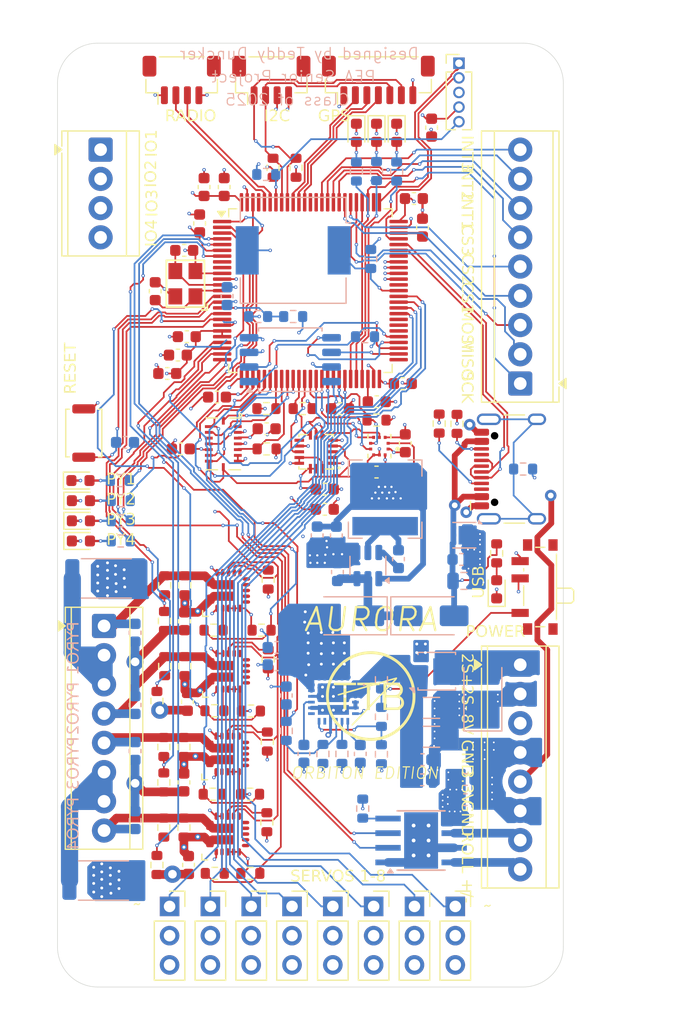
<source format=kicad_pcb>
(kicad_pcb (version 20241229) (generator "pcbnew") (generator_version "9.0")
  (layers (0 "F.Cu" signal) (4 "In1.Cu" signal) (6 "In2.Cu" signal) (2 "B.Cu" signal) (13 "F.Paste" user) (15 "B.Paste" user) (5 "F.SilkS" user "F.Silkscreen") (7 "B.SilkS" user "B.Silkscreen") (1 "F.Mask" user) (3 "B.Mask" user) (25 "Edge.Cuts" user))
  (net 0 "")
  (net 1 "Net-(U2-BST)")
  (net 2 "Net-(U2-SW)")
  (net 3 "+3.3V")
  (net 4 "Net-(U3-PH0)")
  (net 5 "GND")
  (net 6 "Net-(U3-PH1)")
  (net 7 "Net-(J2-SHIELD)")
  (net 8 "/LOAD")
  (net 9 "Net-(C22-Pad1)")
  (net 10 "/PYRO1_V")
  (net 11 "/PYRO2_V")
  (net 12 "+8V")
  (net 13 "/NRST")
  (net 14 "/PYRO3_V")
  (net 15 "/PYRO4_V")
  (net 16 "/PWM1")
  (net 17 "/PWM2")
  (net 18 "/PWM3")
  (net 19 "/PWM4")
  (net 20 "/PWM5")
  (net 21 "/PWM6")
  (net 22 "/PWM7")
  (net 23 "/PWM8")
  (net 28 "Net-(D2-A)")
  (net 29 "Net-(C23-Pad2)")
  (net 30 "/BOOT0")
  (net 31 "/GPS_SCL")
  (net 32 "/GPS_SDA")
  (net 33 "/CS_BMP")
  (net 34 "/CS_HIG")
  (net 35 "/CS_IMU_A")
  (net 36 "/CS_FLASH")
  (net 38 "/CS_IMU_G")
  (net 39 "/PY1_CONT")
  (net 40 "/PY2_CONT")
  (net 41 "/PY1_EN")
  (net 42 "Net-(D11-A)")
  (net 43 "Net-(IC1-IN_1)")
  (net 44 "/PY2_EN")
  (net 45 "Net-(SW1-A)")
  (net 46 "+BATT")
  (net 47 "VBUS")
  (net 48 "/PY1_LED")
  (net 49 "Net-(D5-A)")
  (net 50 "/PY2_LED")
  (net 51 "/PY3_LED")
  (net 52 "Net-(D6-A)")
  (net 53 "Net-(D7-A)")
  (net 54 "/PY4_LED")
  (net 55 "/PY3_CONT")
  (net 56 "/PY4_CONT")
  (net 57 "/PY3_EN")
  (net 58 "Net-(U9-EN)")
  (net 59 "Net-(U10-EN)")
  (net 60 "/PY4_EN")
  (net 61 "Net-(U9-ISEN)")
  (net 62 "Net-(U10-ISEN)")
  (net 63 "Net-(D8-A)")
  (net 64 "/LED_R")
  (net 65 "/LED_G")
  (net 66 "Net-(D9-A)")
  (net 67 "Net-(D10-A)")
  (net 68 "/LED_B")
  (net 69 "/BUZZER")
  (net 70 "Net-(D1-K)")
  (net 71 "/INT_BREAK3")
  (net 72 "/RTK_TX")
  (net 73 "/GPIO2")
  (net 74 "/BREAK_MISO")
  (net 75 "/DATA_SCK")
  (net 76 "/SENS_MISO")
  (net 77 "/RADIO_TX")
  (net 78 "/RADIO_RX")
  (net 79 "/RTK_IO")
  (net 80 "/DATA_MOSI")
  (net 81 "Net-(IC1-OVLO)")
  (net 82 "/CS_BREAK3")
  (net 83 "Net-(IC1-IMON)")
  (net 84 "/SWCLK")
  (net 85 "/BREAK_MOSI")
  (net 86 "/CS_BREAK2")
  (net 87 "/INT_BREAK2")
  (net 88 "/CS_BREAK1")
  (net 89 "/GPIO1")
  (net 90 "/INT_IMU_G")
  (net 91 "Net-(IC1-ILIM)")
  (net 92 "/INT_IMU_A")
  (net 93 "/INT_BMP")
  (net 94 "/GPIO4")
  (net 95 "/GPIO3")
  (net 96 "/DATA_MISO")
  (net 97 "Net-(U11-EN)")
  (net 98 "/SENS_MOSI")
  (net 99 "Net-(U12-EN)")
  (net 100 "Net-(U11-ISEN)")
  (net 101 "Net-(U12-ISEN)")
  (net 102 "/USB_P")
  (net 103 "/USB_M")
  (net 104 "/DC_IN1")
  (net 105 "/INT_BREAK1")
  (net 106 "/BREAK_SCK")
  (net 109 "/RTK_RX")
  (net 110 "/INT_HIG")
  (net 111 "/SWDIO")
  (net 112 "Net-(J10-Pin_2)")
  (net 115 "/SENS_SCK")
  (net 117 "Net-(J10-Pin_6)")
  (net 124 "/DC_IN2")
  (net 125 "/OUT1")
  (net 127 "/OUT2")
  (net 128 "Net-(J2-CC1)")
  (net 129 "Net-(U8-ILIM)")
  (net 130 "Net-(J2-CC2)")
  (net 131 "/VBAT_MEASURED")
  (net 132 "/EN")
  (net 135 "Net-(IC1-DVDT{slash}_BGATE)")
  (net 138 "Net-(IC1-ITIMER)")
  (footprint "Capacitor_SMD:C_0603_1608Metric" (layer "F.Cu") (at 157.54046 55.839012 -90)
    (property "Reference" "C45" (hide yes))
    (property "Value" "100nF")
  )
  (footprint "TerminalBlock_TE-Connectivity:TerminalBlock_TE_282834-8_1x08_P2.54mm_Horizontal" (layer "F.Cu") (at 129.05 99.13 -90)
    (property "Reference" "J10" (hide yes))
    (property "Value" "Pyro8Pin")
  )
  (footprint "Resistor_SMD:R_0603_1608Metric" (layer "F.Cu") (at 134.25 109.65 -90)
    (property "Reference" "R42" (hide yes))
    (property "Value" "86.6k")
  )
  (footprint "Resistor_SMD:R_0603_1608Metric" (layer "F.Cu") (at 136 116.65 90)
    (property "Reference" "R39" (hide yes))
    (property "Value" "10k")
  )
  (footprint "Resistor_SMD:R_0603_1608Metric" (layer "F.Cu") (at 136 109.65 90)
    (property "Reference" "R38" (hide yes))
    (property "Value" "10k")
  )
  (footprint "Button_Switch_SMD:SW_Push_SPST_NO_Alps_SKRK" (layer "F.Cu") (at 127.28876 82.37244 -90)
    (property "Reference" "SW2" (hide yes))
    (property "Value" "SW_Push")
  )
  (footprint "X322525MSB4SI:OSC-SMD_4P-L3.2-W2.5-BL" (layer "F.Cu") (at 136.125 69.4 90)
    (property "Reference" "Y1" (hide yes))
    (property "Value" "C13740")
  )
  (footprint "MountingHole:MountingHole_3mm" (layer "F.Cu") (at 128.5 52)
    (property "Reference" "H3" (hide yes))
    (property "Value" "MountingHole")
  )
  (footprint "Capacitor_SMD:C_0603_1608Metric" (layer "F.Cu") (at 156.75 64.525 -90)
    (property "Reference" "C23" (hide yes))
    (property "Value" "2.2uF")
  )
  (footprint "Capacitor_SMD:C_0603_1608Metric" (layer "F.Cu") (at 152.76992 79.652368)
    (property "Reference" "C22" (hide yes))
    (property "Value" "2.2uF")
  )
  (footprint "Resistor_SMD:R_0603_1608Metric" (layer "F.Cu") (at 143.25 109.174992 -90)
    (property "Reference" "R47" (hide yes))
    (property "Value" "1k")
  )
  (footprint "Connector_PinSocket_2.54mm:PinSocket_1x03_P2.54mm_Vertical" (layer "F.Cu") (at 156.05 123.5)
    (property "Reference" "M7" (hide yes))
    (property "Value" "Motor_Servo")
  )
  (footprint "Resistor_SMD:R_0603_1608Metric" (layer "F.Cu") (at 138.681851 120.626004)
    (property "Reference" "R45" (hide yes))
    (property "Value" "47")
  )
  (footprint "Resistor_SMD:R_0603_1608Metric" (layer "F.Cu") (at 134.25 112.724992 -90)
    (property "Reference" "R53" (hide yes))
    (property "Value" "30.1k")
  )
  (footprint "Capacitor_SMD:C_0603_1608Metric" (layer "F.Cu") (at 149.575 80.25)
    (property "Reference" "C18" (hide yes))
    (property "Value" "100nF")
  )
  (footprint "Capacitor_SMD:C_0603_1608Metric" (layer "F.Cu") (at 136 112.724992 -90)
    (property "Reference" "C48" (hide yes))
    (property "Value" "10uF")
  )
  (footprint "Capacitor_SMD:C_0603_1608Metric" (layer "F.Cu") (at 155.03639 78.075753)
    (property "Reference" "C32" (hide yes))
    (property "Value" "100nF")
  )
  (footprint "Capacitor_SMD:C_0603_1608Metric" (layer "F.Cu") (at 138.878275 79.25 180)
    (property "Reference" "C29" (hide yes))
    (property "Value" "100nF")
  )
  (footprint "MountingHole:MountingHole_3mm" (layer "F.Cu") (at 128.5 127)
    (property "Reference" "H1" (hide yes))
    (property "Value" "MountingHole")
  )
  (footprint "TerminalBlock_TE-Connectivity:TerminalBlock_TE_282834-9_1x09_P2.54mm_Horizontal" (layer "F.Cu") (at 165.25 78.07 90)
    (property "Reference" "J8" (hide yes))
    (property "Value" "SPI9Pin")
  )
  (footprint "Capacitor_SMD:C_0603_1608Metric" (layer "F.Cu") (at 135.725 83.75 180)
    (property "Reference" "C27" (hide yes))
    (property "Value" "100nF")
  )
  (footprint "Resistor_SMD:R_0603_1608Metric" (layer "F.Cu") (at 158.2 81.55 90)
    (property "Reference" "R3" (hide yes))
    (property "Value" "5.1k")
  )
  (footprint "Connector_PinSocket_2.54mm:PinSocket_1x03_P2.54mm_Vertical" (layer "F.Cu") (at 138.3 123.5)
    (property "Reference" "M2" (hide yes))
    (property "Value" "Motor_Servo")
  )
  (footprint "Resistor_SMD:R_0603_1608Metric" (layer "F.Cu") (at 134.25 116.65 -90)
    (property "Reference" "R43" (hide yes))
    (property "Value" "86.6k")
  )
  (footprint "Connector_PinSocket_2.54mm:PinSocket_1x03_P2.54mm_Vertical" (layer "F.Cu") (at 145.4 123.5)
    (property "Reference" "M4" (hide yes))
    (property "Value" "Motor_Servo")
  )
  (footprint "Connector_PinSocket_2.54mm:PinSocket_1x03_P2.54mm_Vertical" (layer "F.Cu") (at 148.95 123.5)
    (property "Reference" "M5" (hide yes))
    (property "Value" "Motor_Servo")
  )
  (footprint "Resistor_SMD:R_0603_1608Metric" (layer "F.Cu") (at 143.175 80.25)
    (property "Reference" "R15" (hide yes))
    (property "Value" "1k")
  )
  (footprint "Resistor_SMD:R_0603_1608Metric" (layer "F.Cu") (at 152.75 81.25 180)
    (property "Reference" "R14" (hide yes))
    (property "Value" "1k")
  )
  (footprint "Capacitor_SMD:C_0603_1608Metric" (layer "F.Cu") (at 139.5 61 90)
    (property "Reference" "C36" (hide yes))
    (property "Value" "100nF")
  )
  (footprint "Capacitor_SMD:C_0603_1608Metric" (layer "F.Cu") (at 136.024884 66.502317 180)
    (property "Reference" "C3" (hide yes))
    (property "Value" "20pF")
  )
  (footprint "Custom_Assorted:TTBLogo 10x10" (layer "F.Cu") (at 152.25 105.5)
    (property "Reference" "G***" (hide yes))
    (property "Value" "LOGO" (hide yes))
  )
  (footprint "TerminalBlock_TE-Connectivity:TerminalBlock_TE_282834-4_1x04_P2.54mm_Horizontal" (layer "F.Cu") (at 128.75 57.75 -90)
    (property "Reference" "J4" (hide yes))
    (property "Value" "GPIO4Pin")
  )
  (footprint "Diode_SMD:D_0603_1608Metric" (layer "F.Cu") (at 127 86.5)
    (property "Reference" "D5" (hide yes))
    (property "Value" "LTST-C193KFKT")
  )
  (footprint "Resistor_SMD:R_0603_1608Metric" (layer "F.Cu") (at 141.825 106.524992 180)
    (property "Reference" "R32" (hide yes))
    (property "Value" "470")
  )
  (footprint "Resistor_SMD:R_0603_1608Metric" (layer "F.Cu") (at 141.75 113.749992 180)
    (property "Reference" "R49" (hide yes))
    (property "Value" "470")
  )
  (footprint "Connector_PinSocket_2.54mm:PinSocket_1x03_P2.54mm_Vertical" (layer "F.Cu") (at 152.5 123.5)
    (property "Reference" "M6" (hide yes))
    (property "Value" "Motor_Servo")
  )
  (footprint "Connector_JST:JST_SH_BM04B-SRSS-TB_1x04-1MP_P1.00mm_Vertical" (layer "F.Cu") (at 135.8 51.7)
    (property "Reference" "J1" (hide yes))
    (property "Value" "Radio4Pin")
  )
  (footprint "Connector_JST:JST_SH_BM04B-SRSS-TB_1x04-1MP_P1.00mm_Vertical" (layer "F.Cu") (at 143.6 51.7)
    (property "Reference" "J6" (hide yes))
    (property "Value" "QWIIC I2C")
  )
  (footprint "Connector_PinHeader_1.27mm:PinHeader_1x05_P1.27mm_Vertical" (layer "F.Cu") (at 159.919076 50.244481)
    (property "Reference" "J9" (hide yes))
    (property "Value" "Prog5Pin")
  )
  (footprint "Diode_SMD:D_0603_1608Metric" (layer "F.Cu") (at 152.75 56.2875 -90)
    (property "Reference" "D10" (hide yes))
    (property "Value" "C193TGKT")
  )
  (footprint "Resistor_SMD:R_0603_1608Metric" (layer "F.Cu") (at 134.325 102.625 -90)
    (property "Reference" "R24" (hide yes))
    (property "Value" "86.6k")
  )
  (footprint "Resistor_SMD:R_0603_1608Metric" (layer "F.Cu") (at 142.75 99.499992 180)
    (property "Reference" "R31" (hide yes))
    (property "Value" "470")
  )
  (footprint "Capacitor_SMD:C_0603_1608Metric" (layer "F.Cu") (at 137.75 61 90)
    (property "Reference" "C31" (hide yes))
    (property "Value" "4.7uF")
  )
  (footprint "Resistor_SMD:R_0603_1608Metric" (layer "F.Cu") (at 163.2 92.825 -90)
    (property "Reference" "R4" (hide yes))
    (property "Value" "300")
  )
  (footprint "TBC_QFN:VQFN19_3.0x3.0mm_2EP" (layer "F.Cu") (at 139.809447 117.211568 90)
    (property "Reference" "U12" (hide yes))
    (property "Value" "UCS3205")
  )
  (footprint "Resistor_SMD:R_0603_1608Metric" (layer "F.Cu") (at 143.210812 116.187264 -90)
    (property "Reference" "R48" (hide yes))
    (property "Value" "1k")
  )
  (footprint "Diode_SMD:D_0603_1608Metric" (layer "F.Cu") (at 127.0375 88.25)
    (property "Reference" "D6" (hide yes))
    (property "Value" "LTST-C193KFKT")
  )
  (footprint "Capacitor_SMD:C_0603_1608Metric" (layer "F.Cu") (at 133.5 70.05 -90)
    (property "Reference" "C5" (hide yes))
    (property "Value" "20pF")
  )
  (footprint "Package_QFP:LQFP-100_14x14mm_P0.5mm" (layer "F.Cu") (at 147 70)
    (property "Reference" "U3" (hide yes))
    (property "Value" "STM32H753VITx")
  )
  (footprint "Resistor_SMD:R_0603_1608Metric" (layer "F.Cu") (at 143.325 95.099992 -90)
    (property "Reference" "R29" (hide yes))
    (property "Value" "1k")
  )
  (footprint "Connector_PinSocket_2.54mm:PinSocket_1x03_P2.54mm_Vertical" (layer "F.Cu") (at 141.85 123.5)
    (property "Reference" "M3" (hide yes))
    (property "Value" "Motor_Servo")
  )
  (footprint "Resistor_SMD:R_0603_1608Metric" (layer "F.Cu") (at 133.65 105.65 -90)
    (property "Reference" "R35" (hide yes))
    (property "Value" "30.1k")
  )
  (footprint "Capacitor_SMD:C_0603_1608Metric" (layer "F.Cu") (at 136.3 105.724992 -90)
    (property "Reference" "C41" (hide yes))
    (property "Value" "10uF")
  )
  (footprint "Capacitor_SMD:C_0603_1608Metric" (layer "F.Cu") (at 134.55 77.2 180)
    (property "Reference" "C34" (hide yes))
    (property "Value" "1uF")
  )
  (footprint "MountingHole:MountingHole_3mm" (layer "F.Cu") (at 165.5 52)
    (property "Reference" "H2" (hide yes))
    (property "Value" "MountingHole")
  )
  (footprint "TBC_QFN:VQFN19_3.0x3.0mm_2EP" (layer "F.Cu") (at 139.8 110.249992 90)
    (property "Reference" "U11" (hide yes))
    (property "Value" "UCS3205")
  )
  (footprint "Resistor_SMD:R_0603_1608Metric" (layer "F.Cu") (at 143.19168 83.75 180)
    (property "Reference" "R19" (hide yes))
    (property "Value" "1k")
  )
  (footprint "Resistor_SMD:R_0603_1608Metric" (layer "F.Cu") (at 143.325 102.024992 -90)
    (property "Reference" "R30" (hide yes))
    (property "Value" "1k")
  )
  (footprint "Capacitor_SMD:C_0603_1608Metric" (layer "F.Cu") (at 155.25 83.2625 90)
    (property "Reference" "C21" (hide yes))
    (property "Value" "100nF")
  )
  (footprint "Capacitor_SMD:C_0603_1608Metric" (layer "F.Cu") (at 148.25 87.25)
    (property "Reference" "C24" (hide yes))
    (property "Value" "100nF")
  )
  (footprint "Capacitor_SMD:C_0603_1608Metric" (layer "F.Cu") (at 136.05 98.724992 -90)
    (property "Reference" "C40" (hide yes))
    (property "Value" "10uF")
  )
  (footprint "Resistor_SMD:R_0603_1608Metric" (layer "F.Cu") (at 138.65 106.5)
    (property "Reference" "R28" (hide yes))
    (property "Value" "47")
  )
  (footprint "Connector_PinSocket_2.54mm:PinSocket_1x03_P2.54mm_Vertical" (layer "F.Cu") (at 134.75 123.5)
    (property "Reference" "M1" (hide yes))
    (property "Value" "Motor_Servo")
  )
  (footprint "Resistor_SMD:R_0603_1608Metric" (layer "F.Cu") (at 134.325 95.6 -90)
    (property "Reference" "R23" (hide yes))
    (property "Value" "86.6k")
  )
  (footprint "Diode_SMD:D_0603_1608Metric" (layer "F.Cu") (at 127.0375 91.75)
    (property "Reference" "D8" (hide yes))
    (property "Value" "LTST-C193KFKT")
  )
  (footprint "Capacitor_SMD:C_0603_1608Metric" (layer "F.Cu") (at 136.4 119.9 -90)
    (property "Reference" "C49" (hide yes))
    (property "Value" "10uF")
  )
  (footprint "Resistor_SMD:R_0603_1608Metric" (layer "F.Cu") (at 134.3 98.7 -90)
    (property "Reference" "R34" (hide yes))
    (property "Value" "30.1k")
  )
  (footprint "TBC_QFN:VQFN19_3.0x3.0mm_2EP" (layer "F.Cu") (at 139.875 96.049992 90)
    (property "Reference" "U9" (hide yes))
    (property "Value" "UCS3205")
  )
  (footprint "Capacitor_SMD:C_0603_1608Metric" (layer "F.Cu") (at 135.475 75.6 180)
    (property "Reference" "C33" (hide yes))
    (property "Value" "100nF")
  )
  (footprint "Diode_SMD:D_0603_1608Metric" (layer "F.Cu") (at 127.0375 90)
    (property "Reference" "D7" (hide yes))
    (property "Value" "LTST-C193KFKT")
  )
  (footprint "Connector_USB:USB_C_Receptacle_HCTL_HC-TYPE-C-16P-01A" (layer "F.Cu") (at 165.625 85.5 90)
    (property "Reference" "J2" (hide yes))
    (property "Value" "USB_C_Receptacle_USB2.0_14P")
  )
  (footprint "Resistor_SMD:R_0603_1608Metric" (layer "F.Cu") (at 138.575 99.499992)
    (property "Reference" "R27" (hide yes))
    (property "Value" "47")
  )
  (footprint "Resistor_SMD:R_0603_1608Metric" (layer "F.Cu") (at 138.5 113.749992)
    (property "Reference" "R44" (hide yes))
    (property "Value" "47")
  )
  (footprint "Resistor_SMD:R_0603_1608Metric" (layer "F.Cu") (at 136.075 95.6 90)
    (property "Reference" "R20" (hide yes))
    (property "Value" "10k")
  )
  (footprint "Button_Switch_SMD:SW_SPDT_PCM12" (layer "F.Cu") (at 166.67 95.75 90)
    (property "Reference" "SW1" (hide yes))
    (property "Value" "SW_SPDT")
  )
  (footprint "Diode_SMD:D_0603_1608Metric" (layer "F.Cu") (at 154.5 56.2875 -90)
    (property "Reference" "D11" (hide yes))
    (property "Value" "C193TBKT")
  )
  (footprint "Custom_Assorted:QFN300X300X100-16N" (layer "F.Cu") (at 147.5 84 180)
    (property "Reference" "U6" (hide yes))
    (property "Value" "H3LIS331DLTR")
  )
  (footprint "Resistor_SMD:R_0603_1608Metric" (layer "F.Cu") (at 145.75 59.325 -90)
    (property "Reference" "R12" (hide yes))
    (property "Value" "4.7k")
  )
  (footprint "Capacitor_SMD:C_0603_1608Metric" (layer "F.Cu") (at 137.362818 64.160932 90)
    (property "Reference" "C30" (hide yes))
    (property "Value" "100nF")
  )
  (footprint "Capacitor_SMD:C_0603_1608Metric" (layer "F.Cu") (at 156 62)
    (property "Reference" "C37" (hide yes))
    (property "Value" "100nF")
  )
  (footprint "Capacitor_SMD:C_0603_1608Metric" (layer "F.Cu") (at 136.25 74 180)
    (property "Reference" "C35" (hide yes))
    (property "Value" "100nF")
  )
  (footprint "Resistor_SMD:R_0603_1608Metric" (layer "F.Cu") (at 143.75 59.325 -90)
    (property "Reference" "R13" (hide yes))
    (property "Value" "4.7k")
  )
  (footprint "Resistor_SMD:R_0603_1608Metric" (layer "F.Cu") (at 133.65 119.9 -90)
    (property "Reference" "R54" (hide yes))
    (property "Value" "30.1k")
  )
  (footprint "MountingHole:MountingHole_3mm" (layer "F.Cu") (at 165.5 127)
    (property "Reference" "H4" (hide yes))
    (property "Value" "MountingHole")
  )
  (footprint "Connector_PinSocket_2.54mm:PinSocket_1x03_P2.54mm_Vertical" (layer "F.Cu") (at 159.6 123.5)
    (property "Reference" "M8" (hide yes))
    (property "Value" "Motor_Servo")
  )
  (footprint "TBC_QFN:VQFN19_3.0x3.0mm_2EP" (layer "F.Cu") (at 139.875 103.074992 90)
    (property "Reference" "U10" (hide yes))
    (property "Value" "UCS3205")
  )
  (footprint "Capacitor_SMD:C_0603_1608Metric" (layer "F.Cu") (at 143.193346 82)
    (property "Reference" "C26" (hide yes))
    (property "Value" "100nF")
  )
  (footprint "Connector_JST:JST_SH_BM07B-SRSS-TB_1x07-1MP_P1.00mm_Vertical" (layer "F.Cu") (at 152.909968 51.695433)
    (property "Reference" "J3" (hide yes))
    (property "Value" "GPS7Pin")
  )
  (footprint "TBC_QFN:VQFN16_4.5x3.0mm" (layer "F.Cu") (at 139.423659 83.313322)
    (property "Reference" "U5" (hide yes))
    (property "Value" "BMI088")
  )
  (footprint "Resistor_SMD:R_0603_1608Metric" (layer "F.Cu") (at 141.774391 120.629219 180)
    (property "Reference" "R50" (hide yes))
    (property "Value" "470")
  )
  (footprint "Capacitor_SMD:C_0603_1608Metric" (layer "F.Cu") (at 148.25 89)
    (property "Reference" "C25" (hide yes))
    (property "Value" "10uF")
  )
  (footprint "Resistor_SMD:R_0603_1608Metric" (layer "F.Cu") (at 146.325 80.25 180)
    (property "Reference" "R16" (hide yes))
    (property "Value" "1k")
  )
  (footprint "Resistor_SMD:R_0603_1608Metric" (layer "F.Cu") (at 159.75 81.575 90)
    (property "Reference" "R5" (hide yes))
    (property "Value" "5.1k")
  )
  (footprint "Custom_Assorted:XDCR_BMP390L" (layer "F.Cu") (at 153 83.5125 -90)
    (property "Reference" "U4" (hide yes))
    (property "Value" "BMP390L")
  )
  (footprint "TerminalBlock_TE-Connectivity:TerminalBlock_TE_282834-8_1x08_P2.54mm_Horizontal" (layer "F.Cu") (at 165.25 102.5 -90)
    (property "Reference" "J11" (hide yes))
    (property "Value" "Power8Pin")
  )
  (footprint "Capacitor_SMD:C_0603_1608Metric" (layer "F.Cu") (at 152.75 85.7625 180)
    (property "Reference" "C20" (hide yes))
    (property "Value" "100nF")
  )
  (footprint "Diode_SMD:D_0603_1608Metric" (layer "F.Cu") (at 163.2 95.95 90)
    (property "Reference" "D2" (hide yes))
    (property "Value" "MHT192WDT-C12")
  )
  (footprint "Diode_SMD:D_0603_1608Metric" (layer "F.Cu") (at 151 56.2875 -90)
    (property "Reference" "D9" (hide yes))
    (property "Value" "C193KRKT")
  )
  (footprint "Resistor_SMD:R_0603_1608Metric" (layer "F.Cu") (at 136.075 102.625 90)
    (property "Reference" "R21" (hide yes))
    (property "Value" "10k")
  )
  (footprint "Capacitor_SMD:C_0603_1608Metric" (layer "B.Cu") (at 131.75 116 90)
    (property "Reference" "C47" (hide yes))
    (property "Value" "10uF")
  )
  (footprint "Capacitor_SMD:C_0603_1608Metric" (layer "B.Cu") (at 139.75 70.475 -90)
    (property "Reference" "C28" (hide yes))
    (property "Value" "100nF")
  )
  (footprint "Capacitor_SMD:C_0603_1608Metric" (layer "B.Cu") (at 160.476049 114.221187)
    (property "Reference" "C44" (hide yes))
    (property "Value" "100nF")
  )
  (footprint "Capacitor_SMD:C_0603_1608Metric" (layer "B.Cu") (at 154.660724 93.328577 90)
    (property "Reference" "C4" (hide yes))
    (property "Value" "100nF")
  )
  (footprint "Resistor_SMD:R_0603_1608Metric" (layer "B.Cu") (at 151 59.65 90)
    (property "Reference" "R46" (hide yes))
    (property "Value" "300")
  )
  (footprint "Resistor_SMD:R_0603_1608Metric" (layer "B.Cu") (at 165.5 85.5)
    (property "Reference" "R10" (hide yes))
    (property "Value" "1M")
  )
  (footprint "Diode_SMD:D_SMA" (layer "B.Cu") (at 157.5 98.25)
    (property "Reference" "D1" (hide yes))
    (property "Value" "SS32 (MDD)")
  )
  (footprint "Diode_SMD:D_SMA" (layer "B.Cu") (at 162 104.75 90)
    (property "Reference" "D4" (hide yes))
    (property "Value" "SMAJ9.0CA")
  )
  (footprint "Resistor_SMD:R_0603_1608Metric" (layer "B.Cu") (at 148.087 110.25 90)
    (property "Reference" "R9" (hide yes))
    (property "Value" "680")
  )
  (footprint "Package_TO_SOT_SMD:TSOT-23-6" (layer "B.Cu") (at 152 93.8875 90)
    (property "Reference" "U2" (hide yes))
    (property "Value" "AP63203WU")
  )
  (footprint "Capacitor_SMD:C_0603_1608Metric" (layer "B.Cu") (at 160.135458 93.355479)
    (property "Reference" "C1" (hide yes))
    (property "Value" "10uF")
  )
  (footprint "Capacitor_SMD:C_0603_1608Metric" (layer "B.Cu") (at 144.062 102.5 180)
    (property "Reference" "C10" (hide yes))
    (property "Value" "22uF")
  )
  (footprint "Resistor_SMD:R_0603_1608Metric" (layer "B.Cu") (at 153.177682 110.279785 -90)
    (property "Reference" "R8" (hide yes))
    (property "Value" "165k")
  )
  (footprint "Capacitor_SMD:C_0603_1608Metric" (layer "B.Cu") (at 156.725 112.5)
    (property "Reference" "C9" (hide yes))
    (property "Value" "10uF")
  )
  (footprint "Capacitor_SMD:C_0603_1608Metric" (layer "B.Cu") (at 144.9 105.175 90)
    (property "Reference" "C15" (hide yes))
    (property "Value" "2.2uF")
  )
  (footprint "Resistor_SMD:R_0603_1608Metric" (layer "B.Cu") (at 152.25 67.25 90)
    (property "Reference" "R56" (hide yes))
    (property "Value" "1k")
  )
  (footprint "Custom_Assorted:TPS259830LNRGER" (layer "B.Cu") (at 149 105.5 180)
    (property "Reference" "IC1" (hide yes))
    (property "Value" "TPS259830LNRGER" (hide yes))
  )
  (footprint "Capacitor_SMD:C_0603_1608Metric" (layer "B.Cu") (at 151.337 110.25 -90)
    (property "Reference" "C17" (hide yes))
    (property "Value" "47nF")
  )
  (footprint "Resistor_SMD:R_0603_1608Metric" (layer "B.Cu") (at 144.9 108.25 90)
    (property "Reference" "R7" (hide yes))
    (property "Value" "10k")
  )
  (footprint "Inductor_SMD:L_Bourns-SRN6028" (layer "B.Cu") (at 153.5 88.1125 90)
    (property "Reference" "L1" (hide yes))
    (property "Value" "3.9uH")
  )
  (footprint "Resistor_SMD:R_0603_1608Metric" (layer "B.Cu") (at 142.4525 72.25 180)
    (property "Reference" "R40" (hide yes))
    (property "Value" "50k")
  )
  (footprint "Resistor_SMD:R_0603_1608Metric" (layer "B.Cu") (at 149.740475 110.25 -90)
    (property "Reference" "R11" (hide yes))
    (property "Value" "75")
  )
  (footprint "Capacitor_SMD:C_0603_1608Metric" (layer "B.Cu") (at 131.75 106 90)
    (property "Reference" "C39" (hide yes))
    (property "Value" "10uF")
  )
  (footprint "Resistor_SMD:R_0603_1608Metric" (layer "B.Cu") (at 153.177682 107.029785 -90)
    (property "Reference" "R6" (hide yes))
    (property "Value" "42.2k")
  )
  (footprint "Resistor_SMD:R_0603_1608Metric" (layer "B.Cu") (at 151.55 115 90)
    (property "Reference" "R26" (hide yes))
    (property "Value" "30k")
  )
  (footprint "Package_SO:Texas_HTSOP-8-1EP_3.9x4.9mm_P1.27mm_EP2.95x4.9mm_Mask2.4x3.1mm_ThermalVias" (layer "B.Cu") (at 156.626049 117.771187)
    (property "Reference" "U8" (hide yes))
    (property "Value" "DRV8871DDA")
  )
  (footprint "Capacitor_SMD:C_0603_1608Metric" (layer "B.Cu") (at 156.75 110.75)
    (property "Reference" "C8" (hide yes))
    (property "Value" "22uF")
  )
  (footprint "Resistor_SMD:R_0603_1608Metric" (layer "B.Cu") (at 143.160627 59.905825)
    (property "Reference" "R1" (hide yes))
    (property "Value" "10k")
  )
  (footprint "Package_SON:WSON-6-1EP_2x2mm_P0.65mm_EP1x1.6mm" (layer "B.Cu") (at 160.3875 91.25 180)
    (property "Reference" "U1" (hide yes))
    (property "Value" "TVS0500DRV")
  )
  (footprint "Capacitor_SMD:C_1206_3216Metric" (layer "B.Cu") (at 157.525 108.76)
    (property "Reference" "C6" (hide yes))
    (property "Value" "100uF")
  )
  (footprint "Capacitor_SMD:C_0603_1608Metric" (layer "B.Cu") (at 160.501049 112.471187)
    (property "Reference" "C43" (hide yes))
    (property "Value" "22uF")
  )
  (footprint "Capacitor_SMD:C_0603_1608Metric" (layer "B.Cu") (at 131.75 99.725 -90)
    (property "Reference" "C38" (hide yes))
    (property "Value" "10uF")
  )
  (footprint "Buzzer_Beeper:Buzzer_CUI_CPT-9019S-SMT" (layer "B.Cu") (at 145.5 66.5 180)
    (property "Reference" "BZ1" (hide yes))
    (property "Value" "Buzzer")
  )
  (footprint "Resistor_SMD:R_0603_1608Metric" (layer "B.Cu") (at 151.75 74 180)
    (property "Reference" "R17" (hide yes))
    (property "Value" "1k")
  )
  (footprint "Diode_SMD:D_SMA" (layer "B.Cu") (at 150.166371 98.25 180)
    (property "Reference" "D3" (hide yes))
    (property "Value" "SS32 (MDD)")
  )
  (footprint "Package_SO:SOIC-8_5.3x5.3mm_P1.27mm" (layer "B.Cu") (at 145.25 76)
    (property "Reference" "U7" (hide yes))
    (property "Value" "W25Q128JVS")
  )
  (footprint "Capacitor_SMD:C_0603_1608Metric" (layer "B.Cu") (at 146.43487 110.240222 -90)
    (property "Reference" "C16" (hide yes))
    (property "Value" "10nF")
  )
  (footprint "Capacitor_SMD:C_0603_1608Metric" (layer "B.Cu") (at 130.875505 83.18367)
    (property "Reference" "C42" (hide yes))
    (property "Value" "100nF")
  )
  (footprint "Capacitor_SMD:C_1206_3216Metric" (layer "B.Cu") (at 157.525 106.25)
    (property "Reference" "C7" (hide yes))
    (property "Value" "100uF")
  )
  (footprint "Resistor_SMD:R_0603_1608Metric" (layer "B.Cu") (at 130.5 90 180)
    (property "Reference" "R33" (hide yes))
    (property "Value" "300")
  )
  (footprint "Resistor_SMD:R_0603_1608Metric" (layer "B.Cu") (at 145.5 72.25 180)
    (property "Reference" "R37" (hide yes))
    (property "Value" "100k")
  )
  (footprint "Resistor_SMD:R_0603_1608Metric" (layer "B.Cu") (at 154.5 59.65 90)
    (property "Reference" "R55" (hide yes))
    (property "Value" "300")
  )
  (footprint "Capacitor_SMD:C_0603_1608Metric" (layer "B.Cu") (at 144.062 101 180)
    (property "Reference" "C11" (hide yes))
    (property "Value" "10uF")
  )
  (footprint "Capacitor_SMD:C_0603_1608Metric" (layer "B.Cu") (at 147.586925 91.275 -90)
    (property "Reference" "C13" (hide yes))
    (property "Value" "22uF")
  )
  (footprint "Package_SO:Vishay_PowerPAK_1212-8_Single" (layer "B.Cu") (at 157.99 103.065)
    (property "Reference" "Q1" (hide yes))
    (property "Value" "Si7617DN")
  )
  (footprint "Resistor_SMD:R_0603_1608Metric" (layer "B.Cu") (at 130.5 88.25 180)
    (property "Reference" "R25" (hide yes))
    (property "Value" "300")
  )
  (footprint "Capacitor_SMD:C_0603_1608Metric" (layer "B.Cu") (at 131.75 110 -90)
    (property "Reference" "C46" (hide yes))
    (property "Value" "10uF")
  )
  (footprint "Resistor_SMD:R_2512_6332Metric" (layer "B.Cu") (at 129 121.25)
    (property "Reference" "R51" (hide yes))
    (property "Value" "3.3")
  )
  (footprint "Resistor_SMD:R_0603_1608Metric" (layer "B.Cu") (at 152.75 59.6125 90)
    (property "Reference" "R52" (hide yes))
    (property "Value" "300")
  )
  (footprint "Resistor_SMD:R_0603_1608Metric" (layer "B.Cu") (at 130.425 86.5 180)
    (property "Reference" "R22" (hide yes))
    (property "Value" "300")
  )
  (footprint "Resistor_SMD:R_0603_1608Metric" (layer "B.Cu") (at 130.5 91.75 180)
    (property "Reference" "R36" (hide yes))
    (property "Value" "300")
  )
  (footprint "Capacitor_SMD:C_0805_2012Metric" (layer "B.Cu") (at 160.35636 95.22087)
    (property "Reference" "C2" (hide yes))
    (property "Value" "47uF")
  )
  (footprint "Capacitor_SMD:C_0603_1608Metric" (layer "B.Cu") (at 149.35 94.45 90)
    (property "Reference" "C12" (hide yes))
    (property "Value" "10uF")
  )
  (footprint "Capacitor_SMD:C_0603_1608Metric" (layer "B.Cu") (at 149.257788 91.283748 -90)
    (property "Reference" "C14" (hide yes))
    (property "Value" "22uF")
  )
  (footprint "Resistor_SMD:R_2512_6332Metric" (layer "B.Cu") (at 129.25 95)
    (property "Reference" "R41" (hide yes))
    (property "Value" "3.3")
  )
  (footprint "Resistor_SMD:R_0603_1608Metric" (layer "B.Cu") (at 153.177682 103.779785 -90)
    (property "Reference" "R2" (hide yes))
    (property "Value" "1M")
  )
  (gr_arc (start 165.5 48.5) (mid 167.974874 49.525126) (end 169 52) (stroke (width 0.05)) (layer "Edge.Cuts"))
  (gr_line (start 128.5 48.5) (end 165.5 48.5) (stroke (width 0.05)) (layer "Edge.Cuts"))
  (gr_arc (start 169 127) (mid 167.974874 129.474874) (end 165.5 130.5) (stroke (width 0.05)) (layer "Edge.Cuts"))
  (gr_line (start 169 52) (end 169 127) (stroke (width 0.05)) (layer "Edge.Cuts"))
  (gr_arc (start 125 52) (mid 126.025126 49.525126) (end 128.5 48.5) (stroke (width 0.05)) (layer "Edge.Cuts"))
  (gr_line (start 165.5 130.5) (end 128.5 130.5) (stroke (width 0.05)) (layer "Edge.Cuts"))
  (gr_line (start 125 127) (end 125 52) (stroke (width 0.05)) (layer "Edge.Cuts"))
  (gr_arc (start 128.5 130.5) (mid 126.025126 129.474874) (end 125 127) (stroke (width 0.05)) (layer "Edge.Cuts"))
  (gr_text "POWER" (at 160.5 100.25 0) (layer "F.SilkS") (effects (font (size 1 1) (thickness 0.1)) (justify left bottom)))
  (gr_text "INT2" (at 159.98415 59.006131 270) (layer "F.SilkS") (effects (font (size 1 1) (thickness 0.1)) (justify left bottom)))
  (gr_text "IO1" (at 133.8 58.4 90) (layer "F.SilkS") (effects (font (size 1 1) (thickness 0.1)) (justify left bottom)))
  (gr_text "CS3" (at 160 64.25 270) (layer "F.SilkS") (effects (font (size 1 1) (thickness 0.1)) (justify left bottom)))
  (gr_text "ROLL +/-" (at 160 117 270) (layer "F.SilkS") (effects (font (size 1 1) (thickness 0.1)) (justify left bottom)))
  (gr_text "2S+" (at 160 101.5 270) (layer "F.SilkS") (effects (font (size 1 1) (thickness 0.1)) (justify left bottom)))
  (gr_text "INT1" (at 159.983916 61.568048 270) (layer "F.SilkS") (effects (font (size 1 1) (thickness 0.1)) (justify left bottom)))
  (gr_text "~" (at 131.5157 123.856232 0) (layer "F.SilkS") (effects (font (size 1 1) (thickness 0.1)) (justify left bottom)))
  (gr_text "CS2" (at 160.026641 66.777795 270) (layer "F.SilkS") (effects (font (size 1 1) (thickness 0.1)) (justify left bottom)))
  (gr_text "I2C" (at 142.95 55.45 0) (layer "F.SilkS") (effects (font (size 1 1) (thickness 0.1)) (justify left bottom)))
  (gr_text "IO3" (at 133.85 63.6 90) (layer "F.SilkS") (effects (font (size 1 1) (thickness 0.1)) (justify left bottom)))
  (gr_text "RADIO" (at 134.35 55.45 0) (layer "F.SilkS") (effects (font (size 1 1) (thickness 0.1)) (justify left bottom)))
  (gr_text "PY3" (at 129.25 90.5 0) (layer "F.SilkS") (effects (font (size 1 1) (thickness 0.1)) (justify left bottom)))
  (gr_text "8V" (at 160 106.75 270) (layer "F.SilkS") (effects (font (size 1 1) (thickness 0.1)) (justify left bottom)))
  (gr_text "CS1" (at 160 69.25 270) (layer "F.SilkS") (effects (font (size 1 1) (thickness 0.1)) (justify left bottom)))
  (gr_text "GND" (at 160 114.25 270) (layer "F.SilkS") (effects (font (size 1 1) (thickness 0.1)) (justify left bottom)))
  (gr_text "GPS" (at 147.65 55.45 0) (layer "F.SilkS") (effects (font (size 1 1) (thickness 0.1)) (justify left bottom)))
  (gr_text "MOSI" (at 160 71.5 270) (layer "F.SilkS") (effects (font (size 1 1) (thickness 0.1)) (justify left bottom)))
  (gr_text "AURORA" (at 152.25 99.75 0) (layer "F.SilkS") (effects (font (size 2 2) (thickness 0.2) (italic yes)) (justify bottom)))
  (gr_text "IO4" (at 133.8 66.2 90) (layer "F.SilkS") (effects (font (size 1 1) (thickness 0.1)) (justify left bottom)))
  (gr_text "USB" (at 162.25 96.75 90) (layer "F.SilkS") (effects (font (size 1 1) (thickness 0.1)) (justify left bottom)))
  (gr_text "SCK" (at 160 77 270) (layer "F.SilkS") (effects (font (size 1 1) (thickness 0.1)) (justify left bottom)))
  (gr_text "INT3\n" (at 160 56.5 270) (layer "F.SilkS") (effects (font (size 1 1) (thickness 0.1)) (justify left bottom)))
  (gr_text "RESET" (at 126.75 79 90) (layer "F.SilkS") (effects (font (size 1 1) (thickness 0.1)) (justify left bottom)))
  (gr_text "3.3V" (at 160 111.5 270) (layer "F.SilkS") (effects (font (size 1 1) (thickness 0.1)) (justify left bottom)))
  (gr_text "IO2" (at 133.75 61.05 90) (layer "F.SilkS") (effects (font (size 1 1) (thickness 0.1)) (justify left bottom)))
  (gr_text "ORBITON EDITION" (at 151.75 112.5 0) (layer "F.SilkS") (effects (font (size 1 1) (thickness 0.1) (italic yes)) (justify bottom)))
  (gr_text "MISO" (at 160 74.25 270) (layer "F.SilkS") (effects (font (size 1 1) (thickness 0.1)) (justify left bottom)))
  (gr_text "GND" (at 160 109 270) (layer "F.SilkS") (effects (font (size 1 1) (thickness 0.1)) (justify left bottom)))
  (gr_text "SERVOS 1-8" (at 145.25 121.5 0) (layer "F.SilkS") (effects (font (size 1 1) (thickness 0.1)) (justify left bottom)))
  (gr_text "2S-" (at 160 104.25 270) (layer "F.SilkS") (effects (font (size 1 1) (thickness 0.1)) (justify left bottom)))
  (gr_text "PY1" (at 129.25 87 0) (layer "F.SilkS") (effects (font (size 1 1) (thickness 0.1)) (justify left bottom)))
  (gr_text "PY2" (at 129.25 88.75 0) (layer "F.SilkS") (effects (font (size 1 1) (thickness 0.1)) (justify left bottom)))
  (gr_text "PY4" (at 129.25 92.25 0) (layer "F.SilkS") (effects (font (size 1 1) (thickness 0.1)) (justify left bottom)))
  (gr_text "~" (at 162 124 0) (layer "F.SilkS") (effects (font (size 1 1) (thickness 0.1)) (justify left bottom)))
  (gr_text "PYRO3" (at 127 108.75 90) (layer "B.SilkS") (effects (font (size 1 1) (thickness 0.1)) (justify left bottom mirror)))
  (gr_text "PYRO4" (at 127 114 90) (layer "B.SilkS") (effects (font (size 1 1) (thickness 0.1)) (justify left bottom mirror)))
  (gr_text "Class of 2025" (at 150.5 54 0) (layer "B.SilkS") (effects (font (size 1 1) (thickness 0.1)) (justify left bottom mirror)))
  (gr_text "Designed by Teddy Duncker" (at 156.5 50 0) (layer "B.SilkS") (effects (font (size 1 1) (thickness 0.1)) (justify left bottom mirror)))
  (gr_text "PEA Senior Project" (at 152.75 52 0) (layer "B.SilkS") (effects (font (size 1 1) (thickness 0.1)) (justify left bottom mirror)))
  (gr_text "PYRO1" (at 127 98.75 90) (layer "B.SilkS") (effects (font (size 1 1) (thickness 0.1)) (justify left bottom mirror)))
  (gr_text "PYRO2" (at 127 104 90) (layer "B.SilkS") (effects (font (size 1 1) (thickness 0.1)) (justify left bottom mirror)))
  (segment (start 152.95 92.75) (end 153.307147 92.75) (width 0.5) (layer "B.Cu") (net 1))
  (segment (start 153.307147 92.75) (end 154.660724 94.103577) (width 0.5) (layer "B.Cu") (net 1))
  (segment (start 154.660724 92.553577) (end 154.660724 91.623224) (width 0.5) (layer "B.Cu") (net 2))
  (segment (start 152 91.9625) (end 153.5 90.4625) (width 0.5) (layer "B.Cu") (net 2))
  (segment (start 154.660724 91.623224) (end 153.5 90.4625) (width 0.5) (layer "B.Cu") (net 2))
  (segment (start 152 92.75) (end 152 91.9625) (width 0.5) (layer "B.Cu") (net 2))
  (segment (start 147.15 80) (end 146.75 79.6) (width 0.15) (layer "F.Cu") (net 3))
  (segment (start 141.253455 108.375992) (end 142.03321 108.375992) (width 0.15) (layer "F.Cu") (net 3))
  (segment (start 153.575753 78.075753) (end 153.5 78) (width 0.15) (layer "F.Cu") (net 3))
  (segment (start 157.064012 55.064012) (end 156.75 54.75) (width 0.15) (layer "F.Cu") (net 3))
  (segment (start 140.7 79) (end 139.903275 79) (width 0.15) (layer "F.Cu") (net 3))
  (segment (start 140.309447 115.384113) (end 140.632992 115.060568) (width 0.15) (layer "F.Cu") (net 3))
  (segment (start 167.955 97.645574) (end 167.955 93.854426) (width 0.5) (layer "F.Cu") (net 3))
  (segment (start 149.05 80) (end 149.15 80) (width 0.15) (layer "F.Cu") (net 3))
  (segment (start 144.076 93.876) (end 144.076 93.872284) (width 0.15) (layer "F.Cu") (net 3))
  (segment (start 140.3 108.224992) (end 140.426 108.098992) (width 0.15) (layer "F.Cu") (net 3))
  (segment (start 155.225 62) (end 155.75 62) (width 0.15) (layer "F.Cu") (net 3))
  (segment (start 166.741 100.351) (end 166.741 98.859574) (width 0.5) (layer "F.Cu") (net 3))
  (segment (start 137.362818 64.935932) (end 137.362818 65.654555) (width 0.15) (layer "F.Cu") (net 3))
  (segment (start 140.632992 115.060568) (end 141.267244 115.060568) (width 0.15) (layer "F.Cu") (net 3))
  (segment (start 154.25 84.05) (end 155.2375 84.05) (width 0.15) (layer "F.Cu") (net 3))
  (segment (start 141.75 82.75) (end 140.749481 82.75) (width 0.15) (layer "F.Cu") (net 3))
  (segment (start 142.35 80.25) (end 143.05 80.25) (width 0.15) (layer "F.Cu") (net 3))
  (segment (start 153.5 78) (end 153.325 78) (width 0.15) (layer "F.Cu") (net 3))
  (segment (start 147.475 89) (end 146.35 89) (width 0.15) (layer "F.Cu") (net 3))
  (segment (start 143.25 59.25) (end 143.5 59.25) (width 0.15) (layer "F.Cu") (net 3))
  (segment (start 144.173 98.944284) (end 144.173 94.628) (width 0.15) (layer "F.Cu") (net 3))
  (segment (start 167.6 101.21) (end 166.741 100.351) (width 0.5) (layer "F.Cu") (net 3))
  (segment (start 144.1 53.025) (end 144.1 54.15) (width 0.15) (layer "F.Cu") (net 3))
  (segment (start 142.025254 94.152992) (end 142.425255 94.552992) (width 0.15) (layer "F.Cu") (net 3))
  (segment (start 137.595 66.175237) (end 137.950763 66.531) (width 0.15) (layer "F.Cu") (net 3))
  (segment (start 154 81.25) (end 154.25 81) (width 0.15) (layer "F.Cu") (net 3))
  (segment (start 142.426668 94.552992) (end 142.824668 94.950992) (width 0.15) (layer "F.Cu") (net 3))
  (segment (start 136.935932 64.935932) (end 136.5 64.5) (width 0.15) (layer "F.Cu") (net 3))
  (segment (start 140.309447 115.661568) (end 140.309447 115.384113) (width 0.15) (layer "F.Cu") (net 3))
  (segment (start 140.45 61.775) (end 139.5 61.775) (width 0.15) (layer "F.Cu") (net 3))
  (segment (start 137.025 61.775) (end 136.75 61.5) (width 0.15) (layer "F.Cu") (net 3))
  (segment (start 141.872668 100.923992) (end 142.824668 101.875992) (width 0.15) (layer "F.Cu") (net 3))
  (segment (start 140.974999 79) (end 140.7 79) (width 0.15) (layer "F.Cu") (net 3))
  (segment (start 167.951 87.851) (end 167.9 87.8) (width 0.5) (layer "F.Cu") (net 3))
  (segment (start 144.15 108.709) (end 144.121 108.68) (width 0.15) (layer "F.Cu") (net 3))
  (segment (start 139.5 61.775) (end 137.75 61.775) (width 0.15) (layer "F.Cu") (net 3))
  (segment (start 147.15 80.25) (end 147.15 80) (width 0.15) (layer "F.Cu") (net 3))
  (segment (start 142.24494 116.038264) (end 143.711736 116.038264) (width 0.15) (layer "F.Cu") (net 3))
  (segment (start 141.519517 94.152992) (end 142.025254 94.152992) (width 0.15) (layer "F.Cu") (net 3))
  (segment (start 143.75 59.5) (end 143.75 60.15) (width 0.15) (layer "F.Cu") (net 3))
  (segment (start 167.955 93.854426) (end 166.741 92.640426) (width 0.5) (layer "F.Cu") (net 3))
  (segment (start 140.749481 82.75) (end 140.686159 82.813322) (width 0.15) (layer "F.Cu") (net 3))
  (segment (start 153.7625 83.7625) (end 153.9625 83.7625) (width 0.15) (layer "F.Cu") (net 3))
  (segment (start 143.802708 93.598992) (end 142.257557 93.598992) (width 0.15) (layer "F.Cu") (net 3))
  (segment (start 141 62.325) (end 140.45 61.775) (width 0.15) (layer "F.Cu") (net 3))
  (segment (start 166.741 92.640426) (end 166.741 91.423917) (width 0.5) (layer "F.Cu") (net 3))
  (segment (start 139.9 90) (end 139.1 89.2) (width 0.15) (layer "F.Cu") (net 3))
  (segment (start 140.426 108.098992) (end 140.976455 108.098992) (width 0.15) (layer "F.Cu") (net 3))
  (segment (start 140.976455 108.098992) (end 141.253455 108.375992) (width 0.15) (layer "F.Cu") (net 3))
  (segment (start 142.824668 101.875992) (end 143.802708 101.875992) (width 0.15) (layer "F.Cu") (net 3))
  (segment (start 153.525 85.7625) (end 153.525 84.725) (width 0.15) (layer "F.Cu") (net 3))
  (segment (start 166.741 91.423917) (end 167.951 90.213917) (width 0.5) (layer "F.Cu") (net 3))
  (segment (start 144.1 54.15) (end 144 54.25) (width 0.15) (layer "F.Cu") (net 3))
  (segment (start 158.909545 55.064012) (end 159.919076 54.054481) (width 0.15) (layer "F.Cu") (net 3))
  (segment (start 148.8 80.25) (end 148.6 80.25) (width 0.15) (layer "F.Cu") (net 3))
  (segment (start 137.362818 65.654555) (end 137.595 65.886737) (width 0.15) (layer "F.Cu") (net 3))
  (segment (start 153.5 84.275) (end 153.5 84.7) (width 0.15) (layer "F.Cu") (net 3))
  (segment (start 140.5 93.899992) (end 141.266516 93.899992) (width 0.15) (layer "F.Cu") (net 3))
  (segment (start 139.9 91.75) (end 139.9 90) (width 0.15) (layer "F.Cu") (net 3))
  (segment (start 137.025 73.975) (end 137.5 73.5) (width 0.15) (layer "F.Cu") (net 3))
  (segment (start 154.26139 78.075753) (end 153.575753 78.075753) (width 0.15) (layer "F.Cu") (net 3))
  (segment (start 140.501 100.923992) (end 141.872668 100.923992) (width 0.15) (layer "F.Cu") (net 3))
  (segment (start 154.675 64) (end 155.225 63.45) (width 0.15) (layer "F.Cu") (net 3))
  (segment (start 153.575 81.25) (end 154 81.25) (width 0.15) (layer "F.Cu") (net 3))
  (segment (start 155.225 63.45) (end 155.225 62) (width 0.15) (layer "F.Cu") (net 3))
  (segment (start 144.076 93.872284) (end 143.802708 93.598992) (width 0.15) (layer "F.Cu") (net 3))
  (segment (start 148.8 80.25) (end 149.05 80) (width 0.15) (layer "F.Cu") (net 3))
  (segment (start 136.25 76.275) (end 135.325 77.2) (width 0.15) (layer "F.Cu") (net 3))
  (segment (start 143.802708 101.875992) (end 144.123 101.5557) (width 0.15) (layer "F.Cu") (net 3))
  (segment (start 141.267244 115.060568) (end 142.24494 116.038264) (width 0.15) (layer "F.Cu") (net 3))
  (segment (start 145.75 60.15) (end 145.75 59.25) (width 0.15) (layer "F.Cu") (net 3))
  (segment (start 143.5 59.25) (end 143.75 59.5) (width 0.15) (layer "F.Cu") (net 3))
  (segment (start 137.5 83.75) (end 136.5 83.75) (width 0.15) (layer "F.Cu") (net 3))
  (segment (start 155.909968 53.020433) (end 155.909968 51.709968) (width 0.15) (layer "F.Cu") (net 3))
  (segment (start 144.251 99.9777) (end 144.251 99.022284) (width 0.15) (layer "F.Cu") (net 3))
  (segment (start 142.824668 94.950992) (end 143.850008 94.950992) (width 0.15) (layer "F.Cu") (net 3))
  (segment (start 153.525 84.725) (end 153.5 84.7) (width 0.15) (layer "F.Cu") (net 3))
  (segment (start 153.9625 83.7625) (end 154.25 84.05) (width 0.15) (layer "F.Cu") (net 3))
  (segment (start 137.563322 83.813322) (end 137.5 83.75) (width 0.15) (layer "F.Cu") (net 3))
  (segment (start 143.850008 94.950992) (end 144.173 94.628) (width 0.15) (layer "F.Cu") (net 3))
  (segment (start 144.15 101.429) (end 144.121 101.4) (width 0.15) (layer "F.Cu") (net 3))
  (segment (start 142.257557 93.598992) (end 142.256557 93.597992) (width 0.15) (layer "F.Cu") (net 3))
  (segment (start 155.75 62) (end 156 62.25) (width 0.15) (layer "F.Cu") (net 3))
  (segment (start 137.5 73.5) (end 139.325 73.5) (width 0.15) (layer "F.Cu") (net 3))
  (segment (start 141.749406 93.597992) (end 141.495405 93.343992) (width 0.15) (layer "F.Cu") (net 3))
  (segment (start 144.251 99.022284) (end 144.173 98.944284) (width 0.15) (layer "F.Cu") (net 3))
  (segment (start 137.025 74) (end 137.025 74.825) (width 0.15) (layer "F.Cu") (net 3))
  (segment (start 144.01668 84.48332) (end 144 84.5) (width 0.15) (layer "F.Cu") (net 3))
  (segment (start 138.453889 66.531) (end 138.484889 66.5) (width 0.15) (layer "F.Cu") (net 3))
  (segment (start 137.025 74) (end 137.025 73.975) (width 0.15) (layer "F.Cu") (net 3))
  (segment (start 137.975 53.025) (end 138 53) (width 0.15) (layer "F.Cu") (net 3))
  (segment (start 140.375 101.524992) (end 140.375 101.049992) (width 0.15) (layer "F.Cu") (net 3))
  (segment (start 137.3 53.025) (end 137.975 53.025) (width 0.15) (layer "F.Cu") (net 3))
  (segment (start 167.951 90.213917) (end 167.951 87.851) (width 0.5) (layer "F.Cu") (net 3))
  (segment (start 147.375 87.15) (end 147.475 87.25) (width 0.15) (layer "F.Cu") (net 3))
  (segment (start 165.25 112.66) (end 167.6 110.31) (width 0.5) (layer "F.Cu") (net 3))
  (segment (start 139.325 69) (end 140.55 69) (width 0.15) (layer "F.Cu") (net 3))
  (segment (start 137.950763 66.531) (end 138.453889 66.531) (width 0.15) (layer "F.Cu") (net 3))
  (segment (start 140.375 101.049992) (end 140.501 100.923992) (width 0.15) (layer "F.Cu") (net 3))
  (segment (start 138.484889 66.5) (end 139.325 66.5) (width 0.15) (layer "F.Cu") (net 3))
  (segment (start 166.741 98.859574) (end 167.955 97.645574) (width 0.5) (layer "F.Cu") (net 3))
  (segment (start 137.362818 64.935932) (end 136.935932 64.935932) (width 0.15) (layer "F.Cu") (net 3))
  (segment (start 140.3 108.699992) (end 140.3 108.224992) (width 0.15) (layer "F.Cu") (net 3))
  (segment (start 144.123 101.5557) (end 144.123 100.1057) (width 0.15) (layer "F.Cu") (net 3))
  (segment (start 146.35 89) (end 145.35 88) (width 0.15) (layer "F.Cu") (net 3))
  (segment (start 142.418346 82.081654) (end 141.75 82.75) (width 0.15) (layer "F.Cu") (net 3))
  (segment (start 139.325 74) (end 139.325 73.5) (width 0.15) (layer "F.Cu") (net 3))
  (segment (start 139.903275 79) (end 139.653275 79.25) (width 0.15) (layer "F.Cu") (net 3))
  (segment (start 144.15 108.651) (end 144.15 101.429) (width 0.15) (layer "F.Cu") (net 3))
  (segment (start 142.425255 94.552992) (end 142.426668 94.552992) (width 0.15) (layer "F.Cu") (net 3))
  (segment (start 155.2375 84.05) (end 155.25 84.0375) (width 0.15) (layer "F.Cu") (net 3))
  (segment (start 144.173 94.628) (end 144.173 93.973) (width 0.15) (layer "F.Cu") (net 3))
  (segment (start 141.493992 93.343992) (end 139.9 91.75) (width 0.15) (layer "F.Cu") (net 3))
  (segment (start 141.495405 93.343992) (end 141.493992 93.343992) (width 0.15) (layer "F.Cu") (net 3))
  (segment (start 157.54046 55.064012) (end 158.909545 55.064012) (width 0.15) (layer "F.Cu") (net 3))
  (segment (start 142.418346 82) (end 142.418346 82.081654) (width 0.15) (layer "F.Cu") (net 3))
  (segment (start 141.5 77.675) (end 141.5 78.474999) (width 0.15) (layer "F.Cu") (net 3))
  (segment (start 136.25 75.6) (end 136.25 76.275) (width 0.15) (layer "F.Cu") (net 3))
  (segment (start 144.01668 83.75) (end 144.01668 84.48332) (width 0.15) (layer "F.Cu") (net 3))
  (segment (start 144.121 108.68) (end 144.15 108.651) (width 0.15) (layer "F.Cu") (net 3))
  (segment (start 146.15 87.15) (end 147.375 87.15) (width 0.15) (layer "F.Cu") (net 3))
  (segment (start 142.03321 108.375992) (end 142.68321 109.025992) (width 0.15) (layer "F.Cu") (net 3))
  (segment (start 147 85.47) (end 146.78 85.47) (width 0.15) (layer "F.Cu") (net 3))
  (segment (start 143.711736 116.038264) (end 144.15 115.6) (width 0.15) (layer "F.Cu") (net 3))
  (segment (start 141.266516 93.899992) (end 141.519517 94.152992) (width 0.15) (layer "F.Cu") (net 3))
  (segment (start 148.97 85) (end 149.8 85) (width 0.15) (layer "F.Cu") (net 3))
  (segment (start 155.909968 51.709968) (end 155.9 51.7) (width 0.15) (layer "F.Cu") (net 3))
  (segment (start 147 85.47) (end 147.5 85.47) (width 0.15) (layer "F.Cu") (net 3))
  (segment (start 137.025 74.825) (end 136.25 75.6) (width 0.15) (layer "F.Cu") (net 3))
  (segment (start 167.6 110.31) (end 167.6 101.21) (width 0.5) (layer "F.Cu") (net 3))
  (segment (start 148.8 80.25) (end 148.8 80.1) (width 0.15) (layer "F.Cu") (net 3))
  (segment (start 157.54046 55.064012) (end 157.064012 55.064012) (width 0.15) (layer "F.Cu") (net 3))
  (segment (start 141.5 78.474999) (end 140.974999 79) (width 0.15) (layer "F.Cu") (net 3))
  (segment (start 143.775008 109.025992) (end 144.121 108.68) (width 0.15) (layer "F.Cu") (net 3))
  (segment (start 140.375 94.499992) (end 140.375 94.024992) (width 0.15) (layer "F.Cu") (net 3))
  (segment (start 142.68321 109.025992) (end 143.775008 109.025992) (width 0.15) (layer "F.Cu") (net 3))
  (segment (start 138.097837 83.75) (end 138.161159 83.813322) (width 0.15) (layer "F.Cu") (net 3))
  (segment (start 148.8 80.1) (end 149.25 79.65) (width 0.15) (layer "F.Cu") (net 3))
  (segment (start 138.161159 83.813322) (end 137.563322 83.813322) (width 0.15) (layer "F.Cu") (net 3))
  (segment (start 137.595 65.886737) (end 137.595 66.175237) (width 0.15) (layer "F.Cu") (net 3))
  (segment (start 137.75 61.775) (end 137.025 61.775) (width 0.15) (layer "F.Cu") (net 3))
  (segment (start 144.173 93.973) (end 144.076 93.876) (width 0.15) (layer "F.Cu") (net 3))
  (segment (start 153.325 78) (end 153 77.675) (width 0.15) (layer "F.Cu") (net 3))
  (segment (start 135.325 77.2) (end 134.501 77.2) (width 0.15) (layer "F.Cu") (net 3))
  (segment (start 146.78 85.47) (end 146.15 86.1) (width 0.15) (layer "F.Cu") (net 3))
  (segment (start 144.15 115.6) (end 144.15 108.709) (width 0.15) (layer "F.Cu") (net 3))
  (segment (start 140.375 94.024992) (end 140.5 93.899992) (width 0.15) (layer "F.Cu") (net 3))
  (segment (start 144.123 100.1057) (end 144.251 99.9777) (width 0.15) (layer "F.Cu") (net 3))
  (segment (start 142.256557 93.597992) (end 141.749406 93.597992) (width 0.15) (layer "F.Cu") (net 3))
  (segment (start 139.1 89.2) (end 138.7 89.2) (width 0.15) (layer "F.Cu") (net 3))
  (via (at 152.95 87.05) (size 0.4) (drill 0.2) (layers "F.Cu" "B.Cu") (net 3))
  (via (at 154.4 87.5) (size 0.4) (drill 0.2) (layers "F.Cu" "B.Cu") (net 3))
  (via (at 142.85 75.25) (size 0.3) (drill 0.15) (layers "F.Cu" "B.Cu") (net 3))
  (via (at 144 84.5) (size 0.3) (drill 0.15) (layers "F.Cu" "B.Cu") (net 3))
  (via (at 140.5 69.7) (size 0.3) (drill 0.15) (layers "F.Cu" "B.Cu") (net 3))
  (via (at 136.5 64.5) (size 0.3) (drill 0.15) (layers "F.Cu" "B.Cu") (net 3))
  (via (at 147.2 76.35) (size 0.3) (drill 0.15) (layers "F.Cu" "B.Cu") (net 3))
  (via (at 143.25 59.25) (size 0.3) (drill 0.15) (layers "F.Cu" "B.Cu") (net 3))
  (via (at 154.05 87.05) (size 0.4) (drill 0.2) (layers "F.Cu" "B.Cu") (net 3))
  (via (at 149.8 85) (size 0.3) (drill 0.15) (layers "F.Cu" "B.Cu") (net 3))
  (via (at 153.5 87.05) (size 0.4) (drill 0.2) (layers "F.Cu" "B.Cu") (net 3))
  (via (at 153.65 88.05) (size 0.4) (drill 0.2) (layers "F.Cu" "B.Cu") (net 3))
  (via (at 152.65 87.55) (size 0.4) (drill 0.2) (layers "F.Cu" "B.Cu") (net 3))
  (via (at 136.2 74.75) (size 0.3) (drill 0.15) (layers "F.Cu" "B.Cu") (net 3))
  (via (at 153.5 84.7) (size 0.3) (drill 0.15) (layers "F.Cu" "B.Cu") (net 3))
  (via (at 167.9 87.8) (size 1) (drill 0.5) (layers "F.Cu" "B.Cu") (net 3))
  (via (at 143.05 80.25) (size 0.3) (drill 0.15) (layers "F.Cu" "B.Cu") (net 3))
  (via (at 146.15 86.1) (size 0.3) (drill 0.15) (layers "F.Cu" "B.Cu") (net 3))
  (via (at 144 54.25) (size 0.3) (drill 0.15) (layers "F.Cu" "B.Cu") (net 3))
  (via (at 134.501 77.2) (size 0.3) (drill 0.15) (layers "F.Cu" "B.Cu") (net 3))
  (via (at 152.3 74.85) (size 0.3) (drill 0.15) (layers "F.Cu" "B.Cu") (net 3))
  (via (at 146.15 87.15) (size 0.3) (drill 0.15) (layers "F.Cu" "B.Cu") (net 3))
  (via (at 154.85 88.05) (size 0.4) (drill 0.2) (layers "F.Cu" "B.Cu") (net 3))
  (via (at 154.2 88.05) (size 0.4) (drill 0.2) (layers "F.Cu" "B.Cu") (net 3))
  (via (at 149.25 79.65) (size 0.3) (drill 0.15) (layers "F.Cu" "B.Cu") (net 3))
  (via (at 138 53) (size 0.3) (drill 0.15) (layers "F.Cu" "B.Cu") (net 3))
  (via (at 145.35 88) (size 0.3) (drill 0.15) (layers "F.Cu" "B.Cu") (net 3))
  (via (at 137.5 83.75) (size 0.3) (drill 0.15) (layers "F.Cu" "B.Cu") (net 3))
  (via (at 153.5 78) (size 0.3) (drill 0.15) (layers "F.Cu" "B.Cu") (net 3))
  (via (at 152.35 88.05) (size 0.4) (drill 0.2) (layers "F.Cu" "B.Cu") (net 3))
  (via (at 153.25 87.55) (size 0.4) (drill 0.2) (layers "F.Cu" "B.Cu") (net 3))
  (via (at 140.7 79) (size 0.3) (drill 0.15) (layers "F.Cu" "B.Cu") (net 3))
  (via (at 154.25 84.05) (size 0.3) (drill 0.15) (layers "F.Cu" "B.Cu") (net 3))
  (via (at 153.85 87.55) (size 0.4) (drill 0.2) (layers "F.Cu" "B.Cu") (net 3))
  (via (at 145.75 59.25) (size 0.3) (drill 0.15) (layers "F.Cu" "B.Cu") (net 3))
  (via (at 152.95 88.05) (size 0.4) (drill 0.2) (layers "F.Cu" "B.Cu") (net 3))
  (via (at 155.9 51.7) (size 0.3) (drill 0.15) (layers "F.Cu" "B.Cu") (net 3))
  (via (at 140.55 69) (size 0.3) (drill 0.15) (layers "F.Cu" "B.Cu") (net 3))
  (via (at 154.25 81) (size 0.3) (drill 0.15) (layers "F.Cu" "B.Cu") (net 3))
  (via (at 136.75 61.5) (size 0.3) (drill 0.15) (layers "F.Cu" "B.Cu") (net 3))
  (via (at 141.75 82.75) (size 0.3) (drill 0.15) (layers "F.Cu" "B.Cu") (net 3))
  (via (at 146.75 79.6) (size 0.3) (drill 0.15) (layers "F.Cu" "B.Cu") (net 3))
  (via (at 138.7 89.2) (size 0.3) (drill 0.15) (layers "F.Cu" "B.Cu") (net 3))
  (via (at 156.75 54.75) (size 0.3) (drill 0.15) (layers "F.Cu" "B.Cu") (net 3))
  (via (at 156 62.25) (size 0.3) (drill 0.15) (layers "F.Cu" "B.Cu") (net 3))
  (segment (start 149.25 79.3) (end 149.019 79.069) (width 0.15) (layer "B.Cu") (net 3))
  (segment (start 139.75 69.7) (end 139.8 69.65) (width 0.15) (layer "B.Cu") (net 3))
  (segment (start 149.25 79.65) (end 149.25 79.3) (width 0.15) (layer "B.Cu") (net 3))
  (segment (start 146.15 86.1) (end 146.15 87.15) (width 0.15) (layer "B.Cu") (net 3))
  (segment (start 137.85 74.875) (end 139.121581 74.875) (width 0.15) (layer "B.Cu") (net 3))
  (segment (start 149.24904 90.5) (end 149.257788 90.508748) (width 0.5) (layer "B.Cu") (net 3))
  (segment (start 147.485 76.635) (end 147.2 76.35) (width 0.15) (layer "B.Cu") (net 3))
  (segment (start 149.019 78.0865) (end 148.8375 77.905) (width 0.15) (layer "B.Cu") (net 3))
  (segment (start 152.575 74) (end 152.575 74.575) (width 0.15) (layer "B.Cu") (net 3))
  (segment (start 141.6625 75.365) (end 142.735 75.365) (width 0.15) (layer "B.Cu") (net 3))
  (segment (start 149.257788 90.004712) (end 153.5 85.7625) (width 0.5) (layer "B.Cu") (net 3))
  (segment (start 156.801 93.749) (end 156.801 89.0635) (width 0.5) (layer "B.Cu") (net 3))
  (segment (start 140.5 69.7) (end 139.75 69.7) (width 0.15) (layer "B.Cu") (net 3))
  (segment (start 155.525 95.025) (end 156.801 93.749) (width 0.5) (layer "B.Cu") (net 3))
  (segment (start 152.575 74.575) (end 152.3 74.85) (width 0.15) (layer "B.Cu") (net 3))
  (segment (start 147.586925 90.5) (end 149.24904 90.5) (width 0.5) (layer "B.Cu") (net 3))
  (segment (start 156.801 89.0635) (end 153.5 85.7625) (width 0.5) (layer "B.Cu") (net 3))
  (segment (start 139.121581 74.875) (end 139.696581 74.3) (width 0.15) (layer "B.Cu") (net 3))
  (segment (start 136.325 74.875) (end 136.2 74.75) (width 0.15) (layer "B.Cu") (net 3))
  (segment (start 137.85 74.875) (end 136.325 74.875) (width 0.15) (layer "B.Cu") (net 3))
  (segment (start 152.95 95.025) (end 155.525 95.025) (width 0.5) (layer "B.Cu") (net 3))
  (segment (start 142.735 75.365) (end 142.85 75.25) (width 0.15) (layer "B.Cu") (net 3))
  (segment (start 149.019 79.069) (end 149.019 78.0865) (width 0.15) (layer "B.Cu") (net 3))
  (segment (start 148.8375 76.635) (end 147.485 76.635) (width 0.15) (layer "B.Cu") (net 3))
  (segment (start 149.257788 90.508748) (end 149.257788 90.004712) (width 0.5) (layer "B.Cu") (net 3))
  (segment (start 136.45 69.5) (end 139.325 69.5) (width 0.15) (layer "F.Cu") (net 4))
  (segment (start 135.25 68.3) (end 135.25 66.502433) (width 0.15) (layer "F.Cu") (net 4))
  (segment (start 135.25 66.502433) (end 135.249884 66.502317) (width 0.15) (layer "F.Cu") (net 4))
  (segment (start 135.25 68.3) (end 136.45 69.5) (width 0.15) (layer "F.Cu") (net 4))
  (segment (start 126.2125 86.5) (end 127 86.5) (width 0.2) (layer "F.Cu") (net 5))
  (segment (start 134.975 120.725) (end 135 120.7) (width 0.75) (layer "F.Cu") (net 5))
  (segment (start 140.925 113.749992) (end 141.699992 113.749992) (width 0.15) (layer "F.Cu") (net 5))
  (segment (start 140.675 77.675) (end 139.95 78.4) (width 0.15) (layer "F.Cu") (net 5))
  (segment (start 146.03 85) (end 145.25 85) (width 0.15) (layer "F.Cu") (net 5))
  (segment (start 148 85.47) (end 148 84.868) (width 0.15) (layer "F.Cu") (net 5))
  (segment (start 141 77.675) (end 140.675 77.675) (width 0.15) (layer "F.Cu") (net 5))
  (segment (start 143.25 109.999992) (end 143.25 110.75) (width 0.15) (layer "F.Cu") (net 5))
  (segment (start 133.775 77.2) (end 133.775 76.625) (width 0.15) (layer "F.Cu") (net 5))
  (segment (start 133.775 76.625) (end 133.6 76.45) (width 0.15) (layer "F.Cu") (net 5))
  (segment (start 141.299992 97.599992) (end 141.85 98.15) (width 0.15) (layer "F.Cu") (net 5))
  (segment (start 138.875 104.624992) (end 138.875 104.775) (width 0.15) (layer "F.Cu") (net 5))
  (segment (start 133.65 106.475) (end 133.878 106.475) (width 0.75) (layer "F.Cu") (net 5))
  (segment (start 138.849992 94.499992) (end 138.4 94.05) (width 0.15) (layer "F.Cu") (net 5))
  (segment (start 134.3 99.7) (end 131.75 102.25) (width 0.75) (layer "F.Cu") (net 5))
  (segment (start 154.397632 79.652368) (end 154.4 79.65) (width 0.15) (layer "F.Cu") (net 5))
  (segment (start 138.103275 79.25) (end 137.6 79.25) (width 0.15) (layer "F.Cu") (net 5))
  (segment (start 141.286678 83.313322) (end 141.35 83.25) (width 0.15) (layer "F.Cu") (net 5))
  (segment (start 161.1 88.7) (end 160.55 89.25) (width 0.5) (layer "F.Cu") (net 5))
  (segment (start 165.24 93.5) (end 165.24 93.14) (width 0.15) (layer "F.Cu") (net 5))
  (segment (start 138.875 94.499992) (end 138.849992 94.499992) (width 0.15) (layer "F.Cu") (net 5))
  (segment (start 150.35 80.25) (end 150.503368 80.403368) (width 0.15) (layer "F.Cu") (net 5))
  (segment (start 150.35 79.9) (end 150.75 79.5) (width 0.15) (layer "F.Cu") (net 5))
  (segment (start 139.325 73) (end 140.2 73) (width 0.15) (layer "F.Cu") (net 5))
  (segment (start 137.6 79.25) (end 136.6 80.25) (width 0.15) (layer "F.Cu") (net 5))
  (segment (start 152.5 77.675) (end 152.5 76.876532) (width 0.15) (layer "F.Cu") (net 5))
  (segment (start 149.7 87.25) (end 149.025 87.25) (width 0.15) (layer "F.Cu") (net 5))
  (segment (start 138.809447 115.661568) (end 139.309447 115.661568) (width 0.15) (layer "F.Cu") (net 5))
  (segment (start 138.8 111.799992) (end 138.8 112.1) (width 0.15) (layer "F.Cu") (net 5))
  (segment (start 143.75 82) (end 143.25 82.5) (width 0.15) (layer "F.Cu") (net 5))
  (segment (start 149.025 88.475) (end 149.4 88.1) (width 0.15) (layer "F.Cu") (net 5))
  (segment (start 138.875 101.524992) (end 138.774992 101.524992) (width 0.15) (layer "F.Cu") (net 5))
  (segment (start 139.375 94.499992) (end 138.875 94.499992) (width 0.15) (layer "F.Cu") (net 5))
  (segment (start 140.875 104.624992) (end 139.875 104.624992) (width 0.15) (layer "F.Cu") (net 5))
  (segment (start 141.85 99.424992) (end 141.925 99.499992) (width 0.15) (layer "F.Cu") (net 5))
  (segment (start 143.325 102.849992) (end 143.325 103.675) (width 0.15) (layer "F.Cu") (net 5))
  (segment (start 151.975 85.7625) (end 151.975 84.8) (width 0.15) (layer "F.Cu") (net 5))
  (segment (start 138.809447 119.240553) (end 138.65 119.4) (width 0.15) (layer "F.Cu") (net 5))
  (segment (start 141.5 61.25) (end 141.25 61) (width 0.15) (layer "F.Cu") (net 5))
  (segment (start 141.136678 84.813322) (end 141.35 84.6) (width 0.15) (layer "F.Cu") (net 5))
  (segment (start 126.25 90) (end 127 90) (width 0.2) (layer "F.Cu") (net 5))
  (segment (start 139.809447 118.761568) (end 140.309447 118.761568) (width 0.15) (layer "F.Cu") (net 5))
  (segment (start 161.88 82.3) (end 161.5 82.3) (width 0.5) (layer "F.Cu") (net 5))
  (segment (start 138.774992 101.524992) (end 138.35 101.1) (width 0.15) (layer "F.Cu") (net 5))
  (segment (start 153 84.275) (end 152.5 84.275) (width 0.15) (layer "F.Cu") (net 5))
  (segment (start 161.5 82.3) (end 160.85 81.65) (width 0.5) (layer "F.Cu") (net 5))
  (segment (start 132.499992 113.549992) (end 131.75 112.8) (width 0.75) (layer "F.Cu") (net 5))
  (segment (start 133.725 69.275) (end 134.3 69.85) (width 0.15) (layer "F.Cu") (net 5))
  (segment (start 134.95 70.5) (end 134.3 69.85) (width 0.15) (layer "F.Cu") (net 5))
  (segment (start 156.75 63.75) (end 156.75 63) (width 0.2) (layer "F.Cu") (net 5))
  (segment (start 153.5 82.75) (end 154.9875 82.75) (width 0.15) (layer "F.Cu") (net 5))
  (segment (start 140.8 111.799992) (end 140.8 113.624992) (width 0.15) (layer "F.Cu") (net 5))
  (segment (start 140.875 104.624992) (end 140.875 106.399992) (width 0.15) (layer "F.Cu") (net 5))
  (segment (start 158.2 80.725) (end 158.2 81.475) (width 0.15) (layer "F.Cu") (net 5))
  (segment (start 140.875 97.599992) (end 141.299992 97.599992) (width 0.15) (layer "F.Cu") (net 5))
  (segment (start 152.123468 76.5) (end 152.05 76.5) (width 0.15) (layer "F.Cu") (net 5))
  (segment (start 139.375 101.524992) (end 138.875 101.524992) (width 0.15) (layer "F.Cu") (net 5))
  (segment (start 137 66.702433) (end 136.799884 66.502317) (width 0.15) (layer "F.Cu") (net 5))
  (segment (start 137.2 68.5) (end 137 68.3) (width 0.15) (layer "F.Cu") (net 5))
  (segment (start 135.95 113.549992) (end 136 113.499992) (width 0.75) (layer "F.Cu") (net 5))
  (segment (start 134.95 83.3) (end 135.25 83) (width 0.15) (layer "F.Cu") (net 5))
  (segment (start 137 68.3) (end 137 66.702433) (width 0.15) (layer "F.Cu") (net 5))
  (segment (start 143.325 96.575) (end 143.35 96.6) (width 0.15) (layer "F.Cu") (net 5))
  (segment (start 139.3 108.699992) (end 138.8 108.699992) (width 0.15) (layer "F.Cu") (net 5))
  (segment (start 149.909968 53.590032) (end 149.5 54) (width 0.15) (layer "F.Cu") (net 5))
  (segment (start 140.309447 118.761568) (end 140.809447 118.761568) (width 0.15) (layer "F.Cu") (net 5))
  (segment (start 149.025 89) (end 149.025 88.475) (width 0.15) (layer "F.Cu") (net 5))
  (segment (start 139.8 111.799992) (end 140.8 111.799992) (width 0.15) (layer "F.Cu") (net 5))
  (segment (start 140.961568 118.761568) (end 141.55 119.35) (width 0.15) (layer "F.Cu") (net 5))
  (segment (start 139.325 68.5) (end 137.2 68.5) (width 0.15) (layer "F.Cu") (net 5))
  (segment (start 151.975 84.8) (end 152.5 84.275) (width 0.15) (layer "F.Cu") (net 5))
  (segment (start 153 84.275) (end 153 83.75) (width 0.15) (layer "F.Cu") (net 5))
  (segment (start 136.799884 66.502317) (end 136.102317 66.502317) (width 0.15) (layer "F.Cu") (net 5))
  (segment (start 133.878 106.475) (end 133.903 106.45) (width 0.75) (layer "F.Cu") (net 5))
  (segment (start 127.97756 80.27244) (end 128.5 79.75) (width 0.15) (layer "F.Cu") (net 5))
  (segment (start 141.5 62.325) (end 141.5 61.25) (width 0.15) (layer "F.Cu") (net 5))
  (segment (start 155.075753 78.075753) (end 155 78) (width 0.15) (layer "F.Cu") (net 5))
  (segment (start 155.81139 78.075753) (end 155.075753 78.075753) (width 0.15) (layer "F.Cu") (net 5))
  (segment (start 134.25 113.549992) (end 135.95 113.549992) (width 0.75) (layer "F.Cu") (net 5))
  (segment (start 140.686159 84.313322) (end 140.686159 84.813322) (width 0.15) (layer "F.Cu") (net 5))
  (segment (start 154.5 55.5) (end 154.5 56.3615) (width 0.15) (layer "F.Cu") (net 5))
  (segment (start 147.632 84.5) (end 146.03 84.5) (width 0.15) (layer "F.Cu") (net 5))
  (segment (start 156.75 63) (end 156.75 62.025) (width 0.2) (layer "F.Cu") (net 5))
  (segment (start 137.75 60.225) (end 137.75 59.5) (width 0.15) (layer "F.Cu") (net 5))
  (segment (start 134.25 113.549992) (end 132.499992 113.549992) (width 0.75) (layer "F.Cu") (net 5))
  (segment (start 149.75 83) (end 148.97 83) (width 0.15) (layer "F.Cu") (net 5))
  (segment (start 136.05 99.499992) (end 134.325008 99.499992) (width 0.75) (layer "F.Cu") (net 5))
  (segment (start 153.54492 79.652368) (end 154.397632 79.652368) (width 0.15) (layer "F.Cu") (net 5))
  (segment (start 136.375 120.7) (end 136.4 120.675) (width 0.75) (layer "F.Cu") (net 5))
  (segment (start 155.25 82.4875) (end 155.25 81.7) (width 0.15) (layer "F.Cu") (net 5))
  (segment (start 138.761568 115.661568) (end 138.25 115.15) (width 0.15) (layer "F.Cu") (net 5))
  (segment (start 137.362818 63.385932) (end 136.535932 63.385932) (width 0.15) (layer "F.Cu") (net 5))
  (segment (start 140.8 113.624992) (end 140.925 113.749992) (width 0.15) (layer "F.Cu") (net 5))
  (segment (start 140.686159 82.313322) (end 141.186678 82.313322) (width 0.15) (layer "F.Cu") (net 5))
  (segment (start 134.325008 99.499992) (end 134.3 99.525) (width 0.75) (layer "F.Cu") (net 5))
  (segment (start 138.875 97.625) (end 138.45 98.05) (width 0.15) (layer "F.Cu") (net 5))
  (segment (start 155.25 81.7) (end 155.2 81.65) (width 0.15) (layer "F.Cu") (net 5))
  (segment (start 138.875 97.599992) (end 138.875 97.625) (width 0.15) (layer "F.Cu") (net 5))
  (segment (start 140.875 106.399992) (end 141 106.524992) (width 0.15) (layer "F.Cu") (net 5))
  (segment (start 165.24 93.14) (end 164.9 92.8) (width 0.15) (layer "F.Cu") (net 5))
  (segment (start 148 84.868) (end 147.632 84.5) (width 0.15) (layer "F.Cu") (net 5))
  (segment (start 133.65 120.725) (end 134.975 120.725) (width 0.75) (layer "F.Cu") (net 5))
  (segment (start 146.03 83.5) (end 146.8 83.5) (width 0.15) (layer "F.Cu") (net 5))
  (segment (start 138.809447 115.661568) (end 138.761568 115.661568) (width 0.15) (layer "F.Cu") (net 5))
  (segment (start 138.8 112.1) (end 138.6 112.3) (width 0.15) (layer "F.Cu") (net 5))
  (segment (start 152.5 76.876532) (end 152.123468 76.5) (width 0.15) (layer "F.Cu") (net 5))
  (segment (start 152.75 55.5) (end 152.75 56.3615) (width 0.15) (layer "F.Cu") (net 5))
  (segment (start 150.35 80.25) (end 150.35 79.9) (width 0.15) (layer "F.Cu") (net 5))
  (segment (start 126.25 88.25) (end 127 88.25) (width 0.2) (layer "F.Cu") (net 5))
  (segment (start 134.3 99.525) (end 134.3 99.7) (width 0.75) (layer "F.Cu") (net 5))
  (segment (start 138.875 104.775) (end 138.55 105.1) (width 0.15) (layer "F.Cu") (net 5))
  (segment (start 156.75 62.025) (end 156.775 62) (width 0.2) (layer "F.Cu") (net 5))
  (segment (start 136.535932 63.385932) (end 136.45 63.3) (width 0.15) (layer "F.Cu") (net 5))
  (segment (start 159.75 80.75) (end 159.75 81.55) (width 0.15) (layer "F.Cu") (net 5))
  (segment (start 134.7 75.6) (end 133.975 75.6) (width 0.15) (layer "F.Cu") (net 5))
  (segment (start 154.9875 82.75) (end 155.25 82.4875) (width 0.15) (layer "F.Cu") (net 5))
  (segment (start 136.102317 66.502317) (end 136.1 66.5) (width 0.15) (layer "F.Cu") (net 5))
  (segment (start 151 55.5) (end 151 56) (width 0.15) (layer "F.Cu") (net 5))
  (segment (start 135.25 70.5) (end 134.95 70.5) (width 0.15) (layer "F.Cu") (net 5))
  (segment (start 149.909968 53.020433) (end 149.909968 53.590032) (width 0.15) (layer "F.Cu") (net 5))
  (segment (start 140.809447 118.761568) (end 140.961568 118.761568) (width 0.15) (layer "F.Cu") (net 5))
  (segment (start 151 55.5) (end 151 56.3615) (width 0.15) (layer "F.Cu") (net 5))
  (segment (start 139.875 97.599992) (end 140.875 97.599992) (width 0.15) (layer "F.Cu") (net 5))
  (segment (start 134.3 53.025) (end 133.525 53.025) (width 0.15) (layer "F.Cu") (net 5))
  (segment (start 133.5 69.275) (end 133.725 69.275) (width 0.15) (layer "F.Cu") (net 5))
  (segment (start 157.54046 56.614012) (end 157.54046 56.04046) (width 0.15) (layer "F.Cu") (net 5))
  (segment (start 141 106.524992) (end 141.725008 106.524992) (width 0.15) (layer "F.Cu") (net 5))
  (segment (start 141.725008 106.524992) (end 141.75 106.5) (width 0.15) (layer "F.Cu") (net 5))
  (segment (start 141.55 119.35) (end 141.55 120.2) (width 0.15) (layer "F.Cu") (net 5))
  (segment (start 145.1 54.15) (end 145 54.25) (width 0.15) (layer "F.Cu") (net 5))
  (segment (start 141.85 98.15) (end 141.85 99.424992) (width 0.15) (layer "F.Cu") (net 5))
  (segment (start 143.968346 82) (end 143.75 82) (width 0.15) (layer "F.Cu") (net 5))
  (segment (start 154.675 64.5) (end 155.474999 64.5) (width 0.15) (layer "F.Cu") (net 5))
  (segment (start 143.210812 117.789188) (end 143.2 117.8) (width 0.15) (layer "F.Cu") (net 5))
  (segment (start 145.1 53.025) (end 145.1 54.15) (width 0.15) (layer "F.Cu") (net 5))
  (segment (start 157.54046 56.04046) (end 157.5 56) (width 0.15) (layer "F.Cu") (net 5))
  (segment (start 133.525 53.025) (end 133.5 53) (width 0.15) (layer "F.Cu") (net 5))
  (segment (start 163.2 96.7375) (end 163.2 95.95) (width 0.15) (layer "F.Cu") (net 5))
  (segment (start 138.8 108.699992) (end 138.749992 108.699992) (width 0.15) (layer "F.Cu") (net 5))
  (segment (start 139.5 60.225) (end 139.5 59.5) (width 0.15) (layer "F.Cu") (net 5))
  (segment (start 143.325 95.924992) (end 143.325 96.575) (width 0.15) (layer "F.Cu") (net 5))
  (segment (start 141.186678 82.313322) (end 141.3 82.2) (width 0.15) (layer "F.Cu") (net 5))
  (segment (start 140.686159 83.313322) (end 141.286678 83.313322) (width 0.15) (layer "F.Cu") (net 5))
  (segment (start 126.25 91.75) (end 127 91.75) (width 0.2) (layer "F.Cu") (net 5))
  (segment (start 138.749992 108.699992) (end 138.25 108.2) (width 0.15) (layer "F.Cu") (net 5))
  (segment (start 155.75 64.224999) (end 155.75 63.75) (width 0.15) (layer "F.Cu") (net 5))
  (segment (start 141.120781 120.629219) (end 140.949391 120.629219) (width 0.15) (layer "F.Cu") (net 5))
  (segment (start 143.325 103.675) (end 143.3 103.7) (width 0.15) (layer "F.Cu") (net 5))
  (segment (start 141.55 120.2) (end 141.120781 120.629219) (width 0.15) (layer "F.Cu") (net 5))
  (segment (start 161.88 88.7) (end 161.1 88.7) (width 0.5) (layer "F.Cu") (net 5))
  (segment (start 141.699992 113.749992) (end 141.7 113.75) (width 0.15) (layer "F.Cu") (net 5))
  (segment (start 140.686159 84.813322) (end 141.136678 84.813322) (width 0.15) (layer "F.Cu") (net 5))
  (segment (start 155.474999 64.5) (end 155.75 64.224999) (width 0.15) (layer "F.Cu") (net 5))
  (segment (start 134.95 83.75) (end 134.95 83.3) (width 0.15) (layer "F.Cu") (net 5))
  (segment (start 140.2 73) (end 140.45 72.75) (width 0.15) (layer "F.Cu") (net 5))
  (segment (start 138.809447 118.761568) (end 138.809447 119.240553) (width 0.15) (layer "F.Cu") (net 5))
  (segment (start 135 120.7) (end 136.375 120.7) (width 0.75) (layer "F.Cu") (net 5))
  (segment (start 136.250008 106.45) (end 133.903 106.45) (width 0.75) (layer "F.Cu") (net 5))
  (segment (start 127.28876 80.27244) (end 127.97756 80.27244) (width 0.15) (layer "F.Cu") (net 5))
  (segment (start 136.3 106.499992) (end 136.250008 106.45) (width 0.75) (layer "F.Cu") (net 5))
  (segment (start 135.475 74) (end 134.75 74) (width 0.15) (layer "F.Cu") (net 5))
  (segment (start 146.03 84.5) (end 146.03 85) (width 0.15) (layer "F.Cu") (net 5))
  (segment (start 143.210812 117.012264) (end 143.210812 117.789188) (width 0.15) (layer "F.Cu") (net 5))
  (via (at 157 101.45) (size 0.5) (drill 0.25) (layers "F.Cu" "B.Cu") (net 5))
  (via (at 128.5 95.4) (size 0.5) (drill 0.25) (layers "F.Cu" "B.Cu") (net 5))
  (via (at 149 106.45) (size 0.5) (drill 0.25) (layers "F.Cu" "B.Cu") (net 5))
  (via (at 128.85 120.5) (size 0.5) (drill 0.25) (layers "F.Cu" "B.Cu") (net 5))
  (via (at 148.45 92.3) (size 0.4) (drill 0.2) (layers "F.Cu" "B.Cu") (net 5))
  (via (at 127 88.25) (size 0.3) (drill 0.15) (layers "F.Cu" "B.Cu") (net 5))
  (via (at 161.75 92.7) (size 0.3) (drill 0.15) (layers "F.Cu" "B.Cu") (net 5))
  (via (at 160.55 89.25) (size 1) (drill 0.5) (layers "F.Cu" "B.Cu") (net 5))
  (via (at 164.9 92.8) (size 0.3) (drill 0.15) (layers "F.Cu" "B.Cu") (net 5))
  (via (at 157.5 56) (size 0.3) (drill 0.15) (layers "F.Cu" "B.Cu") (net 5))
  (via (at 145.25 85) (size 0.3) (drill 0.15) (layers "F.Cu" "B.Cu") (net 5))
  (via (at 141.55 119.35) (size 0.3) (drill 0.15) (layers "F.Cu" "B.Cu") (net 5))
  (via (at 141.35 84.6) (size 0.3) (drill 0.15) (layers "F.Cu" "B.Cu") (net 5))
  (via (at 128.85 122.65) (size 0.5) (drill 0.25) (layers "F.Cu" "B.Cu") (net 5))
  (via (at 157 100.7) (size 0.5) (drill 0.25) (layers "F.Cu" "B.Cu") (net 5))
  (via (at 148.1 111.8) (size 0.3) (drill 0.15) (layers "F.Cu" "B.Cu") (net 5))
  (via (at 157.75 109.55) (size 0.3) (drill 0.15) (layers "F.Cu" "B.Cu") (net 5))
  (via (at 133.975 75.6) (size 0.3) (drill 0.15) (layers "F.Cu" "B.Cu") (net 5))
  (via (at 151.35 111.75) (size 0.3) (drill 0.15) (layers "F.Cu" "B.Cu") (net 5))
  (via (at 128.5 93.95) (size 0.5) (drill 0.25) (layers "F.Cu" "B.Cu") (net 5))
  (via (at 129.6 120.15) (size 0.5) (drill 0.25) (layers "F.Cu" "B.Cu") (net 5))
  (via (at 143.5 66.5) (size 0.3) (drill 0.15) (layers "F.Cu" "B.Cu") (net 5))
  (via (at 139.5 59.5) (size 0.3) (drill 0.15) (layers "F.Cu" "B.Cu") (net 5))
  (via (at 141.25 61) (size 0.3) (drill 0.15) (layers "F.Cu" "B.Cu") (net 5))
  (via (at 130.8 95) (size 0.5) (drill 0.25) (layers "F.Cu" "B.Cu") (net 5))
  (via (at 128.5 79.75) (size 0.3) (drill 0.15) (layers "F.Cu" "B.Cu") (net 5))
  (via (at 145 54.25) (size 0.3) (drill 0.15) (layers "F.Cu" "B.Cu") (net 5))
  (via (at 157.8 108.9) (size 0.3) (drill 0.15) (layers "F.Cu" "B.Cu") (net 5))
  (via (at 166.5 86.25) (size 0.3) (drill 0.15) (layers "F.Cu" "B.Cu") (net 5))
  (via (at 162.95 109.9) (size 0.3) (drill 0.15) (layers "F.Cu" "B.Cu") (net 5))
  (via (at 138.45 98.05) (size 0.3) (drill 0.15) (layers "F.Cu" "B.Cu") (net 5))
  (via (at 148.05 106.45) (size 0.5) (drill 0.25) (layers "F.Cu" "B.Cu") (net 5))
  (via (at 143.3 103.7) (size 0.3) (drill 0.15) (layers "F.Cu" "B.Cu") (net 5))
  (via (at 160.5 105.7) (size 0.3) (drill 0.15) (layers "F.Cu" "B.Cu") (net 5))
  (via (at 129.6 121.55) (size 0.5) (drill 0.25) (layers "F.Cu" "B.Cu") (net 5))
  (via (at 133.903 106.45) (size 1.5) (drill 0.75) (layers "F.Cu" "B.Cu") (net 5))
  (via (at 155.2 81.65) (size 0.3) (drill 0.15) (layers "F.Cu" "B.Cu") (net 5))
  (via (at 159.95 105.7) (size 0.3) (drill 0.15) (layers "F.Cu" "B.Cu") (net 5))
  (via (at 130.1 96.15) (size 0.5) (drill 0.25) (layers "F.Cu" "B.Cu") (net 5))
  (via (at 157.8 106.95) (size 0.3) (drill 0.15) (layers "F.Cu" "B.Cu") (net 5))
  (via (at 142.45 102.5) (size 0.3) (drill 0.15) (layers "F.Cu" "B.Cu") (net 5))
  (via (at 136.6 80.25) (size 0.3) (drill 0.15) (layers "F.Cu" "B.Cu") (net 5))
  (via (at 128.5 96.1) (size 0.5) (drill 0.25) (layers "F.Cu" "B.Cu") (net 5))
  (via (at 133.5 53) (size 0.3) (drill 0.15) (layers "F.Cu" "B.Cu") (net 5))
  (via (at 138.25 115.15) (size 0.3) (drill 0.15) (layers "F.Cu" "B.Cu") (net 5))
  (via (at 149.5 54) (size 0.3) (drill 0.15) (layers "F.Cu" "B.Cu") (net 5))
  (via (at 160.75 94.15) (size 0.3) (drill 0.15) (layers "F.Cu" "B.Cu") (net 5))
  (via (at 148.3 92.95) (size 0.4) (drill 0.2) (layers "F.Cu" "B.Cu") (net 5))
  (via (at 141.7 113.75) (size 0.3) (drill 0.15) (layers "F.Cu" "B.Cu") (net 5))
  (via (at 151 56.3615) (size 0.3) (drill 0.15) (layers "F.Cu" "B.Cu") (net 5))
  (via (at 159.75 81.55) (size 0.3) (drill 0.15) (layers "F.Cu" "B.Cu") (net 5))
  (via (at 162.95 109.25) (size 0.3) (drill 0.15) (layers "F.Cu" "B.Cu") (net 5))
  (via (at 130.35 120.45) (size 0.5) (drill 0.25) (layers "F.Cu" "B.Cu") (net 5))
  (via (at 129.35 95) (size 0.5) (drill 0.25) (layers "F.Cu" "B.Cu") (net 5))
  (via (at 141.75 106.5) (size 0.3) (drill 0.15) (layers "F.Cu" "B.Cu") (net 5))
  (via (at 151.55 115) (size 0.3) (drill 0.15) (layers "F.Cu" "B.Cu") (net 5))
  (via (at 146.8 83.5) (size 0.3) (drill 0.15) (layers "F.Cu" "B.Cu") (net 5))
  (via (at 157.8 105.65) (size 0.3) (drill 0.15) (layers "F.Cu" "B.Cu") (net 5))
  (via (at 130.8 94.25) (size 0.5) (drill 0.25) (layers "F.Cu" "B.Cu") (net 5))
  (via (at 128.85 121.9) (size 0.5) (drill 0.25) (layers "F.Cu" "B.Cu") (net 5))
  (via (at 127 91.75) (size 0.3) (drill 0.15) (layers "F.Cu" "B.Cu") (net 5))
  (via (at 160.5 106.3) (size 0.3) (drill 0.15) (layers "F.Cu" "B.Cu") (net 5))
  (via (at 146.95 93) (size 0.4) (drill 0.2) (layers "F.Cu" "B.Cu") (net 5))
  (via (at 138.55 105.1) (size 0.3) (drill 0.15) (layers "F.Cu" "B.Cu") (net 5))
  (via (at 138.25 108.2) (size 0.3) (drill 0.15) (layers "F.Cu" "B.Cu") (net 5))
  (via (at 131.75 112.8) (size 1.5) (drill 0.75) (layers "F.Cu" "B.Cu") (net 5))
  (via (at 140.45 72.75) (size 0.3) (drill 0.15) (layers "F.Cu" "B.Cu") (net 5))
  (via (at 161.75 92.05) (size 0.3) (drill 0.15) (layers "F.Cu" "B.Cu") (net 5))
  (via (at 157.8 108.3) (size 0.3) (drill 0.15) (layers "F.Cu" "B.Cu") (net 5))
  (via (at 127 90) (size 0.3) (drill 0.15) (layers "F.Cu" "B.Cu") (net 5))
  (via (at 147.6 93) (size 0.4) (drill 0.2) (layers "F.Cu" "B.Cu") (net 5))
  (via (at 138.4 94.05) (size 0.3) (drill 0.15) (layers "F.Cu" "B.Cu") (net 5))
  (via (at 162.8 112.9) (size 0.3) (drill 0.15) (layers "F.Cu" "B.Cu") (net 5))
  (via (at 135 120.7) (size 1.5) (drill 0.75) (layers "F.Cu" "B.Cu") (net 5))
  (via (at 158.2 81.475) (size 0.3) (drill 0.15) (layers "F.Cu" "B.Cu") (net 5))
  (via (at 128.5 94.7) (size 0.5) (drill 0.25) (layers "F.Cu" "B.Cu") (net 5))
  (via (at 139.95 78.4) (size 0.3) (drill 0.15) (layers "F.Cu" "B.Cu") (net 5))
  (via (at 152.75 56.3615) (size 0.3) (drill 0.15) (layers "F.Cu" "B.Cu") (net 5))
  (via (at 162.15 109.9) (size 0.3) (drill 0.15) (layers "F.Cu" "B.Cu") (net 5))
  (via (at 143.25 82.5) (size 0.3) (drill 0.15) (layers "F.Cu" "B.Cu") (net 5))
  (via (at 143.25 110.75) (size 0.3) (drill 0.15) (layers "F.Cu" "B.Cu") (net 5))
  (via (at 162.15 110.7) (size 0.3) (drill 0.15) (layers "F.Cu" "B.Cu") (net 5))
  (via (at 128.15 121.5) (size 0.5) (drill 0.25) (layers "F.Cu" "B.Cu") (net 5))
  (via (at 161.75 91.15) (size 0.3) (drill 0.15) (layers "F.Cu" "B.Cu") (net 5))
  (via (at 157.8 107.65) (size 0.3) (drill 0.15) (layers "F.Cu" "B.Cu") (net 5))
  (via (at 149.75 83) (size 0.3) (drill 0.15) (layers "F.Cu" "B.Cu") (net 5))
  (via (at 149.75 111.8) (size 0.3) (drill 0.15) (layers "F.Cu" "B.Cu") (net 5))
  (via (at 137.75 59.5) (size 0.3) (drill 0.15) (layers "F.Cu" "B.Cu") (net 5))
  (via (at 149 92.9) (size 0.4) (drill 0.2) (layers "F.Cu" "B.Cu") (net 5))
  (via (at 146.45 111.8) (size 0.3) (drill 0.15) (layers "F.Cu" "B.Cu") (net 5))
  (via (at 150.75 79.5) (size 0.3) (drill 0.15) (layers "F.Cu" "B.Cu") (net 5))
  (via (at 163.3 105.7) (size 0.3) (drill 0.15) (layers "F.Cu" "B.Cu") (net 5))
  (via (at 143.2 117.8) (size 0.3) (drill 0.15) (layers "F.Cu" "B.Cu") (net 5))
  (via (at 129.6 120.8) (size 0.5) (drill 0.25) (layers "F.Cu" "B.Cu") (net 5))
  (via (at 149.75 92.9) (size 0.4) (drill 0.2) (layers "F.Cu" "B.Cu") (net 5))
  (via (at 162.8 113.6) (size 0.3) (drill 0.15) (layers "F.Cu" "B.Cu") (net 5))
  (via (at 160.5 105.1) (size 0.3) (drill 0.15) (layers "F.Cu" "B.Cu") (net 5))
  (via (at 143.35 96.6) (size 0.3) (drill 0.15) (layers "F.Cu" "B.Cu") (net 5))
  (via (at 149.4 88.1) (size 0.3) (drill 0.15) (layers "F.Cu" "B.Cu") (net 5))
  (via (at 147.6 93.65) (size 0.4) (drill 0.2) (layers "F.Cu" "B.Cu") (net 5))
  (via (at 135.25 83) (size 0.3) (drill 0.15) (layers "F.Cu" "B.Cu") (net 5))
  (via (at 128.85 119.8) (size 0.5) (drill 0.25) (layers "F.Cu" "B.Cu") (net 5))
  (via (at 153 65.5) (size 0.3) (drill 0.15) (layers "F.Cu" "B.Cu") (net 5))
  (via (at 162.8 114.2) (size 0.3) (drill 0.15) (layers "F.Cu" "B.Cu") (net 5))
  (via (at 161.15 109.9) (size 0.3) (drill 0.15) (layers "F.Cu" "B.Cu") (net 5))
  (via (at 143.6 104.4) (size 0.3) (drill 0.15) (layers "F.Cu" "B.Cu") (net 5))
  (via (at 156.75 63) (size 0.3) (drill 0.15) (layers "F.Cu" "B.Cu") (net 5))
  (via (at 159.95 106.3) (size 0.3) (drill 0.15) (layers "F.Cu" "B.Cu") (net 5))
  (via (at 138.6 112.3) (size 0.3) (drill 0.15) (layers "F.Cu" "B.Cu") (net 5))
  (via (at 130.05 94.65) (size 0.5) (drill 0.25) (layers "F.Cu" "B.Cu") (net 5))
  (via (at 130.1 95.45) (size 0.5) (drill 0.25) (layers "F.Cu" "B.Cu") (net 5))
  (via (at 160.85 81.65) (size 1) (drill 0.5) (layers "F.Cu" "B.Cu") (net 5))
  (via (at 161.75 91.65) (size 0.3) (drill 0.15) (layers "F.Cu" "B.Cu") (net 5))
  (via (at 148.4 91.75) (size 0.4) (drill 0.2) (layers "F.Cu" "B.Cu") (net 5))
  (via (at 160.5 106.9) (size 0.3) (drill 0.15) (layers "F.Cu" "B.Cu") (net 5))
  (via (at 157.8 106.3) (size 0.3) (drill 0.15) (layers "F.Cu" "B.Cu") (net 5))
  (via (at 161.15 109.25) (size 0.3) (drill 0.15) (layers "F.Cu" "B.Cu") (net 5))
  (via (at 140.5 70.95) (size 0.3) (drill 0.15) (layers "F.Cu" "B.Cu") (net 5))
  (via (at 155 78) (size 0.3) (drill 0.15) (layers "F.Cu" "B.Cu") (net 5))
  (via (at 141.85 98.15) (size 0.3) (drill 0.15) (layers "F.Cu" "B.Cu") (net 5))
  (via (at 149.9 106.45) (size 0.5) (drill 0.25) (layers "F.Cu" "B.Cu") (net 5))
  (via (at 153.2 111.7) (size 0.3) (drill 0.15) (layers "F.Cu" "B.Cu") (net 5))
  (via (at 158.05 111.65) (size 0.3) (drill 0.15) (layers "F.Cu" "B.Cu") (net 5))
  (via (at 152.05 76.5) (size 0.3) (drill 0.15) (layers "F.Cu" "B.Cu") (net 5))
  (via (at 134.75 74) (size 0.3) (drill 0.15) (layers "F.Cu" "B.Cu") (net 5))
  (via (at 163.2 95.95) (size 0.3) (drill 0.15) (layers "F.Cu" "B.Cu") (net 5))
  (via (at 161.3 94.15) (size 0.3) (drill 0.15) (layers "F.Cu" "B.Cu") (net 5))
  (via (at 129.65 122.35) (size 0.5) (drill 0.25) (layers "F.Cu" "B.Cu") (net 5))
  (via (at 160.7 92.5) (size 0.3) (drill 0.15) (layers "F.Cu" "B.Cu") (net 5))
  (via (at 133.6 76.45) (size 0.3) (drill 0.15) (layers "F.Cu" "B.Cu") (net 5))
  (via (at 153 83.75) (size 0.3) (drill 0.15) (layers "F.Cu" "B.Cu") (net 5))
  (via (at 148.25 93.65) (size 0.4) (drill 0.2) (layers "F.Cu" "B.Cu") (net 5))
  (via (at 161.75 93.8) (size 0.3) (drill 0.15) (layers "F.Cu" "B.Cu") (net 5))
  (via (at 128.15 122.25) (size 0.5) (drill 0.25) (layers "F.Cu" "B.Cu") (net 5))
  (via (at 161.75 93.3) (size 0.3) (drill 0.15) (layers "F.Cu" "B.Cu") (net 5))
  (via (at 155.75 63.75) (size 0.3) (drill 0.15) (layers "F.Cu" "B.Cu") (net 5))
  (via (at 141.3 82.2) (size 0.3) (drill 0.15) (layers "F.Cu" "B.Cu") (net 5))
  (via (at 130.35 121.2) (size 0.5) (drill 0.25) (layers "F.Cu" "B.Cu") (net 5))
  (via (at 162.05 95.35) (size 0.3) (drill 0.15) (layers "F.Cu" "B.Cu") (net 5))
  (via (at 148.55 108.6) (size 0.5) (drill 0.25) (layers "F.Cu" "B.Cu") (net 5))
  (via (at 161.15 110.7) (size 0.3) (drill 0.15) (layers "F.Cu" "B.Cu") (net 5))
  (via (at 130.85 95.75) (size 0.5) (drill 0.25) (layers "F.Cu" "B.Cu") (net 5))
  (via (at 128.15 120.1) (size 0.5) (drill 0.25) (layers "F.Cu" "B.Cu") (net 5))
  (via (at 130.05 93.9) (size 0.5) (drill 0.25) (layers "F.Cu" "B.Cu") (net 5))
  (via (at 161.25 92.5) (size 0.3) (drill 0.15) (layers "F.Cu" "B.Cu") (net 5))
  (via (at 130.35 121.95) (size 0.5) (drill 0.25) (layers "F.Cu" "B.Cu") (net 5))
  (via (at 128.85 121.15) (size 0.5) (drill 0.25) (layers "F.Cu" "B.Cu") (net 5))
  (via (at 138.35 101.1) (size 0.3) (drill 0.15) (layers "F.Cu" "B.Cu") (net 5))
  (via (at 129.35 93.65) (size 0.5) (drill 0.25) (layers "F.Cu" "B.Cu") (net 5))
  (via (at 149.7 87.25) (size 0.3) (drill 0.15) (layers "F.Cu" "B.Cu") (net 5))
  (via (at 129.35 94.3) (size 0.5) (drill 0.25) (layers "F.Cu" "B.Cu") (net 5))
  (via (at 128.15 120.8) (size 0.5) (drill 0.25) (layers "F.Cu" "B.Cu") (net 5))
  (via (at 162.15 109.25) (size 0.3) (drill 0.15) (layers "F.Cu" "B.Cu") (net 5))
  (via (at 156.25 101.45) (size 0.5) (drill 0.25) (layers "F.Cu" "B.Cu") (net 5))
  (via (at 147 93.65) (size 0.4) (drill 0.2) (layers "F.Cu" "B.Cu") (net 5))
  (via (at 136.1 66.5) (size 0.3) (drill 0.15) (layers "F.Cu" "B.Cu") (net 5))
  (via (at 157.35 111.65) (size 0.3) (drill 0.15) (layers "F.Cu" "B.Cu") (net 5))
  (via (at 136.45 63.3) (size 0.3) (drill 0.15) (layers "F.Cu" "B.Cu") (net 5))
  (via (at 162.8 112.3) (size 0.3) (drill 0.15) (layers "F.Cu" "B.Cu") (net 5))
  (via (at 159.95 105.1) (size 0.3) (drill 0.15) (layers "F.Cu" "B.Cu") (net 5))
  (via (at 131.75 102.25) (size 1.5) (drill 0.75) (layers "F.Cu" "B.Cu") (net 5))
  (via (at 141.35 83.25) (size 0.3) (drill 0.15) (layers "F.Cu" "B.Cu") (net 5))
  (via (at 142.55 72.25) (size 0.3) (drill 0.15) (layers "F.Cu" "B.Cu") (net 5))
  (via (at 142.5 59) (size 0.3) (drill 0.15) (layers "F.Cu" "B.Cu") (net 5))
  (via (at 138.65 119.4) (size 0.3) (drill 0.15) (layers "F.Cu" "B.Cu") (net 5))
  (via (at 142.85 74.25) (size 0.3) (drill 0.15) (layers "F.Cu" "B.Cu") (net 5))
  (via (at 134.3 69.85) (size 0.3) (drill 0.15) (layers "F.Cu" "B.Cu") (net 5))
  (via (at 163.3 105.1) (size 0.3) (drill 0.15) (layers "F.Cu" "B.Cu") (net 5))
  (via (at 127 86.5) (size 0.3) (drill 0.15) (layers "F.Cu" "B.Cu") (net 5))
  (via (at 156.25 100.7) (size 0.5) (drill 0.25) (layers "F.Cu" "B.Cu") (net 5))
  (via (at 142.75 99.5) (size 0.3) (drill 0.15) (layers "F.Cu" "B.Cu") (net 5))
  (via (at 154.4 79.65) (size 0.3) (drill 0.15) (layers "F.Cu" "B.Cu") (net 5))
  (via (at 154.5 56.3615) (size 0.3) (drill 0.15) (layers "F.Cu" "B.Cu") (net 5))
  (via (at 129.35 96.5) (size 0.5) (drill 0.25) (layers "F.Cu" "B.Cu") (net 5))
  (via (at 131.15 83.95) (size 0.3) (drill 0.15) (layers "F.Cu" "B.Cu") (net 5))
  (via (at 159.95 106.9) (size 0.3) (drill 0.15) (layers "F.Cu" "B.Cu") (net 5))
  (via (at 129.35 95.8) (size 0.5) (drill 0.25) (layers "F.Cu" "B.Cu") (net 5))
  (segment (start 152.25 66.425) (end 152.25 66.25) (width 0.15) (layer "B.Cu") (net 5))
  (segment (start 149.740475 111.790475) (end 149.75 111.8) (width 0.15) (layer "B.Cu") (net 5))
  (segment (start 147.087 106.25) (end 148.825 106.25) (width 0.35) (layer "B.Cu") (net 5))
  (segment (start 131.75 112.8) (end 131.75 110.775) (width 0.75) (layer "B.Cu") (net 5))
  (segment (start 139.696581 72.75) (end 140.45 72.75) (width 0.15) (layer "B.Cu") (net 5))
  (segment (start 150.913 105.75) (end 150.913 106.25) (width 0.35) (layer "B.Cu") (net 5))
  (segment (start 141.6275 72.25) (end 142.55 72.25) (width 0.15) (layer "B.Cu") (net 5))
  (segment (start 166.325 86.075) (end 166.5 86.25) (width 0.15) (layer "B.Cu") (net 5))
  (segment (start 146.43487 111.78487) (end 146.45 111.8) (width 0.15) (layer "B.Cu") (net 5))
  (segment (start 157.261049 118.406187) (end 156.626049 117.771187) (width 0.75) (layer "B.Cu") (net 5))
  (segment (start 153.177682 111.104785) (end 153.177682 111.677682) (width 0.15) (layer "B.Cu") (net 5))
  (segment (start 155.371049 119.676187) (end 155.976049 119.071187) (width 0.75) (layer "B.Cu") (net 5))
  (segment (start 151.55 114.175) (end 151.55 115) (width 0.15) (layer "B.Cu") (net 5))
  (segment (start 141.5 66.5) (end 143.5 66.5) (width 0.15) (layer "B.Cu") (net 5))
  (segment (start 139.5 72.75) (end 139.425 72.675) (width 0.15) (layer "B.Cu") (net 5))
  (segment (start 149.175 106.25) (end 150.913 106.25) (width 0.25) (layer "B.Cu") (net 5))
  (segment (start 153.751049 119.676187) (end 155.371049 119.676187) (width 0.75) (layer "B.Cu") (net 5))
  (segment (start 141.6625 74.095) (end 142.695 74.095) (width 0.15) (layer "B.Cu") (net 5))
  (segment (start 143.287 102.5) (end 142.45 102.5) (width 0.15) (layer "B.Cu") (net 5))
  (segment (start 131.650505 83.18367) (end 131.650505 83.449495) (width 0.15) (layer "B.Cu") (net 5))
  (segment (start 143.287 100.037) (end 142.75 99.5) (width 0.15) (layer "B.Cu") (net 5))
  (segment (start 148.825 106.25) (end 149 106.425) (width 0.35) (layer "B.Cu") (net 5))
  (segment (start 148.044648 111.075) (end 148.087 111.075) (width 0.15) (layer "B.Cu") (net 5))
  (segment (start 153.177682 111.677682) (end 153.2 111.7) (width 0.15) (layer "B.Cu") (net 5))
  (segment (start 131.75 105.225) (end 131.75 102.25) (width 0.75) (layer "B.Cu") (net 5))
  (segment (start 159.501049 118.406187) (end 157.261049 118.406187) (width 0.75) (layer "B.Cu") (net 5))
  (segment (start 148.55 108.6) (end 148.75 108.4) (width 0.25) (layer "B.Cu") (net 5))
  (segment (start 131.75 102.25) (end 131.75 100.5) (width 0.75) (layer "B.Cu") (net 5))
  (segment (start 144.9 104.4) (end 143.6 104.4) (width 0.15) (layer "B.Cu") (net 5))
  (segment (start 151.337 111.025) (end 151.337 111.737) (width 0.15) (layer "B.Cu") (net 5))
  (segment (start 148.9875 106.4375) (end 148.75 106.675) (width 0.25) (layer "B.Cu") (net 5))
  (segment (start 139.696581 72.75) (end 139.5 72.75) (width 0.15) (layer "B.Cu") (net 5))
  (segment (start 131.650505 83.449495) (end 131.15 83.95) (width 0.15) (layer "B.Cu") (net 5))
  (segment (start 131.75 115.225) (end 131.75 112.8) (width 0.75) (layer "B.Cu") (net 5))
  (segment (start 139.75 71.25) (end 140.05 70.95) (width 0.15) (layer "B.Cu") (net 5))
  (segment (start 166.325 85.5) (end 166.325 86.075) (width 0.15) (layer "B.Cu") (net 5))
  (segment (start 142.335627 59.905825) (end 142.335627 59.164373) (width 0.15) (layer "B.Cu") (net 5))
  (segment (start 140.05 70.95) (end 140.5 70.95) (width 0.15) (layer "B.Cu") (net 5))
  (segment (start 148.225 111.075) (end 148.254785 111.104785) (width 0.15) (layer "B.Cu") (net 5))
  (segment (start 151.337 111.737) (end 151.35 111.75) (width 0.15) (layer "B.Cu") (net 5))
  (segment (start 152.25 66.25) (end 153 65.5) (width 0.15) (layer "B.Cu") (net 5))
  (segment (start 148.087 111.075) (end 148.087 111.787) (width 0.15) (layer "B.Cu") (net 5))
  (segment (start 149 106.425) (end 149.175 106.25) (width 0.25) (layer "B.Cu") (net 5))
  (segment (start 146.43487 111.015222) (end 146.43487 111.78487) (width 0.15) (layer "B.Cu") (net 5))
  (segment (start 142.335627 59.164373) (end 142.5 59) (width 0.15) (layer "B.Cu") (net 5))
  (segment (start 148.087 111.787) (end 148.1 111.8) (width 0.15) (layer "B.Cu") (net 5))
  (segment (start 148.75 108.4) (end 148.75 107.412) (width 0.25) (layer "B.Cu") (net 5))
  (segment (start 149 106.425) (end 148.9875 106.4375) (width 0.25) (layer "B.Cu") (net 5))
  (segment (start 149.740475 111.075) (end 149.740475 111.790475) (width 0.15) (layer "B.Cu") (net 5))
  (segment (start 143.287 101) (end 143.287 100.037) (width 0.15) (layer "B.Cu") (net 5))
  (segment (start 148.75 106.675) (end 148.75 107.412) (width 0.25) (layer "B.Cu") (net 5))
  (segment (start 148.087 111.075) (end 148.225 111.075) (width 0.15) (layer "B.Cu") (net 5))
  (segment (start 142.695 74.095) (end 142.85 74.25) (width 0.15) (layer "B.Cu") (net 5))
  (segment (start 136.024 71.476) (end 137 70.5) (width 0.15) (layer "F.Cu") (net 6))
  (segment (start 139.325 70) (end 137.5 70) (width 0.15) (layer "F.Cu") (net 6))
  (segment (start 134.528711 71.465) (end 134.539711 71.476) (width 0.15) (layer "F.Cu") (net 6))
  (segment (start 134.539711 71.476) (end 136.024 71.476) (width 0.15) (layer "F.Cu") (net 6))
  (segment (start 137.5 70) (end 137 70.5) (width 0.15) (layer "F.Cu") (net 6))
  (segment (start 134.14 71.465) (end 134.528711 71.465) (width 0.15) (layer "F.Cu") (net 6))
  (segment (start 133.5 70.825) (end 134.14 71.465) (width 0.15) (layer "F.Cu") (net 6))
  (segment (start 164.675 87.795) (end 166.7 89.82) (width 0.15) (layer "B.Cu") (net 7))
  (segment (start 164.675 83.205) (end 166.7 81.18) (width 0.15) (layer "B.Cu") (net 7))
  (segment (start 164.675 85.5) (end 164.675 83.205) (width 0.15) (layer "B.Cu") (net 7))
  (segment (start 162.52 89.82) (end 166.7 89.82) (width 0.15) (layer "B.Cu") (net 7))
  (segment (start 162.52 81.18) (end 166.7 81.18) (width 0.15) (layer "B.Cu") (net 7))
  (segment (start 164.675 85.5) (end 164.675 87.795) (width 0.15) (layer "B.Cu") (net 7))
  (segment (start 143.85 90.2) (end 145.845 92.195) (width 0.15) (layer "F.Cu") (net 8))
  (segment (start 142 78.474999) (end 140.924999 79.55) (width 0.15) (layer "F.Cu") (net 8))
  (segment (start 145.845 106.355) (end 145.55 106.65) (width 0.15) (layer "F.Cu") (net 8))
  (segment (start 140.924999 79.55) (end 140.4 79.55) (width 0.15) (layer "F.Cu") (net 8))
  (segment (start 142.85 90.2) (end 143.85 90.2) (width 0.15) (layer "F.Cu") (net 8))
  (segment (start 145.845 92.214763) (end 145.881 92.250763) (width 0.15) (layer "F.Cu") (net 8))
  (segment (start 145.845 92.195) (end 145.845 92.214763) (width 0.15) (layer "F.Cu") (net 8))
  (segment (start 145.845 92.685237) (end 145.845 106.355) (width 0.15) (layer "F.Cu") (net 8))
  (segment (start 145.881 92.250763) (end 145.881 92.649237) (width 0.15) (layer "F.Cu") (net 8))
  (segment (start 142 77.675) (end 142 78.474999) (width 0.15) (layer "F.Cu") (net 8))
  (segment (start 145.881 92.649237) (end 145.845 92.685237) (width 0.15) (layer "F.Cu") (net 8))
  (via (at 140.4 79.55) (size 0.3) (drill 0.15) (layers "F.Cu" "B.Cu") (net 8))
  (via (at 142.85 90.2) (size 0.3) (drill 0.15) (layers "F.Cu" "B.Cu") (net 8))
  (via (at 145.55 106.65) (size 0.3) (drill 0.15) (layers "F.Cu" "B.Cu") (net 8))
  (segment (start 140.4 79.919763) (end 138.219 82.100763) (width 0.15) (layer "B.Cu") (net 8))
  (segment (start 138.326 86.406237) (end 140.988762 89.068999) (width 0.15) (layer "B.Cu") (net 8))
  (segment (start 140.988762 89.068999) (end 141.218999 89.068999) (width 0.15) (layer "B.Cu") (net 8))
  (segment (start 138.219 83.398439) (end 138.326 83.505439) (width 0.15) (layer "B.Cu") (net 8))
  (segment (start 145.55 106.65) (end 145.55 106.775) (width 0.15) (layer "B.Cu") (net 8))
  (segment (start 144.9 107.425) (end 144.9 105.95) (width 0.15) (layer "B.Cu") (net 8))
  (segment (start 141.218999 89.068999) (end 142.35 90.2) (width 0.15) (layer "B.Cu") (net 8))
  (segment (start 140.4 79.55) (end 140.4 79.919763) (width 0.15) (layer "B.Cu") (net 8))
  (segment (start 138.219 82.100763) (end 138.219 83.398439) (width 0.15) (layer "B.Cu") (net 8))
  (segment (start 145.55 106.775) (end 144.9 107.425) (width 0.15) (layer "B.Cu") (net 8))
  (segment (start 142.35 90.2) (end 142.85 90.2) (width 0.15) (layer "B.Cu") (net 8))
  (segment (start 138.326 83.505439) (end 138.326 86.406237) (width 0.15) (layer "B.Cu") (net 8))
  (segment (start 151.99492 79.652368) (end 151.99492 77.68008) (width 0.15) (layer "F.Cu") (net 9))
  (segment (start 151.99492 77.68008) (end 152 77.675) (width 0.15) (layer "F.Cu") (net 9))
  (segment (start 134.225 94.775) (end 129.87 99.13) (width 0.75) (layer "F.Cu") (net 10))
  (segment (start 139.705 95.549992) (end 138.599992 95.549992) (width 0.75) (layer "F.Cu") (net 10))
  (segment (start 129.87 99.13) (end 129.05 99.13) (width 0.75) (layer "F.Cu") (net 10))
  (segment (start 134.325 94.775) (end 136.075 94.775) (width 0.75) (layer "F.Cu") (net 10))
  (segment (start 138.599992 95.549992) (end 137.825 94.775) (width 0.75) (layer "F.Cu") (net 10))
  (segment (start 134.325 94.775) (end 134.225 94.775) (width 0.75) (layer "F.Cu") (net 10))
  (segment (start 137.825 94.775) (end 136.075 94.775) (width 0.75) (layer "F.Cu") (net 10))
  (segment (start 129.23 98.95) (end 129.05 99.13) (width 0.75) (layer "B.Cu") (net 10))
  (segment (start 131.75 98.95) (end 129.23 98.95) (width 0.75) (layer "B.Cu") (net 10))
  (segment (start 131.65 104.475) (end 131.65 105.5) (width 0.75) (layer "F.Cu") (net 11))
  (segment (start 131.65 105.5) (end 130.4 106.75) (width 0.75) (layer "F.Cu") (net 11))
  (segment (start 130.4 106.75) (end 129.05 106.75) (width 0.75) (layer "F.Cu") (net 11))
  (segment (start 138.574992 102.574992) (end 137.8 101.8) (width 0.75) (layer "F.Cu") (net 11))
  (segment (start 136.075 101.8) (end 134.325 101.8) (width 0.75) (layer "F.Cu") (net 11))
  (segment (start 139.705 102.574992) (end 138.574992 102.574992) (width 0.75) (layer "F.Cu") (net 11))
  (segment (start 137.8 101.8) (end 136.075 101.8) (width 0.75) (layer "F.Cu") (net 11))
  (segment (start 134.325 101.8) (end 131.65 104.475) (width 0.75) (layer "F.Cu") (net 11))
  (segment (start 131.725 106.75) (end 131.75 106.775) (width 0.75) (layer "B.Cu") (net 11))
  (segment (start 129.05 106.75) (end 131.725 106.75) (width 0.75) (layer "B.Cu") (net 11))
  (segment (start 137.200008 104.949992) (end 136.3 104.949992) (width 0.75) (layer "F.Cu") (net 12))
  (segment (start 136.075 96.425) (end 136.075 97.15) (width 0.75) (layer "F.Cu") (net 12))
  (segment (start 136.075 103.45) (end 136.075 104.2) (width 0.75) (layer "F.Cu") (net 12))
  (segment (start 139.705 96.549992) (end 138.600008 96.549992) (width 0.75) (layer "F.Cu") (net 12))
  (segment (start 139.705 103.574992) (end 138.525008 103.574992) (width 0.75) (layer "F.Cu") (net 12))
  (segment (start 138.25 111) (end 137.725 110.475) (width 0.75) (layer "F.Cu") (net 12))
  (segment (start 139.639447 117.711568) (end 138.488432 117.711568) (width 0.75) (layer "F.Cu") (net 12))
  (segment (start 138.525008 103.574992) (end 138.3 103.8) (width 0.75) (layer "F.Cu") (net 12))
  (segment (start 137.775 117.475) (end 136 117.475) (width 0.75) (layer "F.Cu") (net 12))
  (segment (start 136.075 104.2) (end 136.075 104.724992) (width 0.75) (layer "F.Cu") (net 12))
  (segment (start 138.3 103.8) (end 138.3 103.85) (width 0.75) (layer "F.Cu") (net 12))
  (segment (start 137.725 110.475) (end 136 110.475) (width 0.75) (layer "F.Cu") (net 12))
  (segment (start 137.200008 97.949992) (end 136.05 97.949992) (width 0.75) (layer "F.Cu") (net 12))
  (segment (start 138.600008 96.549992) (end 137.200008 97.949992) (width 0.75) (layer "F.Cu") (net 12))
  (segment (start 136 110.475) (end 136 111.949992) (width 0.75) (layer "F.Cu") (net 12))
  (segment (start 136.075 104.724992) (end 136.3 104.949992) (width 0.75) (layer "F.Cu") (net 12))
  (segment (start 138.500008 110.749992) (end 138.25 111) (width 0.75) (layer "F.Cu") (net 12))
  (segment (start 136 118.725) (end 136.4 119.125) (width 0.75) (layer "F.Cu") (net 12))
  (segment (start 136 117.475) (end 136 118.725) (width 0.75) (layer "F.Cu") (net 12))
  (segment (start 138.3 103.85) (end 137.4 104.75) (width 0.75) (layer "F.Cu") (net 12))
  (segment (start 139.63 110.749992) (end 138.500008 110.749992) (width 0.75) (layer "F.Cu") (net 12))
  (segment (start 136.075 97.15) (end 136.075 97.924992) (width 0.75) (layer "F.Cu") (net 12))
  (segment (start 138.488432 117.711568) (end 138.25 117.95) (width 0.75) (layer "F.Cu") (net 12))
  (segment (start 138.25 117.95) (end 137.775 117.475) (width 0.75) (layer "F.Cu") (net 12))
  (segment (start 136.075 97.924992) (end 136.05 97.949992) (width 0.75) (layer "F.Cu") (net 12))
  (segment (start 137.4 104.75) (end 137.200008 104.949992) (width 0.75) (layer "F.Cu") (net 12))
  (via (at 146.85 102.5) (size 0.5) (drill 0.25) (layers "F.Cu" "B.Cu") (net 12))
  (via (at 146.8 100.6) (size 0.5) (drill 0.25) (layers "F.Cu" "B.Cu") (net 12))
  (via (at 148.95 101.5) (size 0.5) (drill 0.25) (layers "F.Cu" "B.Cu") (net 12))
  (via (at 159.1 115.25) (size 0.3) (drill 0.15) (layers "F.Cu" "B.Cu") (net 12))
  (via (at 146.35 91.35) (size 0.3) (drill 0.15) (layers "F.Cu" "B.Cu") (net 12))
  (via (at 159 112.5) (size 0.3) (drill 0.15) (layers "F.Cu" "B.Cu") (net 12))
  (via (at 159 111.85) (size 0.3) (drill 0.15) (layers "F.Cu" "B.Cu") (net 12))
  (via (at 136 118.35) (size 0.5) (drill 0.25) (layers "F.Cu" "B.Cu") (net 12))
  (via (at 147.95 102.45) (size 0.5) (drill 0.25) (layers "F.Cu" "B.Cu") (net 12))
  (via (at 160.05 115.25) (size 0.3) (drill 0.15) (layers "F.Cu" "B.Cu") (net 12))
  (via (at 137.4 104.75) (size 0.5) (drill 0.25) (layers "F.Cu" "B.Cu") (net 12))
  (via (at 158.5 114.3) (size 0.3) (drill 0.15) (layers "F.Cu" "B.Cu") (net 12))
  (via (at 149.95 102.45) (size 0.5) (drill 0.25) (layers "F.Cu" "B.Cu") (net 12))
  (via (at 149.95 100.6) (size 0.5) (drill 0.25) (layers "F.Cu" "B.Cu") (net 12))
  (via (at 146.5 98.8) (size 0.5) (drill 0.25) (layers "F.Cu" "B.Cu") (net 12))
  (via (at 158.5 113.8) (size 0.3) (drill 0.15) (layers "F.Cu" "B.Cu") (net 12))
  (via (at 158.5 114.85) (size 0.3) (drill 0.15) (layers "F.Cu" "B.Cu") (net 12))
  (via (at 136.075 97.15) (size 0.5) (drill 0.25) (layers "F.Cu" "B.Cu") (net 12))
  (via (at 148.95 99.7) (size 0.5) (drill 0.25) (layers "F.Cu" "B.Cu") (net 12))
  (via (at 146.8 99.75) (size 0.5) (drill 0.25) (layers "F.Cu" "B.Cu") (net 12))
  (via (at 137.2 97.85) (size 0.5) (drill 0.25) (layers "F.Cu" "B.Cu") (net 12))
  (via (at 136.075 104.2) (size 0.5) (drill 0.25) (layers "F.Cu" "B.Cu") (net 12))
  (via (at 147.95 101.55) (size 0.5) (drill 0.25) (layers "F.Cu" "B.Cu") (net 12))
  (via (at 137 110.45) (size 0.5) (drill 0.25) (layers "F.Cu" "B.Cu") (net 12))
  (via (at 159.7 113.35) (size 0.3) (drill 0.15) (layers "F.Cu" "B.Cu") (net 12))
  (via (at 146.8 101.5) (size 0.5) (drill 0.25) (layers "F.Cu" "B.Cu") (net 12))
  (via (at 149 102.45) (size 0.5) (drill 0.25) (layers "F.Cu" "B.Cu") (net 12))
  (via (at 158.95 114.6) (size 0.3) (drill 0.15) (layers "F.Cu" "B.Cu") (net 12))
  (via (at 147.95 100.65) (size 0.5) (drill 0.25) (layers "F.Cu" "B.Cu") (net 12))
  (via (at 147.95 99.7) (size 0.5) (drill 0.25) (layers "F.Cu" "B.Cu") (net 12))
  (via (at 137.2 117.45) (size 0.5) (drill 0.25) (layers "F.Cu" "B.Cu") (net 12))
  (via (at 136 111.15) (size 0.5) (drill 0.25) (layers "F.Cu" "B.Cu") (net 12))
  (via (at 159.55 115.25) (size 0.3) (drill 0.15) (layers "F.Cu" "B.Cu") (net 12))
  (via (at 159.15 113.35) (size 0.3) (drill 0.15) (layers "F.Cu" "B.Cu") (net 12))
  (via (at 146.55 97.9) (size 0.5) (drill 0.25) (layers "F.Cu" "B.Cu") (net 12))
  (via (at 158.95 114) (size 0.3) (drill 0.15) (layers "F.Cu" "B.Cu") (net 12))
  (via (at 146 73.65) (size 0.3) (drill 0.15) (layers "F.Cu" "B.Cu") (net 12))
  (via (at 149.95 101.5) (size 0.5) (drill 0.25) (layers "F.Cu" "B.Cu") (net 12))
  (via (at 160.2 113.35) (size 0.3) (drill 0.15) (layers "F.Cu" "B.Cu") (net 12))
  (via (at 146.6 103.4) (size 0.5) (drill 0.25) (layers "F.Cu" "B.Cu") (net 12))
  (via (at 149 100.6) (size 0.5) (drill 0.25) (layers "F.Cu" "B.Cu") (net 12))
  (segment (start 147.087 104.25) (end 147.087 104.679) (width 0.5) (layer "B.Cu") (net 12))
  (segment (start 147.75 103.588) (end 150.25 103.588) (width 0.5) (layer "B.Cu") (net 12))
  (segment (start 146.325 73.325) (end 146 73.65) (width 0.15) (layer "B.Cu") (net 12))
  (segment (start 147.129 103.588) (end 147.75 103.588) (width 0.5) (layer "B.Cu") (net 12))
  (segment (start 147.087 103.63) (end 147.129 103.588) (width 0.5) (layer "B.Cu") (net 12))
  (segment (start 147.087 104.25) (end 147.087 103.63) (width 0.5) (layer "B.Cu") (net 12))
  (segment (start 146.325 72.25) (end 146.325 73.325) (width 0.15) (layer "B.Cu") (net 12))
  (segment (start 138.452532 70.572469) (end 138.452532 70.574) (width 0.15) (layer "F.Cu") (net 13))
  (segment (start 137.876 71.333675) (end 137.209675 72) (width 0.15) (layer "F.Cu") (net 13))
  (segment (start 133.736025 71.892) (end 133.128025 72.5) (width 0.15) (layer "F.Cu") (net 13))
  (segment (start 139.325 70.5) (end 138.525001 70.5) (width 0.15) (layer "F.Cu") (net 13))
  (segment (start 130.3 73.35) (end 130.3 81.9) (width 0.15) (layer "F.Cu") (net 13))
  (segment (start 130.3 81.9) (end 130.2 82) (width 0.15) (layer "F.Cu") (net 13))
  (segment (start 127.28876 84.47244) (end 129.52756 84.47244) (width 0.15) (layer "F.Cu") (net 13))
  (segment (start 131.15 72.5) (end 130.3 73.35) (width 0.15) (layer "F.Cu") (net 13))
  (segment (start 137.876 71.1615) (end 137.876 71.333675) (width 0.15) (layer "F.Cu") (net 13))
  (segment (start 138.452532 70.574) (end 138.249 70.777532) (width 0.15) (layer "F.Cu") (net 13))
  (segment (start 138.249 70.7885) (end 137.876 71.1615) (width 0.15) (layer "F.Cu") (net 13))
  (segment (start 138.525001 70.5) (end 138.452532 70.572469) (width 0.15) (layer "F.Cu") (net 13))
  (segment (start 129.52756 84.47244) (end 129.75 84.25) (width 0.15) (layer "F.Cu") (net 13))
  (segment (start 134.471975 72) (end 134.363973 71.892) (width 0.15) (layer "F.Cu") (net 13))
  (segment (start 137.209675 72) (end 134.471975 72) (width 0.15) (layer "F.Cu") (net 13))
  (segment (start 138.249 70.777532) (end 138.249 70.7885) (width 0.15) (layer "F.Cu") (net 13))
  (segment (start 133.128025 72.5) (end 131.15 72.5) (width 0.15) (layer "F.Cu") (net 13))
  (segment (start 134.363973 71.892) (end 133.736025 71.892) (width 0.15) (layer "F.Cu") (net 13))
  (via (at 130.2 82) (size 0.3) (drill 0.15) (layers "F.Cu" "B.Cu") (net 13))
  (via (at 129.75 84.25) (size 0.3) (drill 0.15) (layers "F.Cu" "B.Cu") (net 13))
  (segment (start 129.75 84.25) (end 130.100505 83.899495) (width 0.15) (layer "B.Cu") (net 13))
  (segment (start 130.2 83.084175) (end 130.100505 83.18367) (width 0.15) (layer "B.Cu") (net 13))
  (segment (start 130.100505 83.899495) (end 130.100505 83.18367) (width 0.15) (layer "B.Cu") (net 13))
  (segment (start 130.2 82) (end 130.2 83.084175) (width 0.15) (layer "B.Cu") (net 13))
  (segment (start 130.100505 83.18367) (end 130.21633 83.18367) (width 0.15) (layer "B.Cu") (net 13))
  (segment (start 130.21633 83.18367) (end 130.25 83.15) (width 0.15) (layer "B.Cu") (net 13))
  (segment (start 129.515 108.825) (end 129.05 109.29) (width 0.75) (layer "F.Cu") (net 14))
  (segment (start 138.499992 109.749992) (end 137.575 108.825) (width 0.75) (layer "F.Cu") (net 14))
  (segment (start 136 108.825) (end 134.25 108.825) (width 0.75) (layer "F.Cu") (net 14))
  (segment (start 137.575 108.825) (end 136 108.825) (width 0.75) (layer "F.Cu") (net 14))
  (segment (start 139.63 109.749992) (end 138.499992 109.749992) (width 0.75) (layer "F.Cu") (net 14))
  (segment (start 134.25 108.825) (end 129.515 108.825) (width 0.75) (layer "F.Cu") (net 14))
  (segment (start 129.115 109.225) (end 129.05 109.29) (width 0.75) (layer "B.Cu") (net 14))
  (segment (start 131.75 109.225) (end 129.115 109.225) (width 0.75) (layer "B.Cu") (net 14))
  (segment (start 134.25 115.825) (end 130.135 115.825) (width 0.75) (layer "F.Cu") (net 15))
  (segment (start 136 115.825) (end 134.25 115.825) (width 0.75) (layer "F.Cu") (net 15))
  (segment (start 139.639447 116.711568) (end 138.511568 116.711568) (width 0.75) (layer "F.Cu") (net 15))
  (segment (start 138.511568 116.711568) (end 138.25 116.45) (width 0.75) (layer "F.Cu") (net 15))
  (segment (start 137.643894 115.825) (end 136 115.825) (width 0.75) (layer "F.Cu") (net 15))
  (segment (start 138.25 116.431106) (end 137.643894 115.825) (width 0.75) (layer "F.Cu") (net 15))
  (segment (start 138.25 116.45) (end 138.25 116.431106) (width 0.75) (layer "F.Cu") (net 15))
  (segment (start 130.135 115.825) (end 129.05 116.91) (width 0.75) (layer "F.Cu") (net 15))
  (segment (start 129.185 116.775) (end 129.05 116.91) (width 0.75) (layer "B.Cu") (net 15))
  (segment (start 131.75 116.775) (end 129.185 116.775) (width 0.75) (layer "B.Cu") (net 15))
  (segment (start 147.5 77.675) (end 147.5 78.8) (width 0.15) (layer "F.Cu") (net 16))
  (via (at 147.5 78.8) (size 0.3) (drill 0.15) (layers "F.Cu" "B.Cu") (net 16))
  (segment (start 147.203997 86.801437) (end 147.203998 86.216128) (width 0.15) (layer "B.Cu") (net 16))
  (segment (start 138.95 94.8) (end 145.195 88.555) (width 0.15) (layer "B.Cu") (net 16))
  (segment (start 145.905 88.229889) (end 145.905 88.100434) (width 0.15) (layer "B.Cu") (net 16))
  (segment (start 147.372 82.658237) (end 148.231 81.799237) (width 0.15) (layer "B.Cu") (net 16))
  (segment (start 145.195 88.555) (end 145.579889 88.555) (width 0.15) (layer "B.Cu") (net 16))
  (segment (start 134.75 122.5) (end 138.95 118.3) (width 0.15) (layer "B.Cu") (net 16))
  (segment (start 147.203998 86.216128) (end 147.372 86.048125) (width 0.15) (layer "B.Cu") (net 16))
  (segment (start 147.5 80.619763) (end 147.5 78.8) (width 0.15) (layer "B.Cu") (net 16))
  (segment (start 147.372 86.048125) (end 147.372 82.658237) (width 0.15) (layer "B.Cu") (net 16))
  (segment (start 145.579889 88.555) (end 145.905 88.229889) (width 0.15) (layer "B.Cu") (net 16))
  (segment (start 148.231 81.799237) (end 148.231 81.350763) (width 0.15) (layer "B.Cu") (net 16))
  (segment (start 148.231 81.350763) (end 147.5 80.619763) (width 0.15) (layer "B.Cu") (net 16))
  (segment (start 138.95 118.3) (end 138.95 94.8) (width 0.15) (layer "B.Cu") (net 16))
  (segment (start 145.905 88.100434) (end 147.203997 86.801437) (width 0.15) (layer "B.Cu") (net 16))
  (segment (start 134.75 123.5) (end 134.75 122.5) (width 0.15) (layer "B.Cu") (net 16))
  (segment (start 148.5 77.675) (end 148.5 78.7) (width 0.15) (layer "F.Cu") (net 17))
  (via (at 148.5 78.7) (size 0.3) (drill 0.15) (layers "F.Cu" "B.Cu") (net 17))
  (segment (start 146.182 88.344626) (end 146.182 88.216586) (width 0.15) (layer "B.Cu") (net 17))
  (segment (start 145.318 88.832) (end 145.694627 88.832) (width 0.15) (layer "B.Cu") (net 17))
  (segment (start 148.519 80.605787) (end 148.519 81.955803) (width 0.15) (layer "B.Cu") (net 17))
  (segment (start 147.480998 86.330865) (end 147.649001 86.16286) (width 0.15) (layer "B.Cu") (net 17))
  (segment (start 148.519 81.955803) (end 147.651 82.823803) (width 0.15) (layer "B.Cu") (net 17))
  (segment (start 139.3 94.85) (end 145.318 88.832) (width 0.15) (layer "B.Cu") (net 17))
  (segment (start 146.182 88.216586) (end 147.480997 86.917589) (width 0.15) (layer "B.Cu") (net 17))
  (segment (start 145.694627 88.832) (end 146.182 88.344626) (width 0.15) (layer "B.Cu") (net 17))
  (segment (start 148.554999 78.754999) (end 148.554999 80.569788) (width 0.15) (layer "B.Cu") (net 17))
  (segment (start 147.649001 86.16286) (end 147.649 82.824373) (width 0.15) (layer "B.Cu") (net 17))
  (segment (start 148.554999 80.569788) (end 148.519 80.605787) (width 0.15) (layer "B.Cu") (net 17))
  (segment (start 138.3 121.3) (end 139.3 120.3) (width 0.15) (layer "B.Cu") (net 17))
  (segment (start 147.651 82.823803) (end 147.651 82.824373) (width 0.15) (layer "B.Cu") (net 17))
  (segment (start 138.3 123.5) (end 138.3 121.3) (width 0.15) (layer "B.Cu") (net 17))
  (segment (start 148.5 78.7) (end 148.554999 78.754999) (width 0.15) (layer "B.Cu") (net 17))
  (segment (start 139.3 120.3) (end 139.3 94.85) (width 0.15) (layer "B.Cu") (net 17))
  (segment (start 147.480997 86.917589) (end 147.480998 86.330865) (width 0.15) (layer "B.Cu") (net 17))
  (segment (start 149.5 78.65) (end 149.5 77.675) (width 0.15) (layer "F.Cu") (net 18))
  (via (at 149.5 78.65) (size 0.3) (drill 0.15) (layers "F.Cu" "B.Cu") (net 18))
  (segment (start 148.831999 80.648238) (end 149.349237 80.131) (width 0.15) (layer "B.Cu") (net 18))
  (segment (start 139.679 116.99608) (end 139.65 116.96708) (width 0.15) (layer "B.Cu") (net 18))
  (segment (start 148.831999 80.684525) (end 148.831999 80.648238) (width 0.15) (layer "B.Cu") (net 18))
  (segment (start 147.928 82.963737) (end 148.831999 82.059739) (width 0.15) (layer "B.Cu") (net 18))
  (segment (start 148.796 80.720524) (end 148.831999 80.684525) (width 0.15) (layer "B.Cu") (net 18))
  (segment (start 149.749279 79.364391) (end 149.5 79.115111) (width 0.15) (layer "B.Cu") (net 18))
  (segment (start 146.458999 88.334153) (end 147.759997 87.033155) (width 0.15) (layer "B.Cu") (net 18))
  (segment (start 139.679 120.224869) (end 139.679 116.996075) (width 0.15) (layer "B.Cu") (net 18))
  (segment (start 141.85 123.5) (end 141.85 122.395869) (width 0.15) (layer "B.Cu") (net 18))
  (segment (start 147.759998 86.44643) (end 147.928002 86.278424) (width 0.15) (layer "B.Cu") (net 18))
  (segment (start 139.65 116.96708) (end 139.65 94.899999) (width 0.15) (layer "B.Cu") (net 18))
  (segment (start 145.809365 89.108999) (end 146.459 88.459363) (width 0.15) (layer "B.Cu") (net 18))
  (segment (start 149.749279 79.830958) (end 149.749279 79.364391) (width 0.15) (layer "B.Cu") (net 18))
  (segment (start 148.796 82.02374) (end 148.796 80.720524) (width 0.15) (layer "B.Cu") (net 18))
  (segment (start 145.441 89.108999) (end 145.809365 89.108999) (width 0.15) (layer "B.Cu") (net 18))
  (segment (start 139.65 94.899999) (end 145.441 89.108999) (width 0.15) (layer "B.Cu") (net 18))
  (segment (start 147.759997 87.033155) (end 147.759998 86.44643) (width 0.15) (layer "B.Cu") (net 18))
  (segment (start 148.831999 82.059739) (end 148.796 82.02374) (width 0.15) (layer "B.Cu") (net 18))
  (segment (start 149.5 79.115111) (end 149.5 78.65) (width 0.15) (layer "B.Cu") (net 18))
  (segment (start 147.928002 86.278424) (end 147.928 82.963737) (width 0.15) (layer "B.Cu") (net 18))
  (segment (start 146.459 88.459363) (end 146.458999 88.334153) (width 0.15) (layer "B.Cu") (net 18))
  (segment (start 149.349237 80.131) (end 149.449237 80.131) (width 0.15) (layer "B.Cu") (net 18))
  (segment (start 141.85 122.395869) (end 139.679 120.224869) (width 0.15) (layer "B.Cu") (net 18))
  (segment (start 149.449237 80.131) (end 149.749279 79.830958) (width 0.15) (layer "B.Cu") (net 18))
  (segment (start 150 78.85) (end 150 77.675) (width 0.15) (layer "F.Cu") (net 19))
  (via (at 150 78.85) (size 0.3) (drill 0.15) (layers "F.Cu" "B.Cu") (net 19))
  (segment (start 148.034998 87.149892) (end 148.036997 87.147892) (width 0.15) (layer "B.Cu") (net 19))
  (segment (start 145.4 123.5) (end 144.274 122.374) (width 0.15) (layer "B.Cu") (net 19))
  (segment (start 145.924103 89.385998) (end 146.736001 88.574098) (width 0.15) (layer "B.Cu") (net 19))
  (segment (start 149.108999 82.146864) (end 149.108999 81.100737) (width 0.15) (layer "B.Cu") (net 19))
  (segment (start 148.205003 86.393159) (end 148.205 83.078477) (width 0.15) (layer "B.Cu") (net 19))
  (segment (start 149.492985 80.408) (end 149.563975 80.408) (width 0.15) (layer "B.Cu") (net 19))
  (segment (start 146.736001 88.574098) (end 146.736 88.477696) (width 0.15) (layer "B.Cu") (net 19))
  (segment (start 149.073 80.827985) (end 149.492985 80.408) (width 0.15) (layer "B.Cu") (net 19))
  (segment (start 140 95.039412) (end 145.653414 89.385998) (width 0.15) (layer "B.Cu") (net 19))
  (segment (start 149.563975 80.408) (end 150.026279 79.945695) (width 0.15) (layer "B.Cu") (net 19))
  (segment (start 140 119.85) (end 140 95.039412) (width 0.15) (layer "B.Cu") (net 19))
  (segment (start 148.036997 87.147892) (end 148.036998 86.561166) (width 0.15) (layer "B.Cu") (net 19))
  (segment (start 142.524 122.374) (end 140 119.85) (width 0.15) (layer "B.Cu") (net 19))
  (segment (start 150.026279 78.876279) (end 150 78.85) (width 0.15) (layer "B.Cu") (net 19))
  (segment (start 149.108999 81.100737) (end 149.073 81.064738) (width 0.15) (layer "B.Cu") (net 19))
  (segment (start 148.205 83.078477) (end 149.111 82.172475) (width 0.15) (layer "B.Cu") (net 19))
  (segment (start 149.073 81.064738) (end 149.073 80.827985) (width 0.15) (layer "B.Cu") (net 19))
  (segment (start 144.274 122.374) (end 142.524 122.374) (width 0.15) (layer "B.Cu") (net 19))
  (segment (start 146.736 88.477696) (end 148.034998 87.178698) (width 0.15) (layer "B.Cu") (net 19))
  (segment (start 150.026279 79.945695) (end 150.026279 78.876279) (width 0.15) (layer "B.Cu") (net 19))
  (segment (start 148.036998 86.561166) (end 148.205003 86.393159) (width 0.15) (layer "B.Cu") (net 19))
  (segment (start 145.653414 89.385998) (end 145.924103 89.385998) (width 0.15) (layer "B.Cu") (net 19))
  (segment (start 149.111 82.172475) (end 149.111 82.144451) (width 0.15) (layer "B.Cu") (net 19))
  (segment (start 148.034998 87.178698) (end 148.034998 87.149892) (width 0.15) (layer "B.Cu") (net 19))
  (segment (start 155.5 72) (end 155.75 72.25) (width 0.15) (layer "F.Cu") (net 20))
  (segment (start 154.675 72) (end 155.5 72) (width 0.15) (layer "F.Cu") (net 20))
  (via (at 155.75 72.25) (size 0.3) (drill 0.15) (layers "F.Cu" "B.Cu") (net 20))
  (segment (start 147.013001 88.688835) (end 146.038841 89.662997) (width 0.15) (layer "B.Cu") (net 20))
  (segment (start 149.389 82.287611) (end 148.482 83.194611) (width 0.15) (layer "B.Cu") (net 20))
  (segment (start 154.95 77.2) (end 155.9 76.25) (width 0.15) (layer "B.Cu") (net 20))
  (segment (start 145.9 121.45) (end 147.95 123.5) (width 0.15) (layer "B.Cu") (net 20))
  (segment (start 146.038841 89.662997) (end 145.887003 89.662997) (width 0.15) (layer "B.Cu") (net 20))
  (segment (start 148.313998 87.26263) (end 148.311998 87.26463) (width 0.15) (layer "B.Cu") (net 20))
  (segment (start 152.45 80.1) (end 150.291721 80.1) (width 0.15) (layer "B.Cu") (net 20))
  (segment (start 145.887003 89.662997) (end 140.35 95.2) (width 0.15) (layer "B.Cu") (net 20))
  (segment (start 155.9 76.25) (end 155.9 72.4) (width 0.15) (layer "B.Cu") (net 20))
  (segment (start 148.313998 86.675902) (end 148.313998 87.26263) (width 0.15) (layer "B.Cu") (net 20))
  (segment (start 150.291721 80.1) (end 149.388 81.003721) (width 0.15) (layer "B.Cu") (net 20))
  (segment (start 147.95 123.5) (end 148.95 123.5) (width 0.15) (layer "B.Cu") (net 20))
  (segment (start 149.387999 82.093448) (end 149.389 82.094449) (width 0.15) (layer "B.Cu") (net 20))
  (segment (start 149.388 81.003721) (end 149.387999 82.093448) (width 0.15) (layer "B.Cu") (net 20))
  (segment (start 148.311998 87.293436) (end 147.814 87.791434) (width 0.15) (layer "B.Cu") (net 20))
  (segment (start 140.35 95.2) (end 140.35 119.4) (width 0.15) (layer "B.Cu") (net 20))
  (segment (start 148.482 83.194611) (end 148.482003 86.507896) (width 0.15) (layer "B.Cu") (net 20))
  (segment (start 142.4 121.45) (end 145.9 121.45) (width 0.15) (layer "B.Cu") (net 20))
  (segment (start 155.9 72.4) (end 155.75 72.25) (width 0.15) (layer "B.Cu") (net 20))
  (segment (start 148.311998 87.26463) (end 148.311998 87.293436) (width 0.15) (layer "B.Cu") (net 20))
  (segment (start 153.998585 78.548585) (end 153.998585 77.926612) (width 0.15) (layer "B.Cu") (net 20))
  (segment (start 147.814 87.791434) (end 147.814 87.792847) (width 0.15) (layer "B.Cu") (net 20))
  (segment (start 147.013001 88.593846) (end 147.013001 88.688835) (width 0.15) (layer "B.Cu") (net 20))
  (segment (start 153.998585 77.926612) (end 154.725197 77.2) (width 0.15) (layer "B.Cu") (net 20))
  (segment (start 147.814 87.792847) (end 147.013001 88.593846) (width 0.15) (layer "B.Cu") (net 20))
  (segment (start 154.725197 77.2) (end 154.95 77.2) (width 0.15) (layer "B.Cu") (net 20))
  (segment (start 148.482003 86.507896) (end 148.313998 86.675902) (width 0.15) (layer "B.Cu") (net 20))
  (segment (start 149.389 82.094449) (end 149.389 82.287611) (width 0.15) (layer "B.Cu") (net 20))
  (segment (start 154 78.55) (end 152.45 80.1) (width 0.15) (layer "B.Cu") (net 20))
  (segment (start 140.35 119.4) (end 142.4 121.45) (width 0.15) (layer "B.Cu") (net 20))
  (segment (start 155.75 71.5) (end 154.675 71.5) (width 0.15) (layer "F.Cu") (net 21))
  (segment (start 156.125 71.875) (end 155.75 71.5) (width 0.15) (layer "F.Cu") (net 21))
  (via (at 156.125 71.875) (size 0.3) (drill 0.15) (layers "F.Cu" "B.Cu") (net 21))
  (segment (start 156.231 71.981) (end 156.125 71.875) (width 0.15) (layer "B.Cu") (net 21))
  (segment (start 147.9 120) (end 141.55 120) (width 0.15) (layer "B.Cu") (net 21))
  (segment (start 150.409287 80.377) (end 152.564738 80.377) (width 0.15) (layer "B.Cu") (net 21))
  (segment (start 151.4 123.5) (end 147.9 120) (width 0.15) (layer "B.Cu") (net 21))
  (segment (start 148.76 86.621637) (end 148.76 84.277087) (width 0.15) (layer "B.Cu") (net 21))
  (segment (start 141.55 120) (end 140.7 119.15) (width 0.15) (layer "B.Cu") (net 21))
  (segment (start 154.327 78.614737) (end 154.327 77.992763) (width 0.15) (layer "B.Cu") (net 21))
  (segment (start 149.666 81.979711) (end 149.665 81.97871) (width 0.15) (layer "B.Cu") (net 21))
  (segment (start 148.761 84.276086) (end 148.761 83.310177) (width 0.15) (layer "B.Cu") (net 21))
  (segment (start 152.5 123.5) (end 151.4 123.5) (width 0.15) (layer "B.Cu") (net 21))
  (segment (start 147.290001 88.803572) (end 147.290001 88.709999) (width 0.15) (layer "B.Cu") (net 21))
  (segment (start 149.665 81.121286) (end 150.409287 80.377) (width 0.15) (layer "B.Cu") (net 21))
  (segment (start 152.564738 80.377) (end 154.327 78.614737) (width 0.15) (layer "B.Cu") (net 21))
  (segment (start 149.666 82.405177) (end 149.666 81.979711) (width 0.15) (layer "B.Cu") (net 21))
  (segment (start 154.327 77.992763) (end 154.842763 77.477) (width 0.15) (layer "B.Cu") (net 21))
  (segment (start 140.7 119.15) (end 140.7 95.393577) (width 0.15) (layer "B.Cu") (net 21))
  (segment (start 148.591 87.409) (end 148.590999 86.790639) (width 0.15) (layer "B.Cu") (net 21))
  (segment (start 148.76 84.277087) (end 148.761 84.276086) (width 0.15) (layer "B.Cu") (net 21))
  (segment (start 155.064738 77.477) (end 156.231 76.310738) (width 0.15) (layer "B.Cu") (net 21))
  (segment (start 148.590999 86.790639) (end 148.76 86.621637) (width 0.15) (layer "B.Cu") (net 21))
  (segment (start 148.761 83.310177) (end 149.666 82.405177) (width 0.15) (layer "B.Cu") (net 21))
  (segment (start 156.231 76.310738) (end 156.231 71.981) (width 0.15) (layer "B.Cu") (net 21))
  (segment (start 147.290001 88.709999) (end 148.591 87.409) (width 0.15) (layer "B.Cu") (net 21))
  (segment (start 149.665 81.97871) (end 149.665 81.121286) (width 0.15) (layer "B.Cu") (net 21))
  (segment (start 146.153581 89.939996) (end 147.290001 88.803572) (width 0.15) (layer "B.Cu") (net 21))
  (segment (start 140.7 95.393577) (end 146.153581 89.939996) (width 0.15) (layer "B.Cu") (net 21))
  (segment (start 154.842763 77.477) (end 155.064738 77.477) (width 0.15) (layer "B.Cu") (net 21))
  (segment (start 156.5 71.5) (end 156 71) (width 0.15) (layer "F.Cu") (net 22))
  (segment (start 156 71) (end 154.675 71) (width 0.15) (layer "F.Cu") (net 22))
  (via (at 156.5 71.5) (size 0.3) (drill 0.15) (layers "F.Cu" "B.Cu") (net 22))
  (segment (start 149.038 84.392238) (end 149.038 86.735373) (width 0.15) (layer "B.Cu") (net 22))
  (segment (start 155.481 77.827263) (end 155.481 78.199237) (width 0.15) (layer "B.Cu") (net 22))
  (segment (start 150.486024 80.692) (end 149.942 81.236024) (width 0.15) (layer "B.Cu") (net 22))
  (segment (start 148.833998 87.559156) (end 148.833998 87.559157) (width 0.15) (layer "B.Cu") (net 22))
  (segment (start 148.671146 87.722005) (end 148.671147 87.722005) (width 0.15) (layer "B.Cu") (net 22))
  (segment (start 150.231 83.199237) (end 149.038 84.392238) (width 0.15) (layer "B.Cu") (net 22))
  (segment (start 148.833998 87.559155) (end 148.833998 87.559156) (width 0.15) (layer "B.Cu") (net 22))
  (segment (start 149.943 82.512763) (end 150.231 82.800763) (width 0.15) (layer "B.Cu") (net 22))
  (segment (start 148.868 87.525153) (end 148.833998 87.559155) (width 0.15) (layer "B.Cu") (net 22))
  (segment (start 149.943 81.864974) (end 149.943 82.512763) (width 0.15) (layer "B.Cu") (net 22))
  (segment (start 151.55 121.6) (end 149.4 119.45) (width 0.15) (layer "B.Cu") (net 22))
  (segment (start 141.05 95.55) (end 146.268319 90.331681) (width 0.15) (layer "B.Cu") (net 22))
  (segment (start 149.942 81.236024) (end 149.942 81.863973) (width 0.15) (layer "B.Cu") (net 22))
  (segment (start 148.867999 86.905376) (end 148.868 87.525153) (width 0.15) (layer "B.Cu") (net 22))
  (segment (start 141.05 117.5) (end 141.05 95.55) (width 0.15) (layer "B.Cu") (net 22))
  (segment (start 149.942 81.863973) (end 149.943 81.864974) (width 0.15) (layer "B.Cu") (net 22))
  (segment (start 149.038 86.735373) (end 148.867999 86.905376) (width 0.15) (layer "B.Cu") (net 22))
  (segment (start 149.4 119.45) (end 143 119.45) (width 0.15) (layer "B.Cu") (net 22))
  (segment (start 148.833995 87.559163) (end 148.714722 87.678431) (width 0.15) (layer "B.Cu") (net 22))
  (segment (start 150.231 82.800763) (end 150.231 83.199237) (width 0.15) (layer "B.Cu") (net 22))
  (segment (start 152.658 80.692) (end 150.486024 80.692) (width 0.15) (layer "B.Cu") (net 22))
  (segment (start 148.670439 87.724126) (end 148.670439 87.721298) (width 0.15) (layer "B.Cu") (net 22))
  (segment (start 148.833998 87.559156) (end 148.833995 87.559159) (width 0.15) (layer "B.Cu") (net 22))
  (segment (start 148.833995 87.559159) (end 148.833995 87.559163) (width 0.15) (layer "B.Cu") (net 22))
  (segment (start 155.15 121.6) (end 151.55 121.6) (width 0.15) (layer "B.Cu") (net 22))
  (segment (start 148.833998 87.559155) (end 148.833998 87.559154) (width 0.15) (layer "B.Cu") (net 22))
  (segment (start 154.869 78.481) (end 152.658 80.692) (width 0.15) (layer "B.Cu") (net 22))
  (segment (start 156.05 123.5) (end 156.05 122.5) (width 0.15) (layer "B.Cu") (net 22))
  (segment (start 156.606 76.702262) (end 155.481 77.827263) (width 0.15) (layer "B.Cu") (net 22))
  (segment (start 156.05 122.5) (end 155.15 121.6) (width 0.15) (layer "B.Cu") (net 22))
  (segment (start 146.268319 90.331681) (end 146.268319 90.216995) (width 0.15) (layer "B.Cu") (net 22))
  (segment (start 147.567001 88.918309) (end 147.567001 88.827564) (width 0.15) (layer "B.Cu") (net 22))
  (segment (start 146.268319 90.216995) (end 147.567001 88.918309) (width 0.15) (layer "B.Cu") (net 22))
  (segment (start 156.5 71.5) (end 156.606 71.606) (width 0.15) (layer "B.Cu") (net 22))
  (segment (start 156.606 71.606) (end 156.606 76.702262) (width 0.15) (layer "B.Cu") (net 22))
  (segment (start 143 119.45) (end 141.05 117.5) (width 0.15) (layer "B.Cu") (net 22))
  (segment (start 155.481 78.199237) (end 155.199237 78.481) (width 0.15) (layer "B.Cu") (net 22))
  (segment (start 148.714722 87.678431) (end 148.671146 87.722005) (width 0.15) (layer "B.Cu") (net 22))
  (segment (start 155.199237 78.481) (end 154.869 78.481) (width 0.15) (layer "B.Cu") (net 22))
  (segment (start 147.567001 88.827564) (end 148.670439 87.724126) (width 0.15) (layer "B.Cu") (net 22))
  (segment (start 156.75 71) (end 156.25 70.5) (width 0.15) (layer "F.Cu") (net 23))
  (segment (start 156.25 70.5) (end 154.675 70.5) (width 0.15) (layer "F.Cu") (net 23))
  (via (at 156.75 71) (size 0.3) (drill 0.15) (layers "F.Cu" "B.Cu") (net 23))
  (segment (start 142.2 117.65) (end 142.2 114.746389) (width 0.15) (layer "B.Cu") (net 23))
  (segment (start 149.111998 87.674305) (end 149.146 87.640305) (width 0.15) (layer "B.Cu") (net 23))
  (segment (start 150.500763 81.068998) (end 150.950765 81.068998) (width 0.15) (layer "B.Cu") (net 23))
  (segment (start 155.758 78.313974) (end 155.758 77.992) (width 0.15) (layer "B.Cu") (net 23))
  (segment (start 153.325129 80.418023) (end 154.031977 80.418023) (width 0.15) (layer "B.Cu") (net 23))
  (segment (start 155.758 77.992) (end 156.981 76.769) (width 0.15) (layer "B.Cu") (net 23))
  (segment (start 150.508 82.684611) (end 150.508 82.038235) (width 0.15) (layer "B.Cu") (net 23))
  (segment (start 149.111993 87.674321) (end 149.111998 87.674305) (width 0.15) (layer "B.Cu") (net 23))
  (segment (start 148.949143 87.837163) (end 148.949146 87.837163) (width 0.15) (layer "B.Cu") (net 23))
  (segment (start 155.313975 78.758) (end 155.758 78.313974) (width 0.15) (layer "B.Cu") (net 23))
  (segment (start 141.349 95.801) (end 146.508319 90.641681) (width 0.15) (layer "B.Cu") (net 23))
  (segment (start 146.508319 90.368733) (end 147.844001 89.033046) (width 0.15) (layer "B.Cu") (net 23))
  (segment (start 150.509 83.314389) (end 150.509 82.685611) (width 0.15) (layer "B.Cu") (net 23))
  (segment (start 147.844001 89.033046) (end 147.844001 88.943715) (width 0.15) (layer "B.Cu") (net 23))
  (segment (start 151.050763 80.969) (end 152.774152 80.969) (width 0.15) (layer "B.Cu") (net 23))
  (segment (start 150.950765 81.068998) (end 151.050763 80.969) (width 0.15) (layer "B.Cu") (net 23))
  (segment (start 159.6 123.1) (end 159.6 123.5) (width 0.15) (layer "B.Cu") (net 23))
  (segment (start 149.316001 86.850523) (end 149.316 84.50739) (width 0.15) (layer "B.Cu") (net 23))
  (segment (start 147.844001 88.943715) (end 148.948439 87.839277) (width 0.15) (layer "B.Cu") (net 23))
  (segment (start 148.948439 87.837865) (end 148.949143 87.837163) (width 0.15) (layer "B.Cu") (net 23))
  (segment (start 149.316 84.50739) (end 150.509 83.314389) (width 0.15) (layer "B.Cu") (net 23))
  (segment (start 154.319 80.131) (end 154.599237 80.131) (width 0.15) (layer "B.Cu") (net 23))
  (segment (start 154.881 79.849237) (end 154.881 78.869) (width 0.15) (layer "B.Cu") (net 23))
  (segment (start 143.45 118.9) (end 142.2 117.65) (width 0.15) (layer "B.Cu") (net 23))
  (segment (start 156.981 71.231) (end 156.75 71) (width 0.15) (layer "B.Cu") (net 23))
  (segment (start 150.509 82.685611) (end 150.508 82.684611) (width 0.15) (layer "B.Cu") (net 23))
  (segment (start 156.981 76.769) (end 156.981 71.231) (width 0.15) (layer "B.Cu") (net 23))
  (segment (start 148.948439 87.839277) (end 148.948439 87.837865) (width 0.15) (layer "B.Cu") (net 23))
  (segment (start 150.219 81.749235) (end 150.219 81.350761) (width 0.15) (layer "B.Cu") (net 23))
  (segment (start 149.146 87.640305) (end 149.145999 87.020527) (width 0.15) (layer "B.Cu") (net 23))
  (segment (start 158.6 123.5) (end 155.85 120.75) (width 0.15) (layer "B.Cu") (net 23))
  (segment (start 155.85 120.75) (end 152.242862 120.75) (width 0.15) (layer "B.Cu") (net 23))
  (segment (start 154.031977 80.418023) (end 154.319 80.131) (width 0.15) (layer "B.Cu") (net 23))
  (segment (start 152.242862 120.75) (end 150.392862 118.9) (width 0.15) (layer "B.Cu") (net 23))
  (segment (start 142.2 114.746389) (end 141.349 113.895389) (width 0.15) (layer "B.Cu") (net 23))
  (segment (start 148.949146 87.837163) (end 149.111993 87.674321) (width 0.15) (layer "B.Cu") (net 23))
  (segment (start 150.219 81.350761) (end 150.500763 81.068998) (width 0.15) (layer "B.Cu") (net 23))
  (segment (start 154.599237 80.131) (end 154.881 79.849237) (width 0.15) (layer "B.Cu") (net 23))
  (segment (start 150.392862 118.9) (end 143.45 118.9) (width 0.15) (layer "B.Cu") (net 23))
  (segment (start 141.349 113.895389) (end 141.349 95.801) (width 0.15) (layer "B.Cu") (net 23))
  (segment (start 152.774152 80.969) (end 153.325129 80.418023) (width 0.15) (layer "B.Cu") (net 23))
  (segment (start 150.508 82.038235) (end 150.219 81.749235) (width 0.15) (layer "B.Cu") (net 23))
  (segment (start 159.6 123.5) (end 158.6 123.5) (width 0.15) (layer "B.Cu") (net 23))
  (segment (start 154.992 78.758) (end 155.313975 78.758) (width 0.15) (layer "B.Cu") (net 23))
  (segment (start 146.508319 90.641681) (end 146.508319 90.368733) (width 0.15) (layer "B.Cu") (net 23))
  (segment (start 154.881 78.869) (end 154.992 78.758) (width 0.15) (layer "B.Cu") (net 23))
  (segment (start 149.145999 87.020527) (end 149.316001 86.850523) (width 0.15) (layer "B.Cu") (net 23))
  (segment (start 163.2 93.65) (end 163.2 95.1625) (width 0.15) (layer "F.Cu") (net 28))
  (segment (start 156.75 65.3) (end 156.45 65) (width 0.2) (layer "F.Cu") (net 29))
  (segment (start 156.45 65) (end 154.675 65) (width 0.2) (layer "F.Cu") (net 29))
  (segment (start 144 62.325) (end 144 61) (width 0.15) (layer "F.Cu") (net 30))
  (via (at 144 61) (size 0.3) (drill 0.15) (layers "F.Cu" "B.Cu") (net 30))
  (segment (start 159 56.25) (end 159 56.243557) (width 0.15) (layer "B.Cu") (net 30))
  (segment (start 144 59.920198) (end 143.985627 59.905825) (width 0.15) (layer "B.Cu") (net 30))
  (segment (start 143.985627 59.905825) (end 147.048952 56.8425) (width 0.15) (layer "B.Cu") (net 30))
  (segment (start 159 56.243557) (end 159.919076 55.324481) (width 0.15) (layer "B.Cu") (net 30))
  (segment (start 144 61) (end 144 59.920198) (width 0.15) (layer "B.Cu") (net 30))
  (segment (start 147.048952 56.8425) (end 158.4075 56.8425) (width 0.15) (layer "B.Cu") (net 30))
  (segment (start 158.4075 56.8425) (end 159 56.25) (width 0.15) (layer "B.Cu") (net 30))
  (segment (start 149.280567 51.691433) (end 154.441433 51.691433) (width 0.15) (layer "F.Cu") (net 31))
  (segment (start 145.704 51.676) (end 146 51.972) (width 0.15) (layer "F.Cu") (net 31))
  (segment (start 154.441433 51.691433) (end 154.909968 52.159968) (width 0.15) (layer "F.Cu") (net 31))
  (segment (start 142.1 52.250001) (end 142.674001 51.676) (width 0.15) (layer "F.Cu") (net 31))
  (segment (start 142.674001 51.676) (end 145.704 51.676) (width 0.15) (layer "F.Cu") (net 31))
  (segment (start 142.25 57) (end 142.1 56.85) (width 0.15) (layer "F.Cu") (net 31))
  (segment (start 145.75 58.5) (end 145.25 58.5) (width 0.15) (layer "F.Cu") (net 31))
  (segment (start 142.1 56.85) (end 142.1 53.025) (width 0.15) (layer "F.Cu") (net 31))
  (segment (start 144.25 57.5) (end 143.75 57.5) (width 0.15) (layer "F.Cu") (net 31))
  (segment (start 145 62.325) (end 145 59.25) (width 0.15) (layer "F.Cu") (net 31))
  (segment (start 142.1 53.025) (end 142.1 52.250001) (width 0.15) (layer "F.Cu") (net 31))
  (segment (start 154.909968 52.159968) (end 154.909968 53.020433) (width 0.15) (layer "F.Cu") (net 31))
  (segment (start 149 51.972) (end 149.280567 51.691433) (width 0.15) (layer "F.Cu") (net 31))
  (segment (start 145.25 58.5) (end 144.25 57.5) (width 0.15) (layer "F.Cu") (net 31))
  (segment (start 146 51.972) (end 149 51.972) (width 0.15) (layer "F.Cu") (net 31))
  (segment (start 145 59.25) (end 145.75 58.5) (width 0.15) (layer "F.Cu") (net 31))
  (via (at 142.25 57) (size 0.3) (drill 0.15) (layers "F.Cu" "B.Cu") (net 31))
  (via (at 143.75 57.5) (size 0.3) (drill 0.15) (layers "F.Cu" "B.Cu") (net 31))
  (segment (start 142.75 57.5) (end 143.75 57.5) (width 0.15) (layer "B.Cu") (net 31))
  (segment (start 142.25 57) (end 142.75 57.5) (width 0.15) (layer "B.Cu") (net 31))
  (segment (start 143.276 51.974) (end 145.54496 51.974) (width 0.15) (layer "F.Cu") (net 32))
  (segment (start 153.633967 51.969433) (end 153.909968 52.245434) (width 0.15) (layer "F.Cu") (net 32))
  (segment (start 145.82096 52.25) (end 149.333968 52.25) (width 0.15) (layer "F.Cu") (net 32))
  (segment (start 153.909968 52.245434) (end 153.909968 53.020433) (width 0.15) (layer "F.Cu") (net 32))
  (segment (start 144.5 62.325) (end 144.526 62.299) (width 0.2) (layer "F.Cu") (net 32))
  (segment (start 144.526 62.299) (end 144.526 59.276) (width 0.15) (layer "F.Cu") (net 32))
  (segment (start 144.526 59.276) (end 143.75 58.5) (width 0.15) (layer "F.Cu") (net 32))
  (segment (start 149.333968 52.25) (end 149.333968 52.214821) (width 0.15) (layer "F.Cu") (net 32))
  (segment (start 149.579356 51.969433) (end 153.633967 51.969433) (width 0.15) (layer "F.Cu") (net 32))
  (segment (start 149.333968 52.214821) (end 149.579356 51.969433) (width 0.15) (layer "F.Cu") (net 32))
  (segment (start 143.1 52.15) (end 143.276 51.974) (width 0.15) (layer "F.Cu") (net 32))
  (segment (start 143.1 53.025) (end 143.1 52.15) (width 0.15) (layer "F.Cu") (net 32))
  (segment (start 143.75 58.5) (end 143.1 57.85) (width 0.15) (layer "F.Cu") (net 32))
  (segment (start 143.1 57.85) (end 143.1 53.025) (width 0.15) (layer "F.Cu") (net 32))
  (segment (start 145.54496 51.974) (end 145.82096 52.25) (width 0.15) (layer "F.Cu") (net 32))
  (segment (start 147.300763 79.281) (end 147 78.980237) (width 0.15) (layer "F.Cu") (net 33))
  (segment (start 147 78.980237) (end 147 77.675) (width 0.15) (layer "F.Cu") (net 33))
  (segment (start 151.925 80.772204) (end 151.26892 80.116124) (width 0.15) (layer "F.Cu") (net 33))
  (segment (start 152.7 81.5) (end 152.7 81.6) (width 0.15) (layer "F.Cu") (net 33))
  (segment (start 150.199237 79.331) (end 149.800763 79.331) (width 0.15) (layer "F.Cu") (net 33))
  (segment (start 151.925 81.25) (end 151.925 80.772204) (width 0.15) (layer "F.Cu") (net 33))
  (segment (start 152.45 81.25) (end 151.925 81.25) (width 0.15) (layer "F.Cu") (net 33))
  (segment (start 151.925 81.25) (end 152.45 81.25) (width 0.15) (layer "F.Cu") (net 33))
  (segment (start 151.26892 80.116124) (end 151.26892 79.21892) (width 0.15) (layer "F.Cu") (net 33))
  (segment (start 149.487237 79.131) (end 149.449237 79.169) (width 0.15) (layer "F.Cu") (net 33))
  (segment (start 148.711237 79.169) (end 148.599237 79.281) (width 0.15) (layer "F.Cu") (net 33))
  (segment (start 148.599237 79.281) (end 147.300763 79.281) (width 0.15) (layer "F.Cu") (net 33))
  (segment (start 151.26892 79.21892) (end 151.034111 78.984111) (width 0.15) (layer "F.Cu") (net 33))
  (segment (start 152.6875 83.2625) (end 152.7 83.25) (width 0.15) (layer "F.Cu") (net 33))
  (segment (start 152.2375 83.2625) (end 152.6875 83.2625) (width 0.15) (layer "F.Cu") (net 33))
  (segment (start 149.600763 79.131) (end 149.487237 79.131) (width 0.15) (layer "F.Cu") (net 33))
  (segment (start 150.546126 78.984111) (end 150.199237 79.331) (width 0.15) (layer "F.Cu") (net 33))
  (segment (start 151.034111 78.984111) (end 150.546126 78.984111) (width 0.15) (layer "F.Cu") (net 33))
  (segment (start 149.800763 79.331) (end 149.600763 79.131) (width 0.15) (layer "F.Cu") (net 33))
  (segment (start 152.45 81.25) (end 152.7 81.5) (width 0.15) (layer "F.Cu") (net 33))
  (segment (start 149.449237 79.169) (end 148.711237 79.169) (width 0.15) (layer "F.Cu") (net 33))
  (via (at 152.7 81.6) (size 0.3) (drill 0.15) (layers "F.Cu" "B.Cu") (net 33))
  (via (at 152.7 83.25) (size 0.3) (drill 0.15) (layers "F.Cu" "B.Cu") (net 33))
  (segment (start 152.8 83.15) (end 152.7 83.25) (width 0.15) (layer "B.Cu") (net 33))
  (segment (start 152.8 81.7) (end 152.8 83.15) (width 0.15) (layer "B.Cu") (net 33))
  (segment (start 152.7 81.6) (end 152.8 81.7) (width 0.15) (layer "B.Cu") (net 33))
  (segment (start 145.705 79.729889) (end 145.705 79.57) (width 0.15) (layer "F.Cu") (net 34))
  (segment (start 146 79.275) (end 146 77.675) (width 0.15) (layer "F.Cu") (net 34))
  (segment (start 147 82.53) (end 146.715 82.53) (width 0.15) (layer "F.Cu") (net 34))
  (segment (start 145.705 79.57) (end 146 79.275) (width 0.15) (layer "F.Cu") (net 34))
  (segment (start 145.5 79.934889) (end 145.705 79.729889) (width 0.15) (layer "F.Cu") (net 34))
  (segment (start 145.5 80.25) (end 145.5 79.934889) (width 0.15) (layer "F.Cu") (net 34))
  (segment (start 146.231 82.046) (end 146.231 80.981) (width 0.15) (layer "F.Cu") (net 34))
  (segment (start 146.715 82.53) (end 146.231 82.046) (width 0.15) (layer "F.Cu") (net 34))
  (segment (start 146.231 80.981) (end 145.5 80.25) (width 0.15) (layer "F.Cu") (net 34))
  (segment (start 139.264763 82.555) (end 140.072659 81.747104) (width 0.15) (layer "F.Cu") (net 35))
  (segment (start 140.072659 81.747104) (end 140.072659 81.527341) (width 0.15) (layer "F.Cu") (net 35))
  (segment (start 138.161159 82.313322) (end 138.528433 82.313322) (width 0.15) (layer "F.Cu") (net 35))
  (segment (start 140.072659 81.527341) (end 140.25 81.35) (width 0.15) (layer "F.Cu") (net 35))
  (segment (start 141.97959 81.249) (end 143.001 81.249) (width 0.15) (layer "F.Cu") (net 35))
  (segment (start 141.87859 81.35) (end 141.97959 81.249) (width 0.15) (layer "F.Cu") (net 35))
  (segment (start 138.770111 82.555) (end 139.264763 82.555) (width 0.15) (layer "F.Cu") (net 35))
  (segment (start 143.001 81.249) (end 144 80.25) (width 0.15) (layer "F.Cu") (net 35))
  (segment (start 144 80.25) (end 144 77.675) (width 0.15) (layer "F.Cu") (net 35))
  (segment (start 138.528433 82.313322) (end 138.770111 82.555) (width 0.15) (layer "F.Cu") (net 35))
  (segment (start 140.25 81.35) (end 141.87859 81.35) (width 0.15) (layer "F.Cu") (net 35))
  (segment (start 153.65 74) (end 153.4 73.75) (width 0.15) (layer "F.Cu") (net 36))
  (segment (start 154.675 74) (end 153.65 74) (width 0.15) (layer "F.Cu") (net 36))
  (segment (start 144 76.6) (end 144.05 76.55) (width 0.15) (layer "F.Cu") (net 36))
  (segment (start 144.05 76.55) (end 144.05 75.05) (width 0.15) (layer "F.Cu") (net 36))
  (via (at 144 76.6) (size 0.3) (drill 0.15) (layers "F.Cu" "B.Cu") (net 36))
  (via (at 153.4 73.75) (size 0.3) (drill 0.15) (layers "F.Cu" "B.Cu") (net 36))
  (via (at 144.05 75.05) (size 0.3) (drill 0.15) (layers "F.Cu" "B.Cu") (net 36))
  (segment (start 150.225 74.7) (end 144.2 74.7) (width 0.15) (layer "B.Cu") (net 36))
  (segment (start 141.6625 77.905) (end 142.695 77.905) (width 0.15) (layer "B.Cu") (net 36))
  (segment (start 153.4 73.75) (end 153.4 73.671292) (width 0.15) (layer "B.Cu") (net 36))
  (segment (start 152.977708 73.249) (end 151.676 73.249) (width 0.15) (layer "B.Cu") (net 36))
  (segment (start 153.4 73.671292) (end 152.977708 73.249) (width 0.15) (layer "B.Cu") (net 36))
  (segment (start 150.925 74) (end 150.225 74.7) (width 0.15) (layer "B.Cu") (net 36))
  (segment (start 144.05 74.85) (end 144.05 75.05) (width 0.15) (layer "B.Cu") (net 36))
  (segment (start 142.695 77.905) (end 144 76.6) (width 0.15) (layer "B.Cu") (net 36))
  (segment (start 151.676 73.249) (end 150.925 74) (width 0.15) (layer "B.Cu") (net 36))
  (segment (start 144.2 74.7) (end 144.05 74.85) (width 0.15) (layer "B.Cu") (net 36))
  (segment (start 144.694346 82.463756) (end 144.177102 82.981) (width 0.15) (layer "F.Cu") (net 38))
  (segment (start 143.13568 82.981) (end 142.36668 83.75) (width 0.15) (layer "F.Cu") (net 38))
  (segment (start 144.5 79.596292) (end 144.694346 79.790638) (width 0.15) (layer "F.Cu") (net 38))
  (segment (start 144.177102 82.981) (end 143.13568 82.981) (width 0.15) (layer "F.Cu") (net 38))
  (segment (start 140.749481 83.75) (end 140.686159 83.813322) (width 0.15) (layer "F.Cu") (net 38))
  (segment (start 144.5 77.675) (end 144.5 79.596292) (width 0.15) (layer "F.Cu") (net 38))
  (segment (start 144.694346 79.790638) (end 144.694346 82.463756) (width 0.15) (layer "F.Cu") (net 38))
  (segment (start 142.36668 83.75) (end 140.749481 83.75) (width 0.15) (layer "F.Cu") (net 38))
  (segment (start 131.25 72.8) (end 130.681 73.369) (width 0.15) (layer "F.Cu") (net 39))
  (segment (start 133.850763 72.169) (end 133.219763 72.8) (width 0.15) (layer "F.Cu") (net 39))
  (segment (start 134.357238 72.277) (end 134.249237 72.169) (width 0.15) (layer "F.Cu") (net 39))
  (segment (start 130.318 84.362237) (end 129.930237 84.75) (width 0.15) (layer "F.Cu") (net 39))
  (segment (start 137.324412 72.277) (end 134.357238 72.277) (width 0.15) (layer "F.Cu") (net 39))
  (segment (start 130.681 73.369) (end 130.681 83.242373) (width 0.15) (layer "F.Cu") (net 39))
  (segment (start 129.273 89.623) (end 133.25 93.6) (width 0.15) (layer "F.Cu") (net 39))
  (segment (start 138.525001 71) (end 138.2 71.325001) (width 0.15) (layer "F.Cu") (net 39))
  (segment (start 138.2 71.325001) (end 138.2 71.401413) (width 0.15) (layer "F.Cu") (net 39))
  (segment (start 134.249237 72.169) (end 133.850763 72.169) (width 0.15) (layer "F.Cu") (net 39))
  (segment (start 138.2 71.401413) (end 137.324412 72.277) (width 0.15) (layer "F.Cu") (net 39))
  (segment (start 129.273 84.985263) (end 129.273 88.333051) (width 0.15) (layer "F.Cu") (net 39))
  (segment (start 134.3 96.45) (end 134.325 96.425) (width 0.15) (layer "F.Cu") (net 39))
  (segment (start 129.273 89.268473) (end 129.273 89.623) (width 0.15) (layer "F.Cu") (net 39))
  (segment (start 139.325 71) (end 138.525001 71) (width 0.15) (layer "F.Cu") (net 39))
  (segment (start 130.318 83.605374) (end 130.318 84.362237) (width 0.15) (layer "F.Cu") (net 39))
  (segment (start 133.219763 72.8) (end 131.25 72.8) (width 0.15) (layer "F.Cu") (net 39))
  (segment (start 129.234 89.229474) (end 129.273 89.268473) (width 0.15) (layer "F.Cu") (net 39))
  (segment (start 129.930237 84.75) (end 129.508263 84.75) (width 0.15) (layer "F.Cu") (net 39))
  (segment (start 129.508263 84.75) (end 129.273 84.985263) (width 0.15) (layer "F.Cu") (net 39))
  (segment (start 134.3 97.15) (end 134.3 96.45) (width 0.15) (layer "F.Cu") (net 39))
  (segment (start 130.681 83.242373) (end 130.318 83.605374) (width 0.15) (layer "F.Cu") (net 39))
  (segment (start 129.234 88.372051) (end 129.234 89.229474) (width 0.15) (layer "F.Cu") (net 39))
  (segment (start 134.3 97.875) (end 134.3 97.15) (width 0.15) (layer "F.Cu") (net 39))
  (segment (start 129.273 88.333051) (end 129.234 88.372051) (width 0.15) (layer "F.Cu") (net 39))
  (via (at 134.3 97.15) (size 0.3) (drill 0.15) (layers "F.Cu" "B.Cu") (net 39))
  (via (at 133.25 93.6) (size 0.3) (drill 0.15) (layers "F.Cu" "B.Cu") (net 39))
  (segment (start 133.25 93.6) (end 133.25 96.1) (width 0.15) (layer "B.Cu") (net 39))
  (segment (start 133.25 96.1) (end 134.3 97.15) (width 0.15) (layer "B.Cu") (net 39))
  (segment (start 132.5 92.1) (end 132.2 92.1) (width 0.15) (layer "F.Cu") (net 40))
  (segment (start 129.55 88.447788) (end 129.55 85.1) (width 0.15) (layer "F.Cu") (net 40))
  (segment (start 133.65 104.125) (end 133.6625 104.1125) (width 0.15) (layer "F.Cu") (net 40))
  (segment (start 130.595 84.505) (end 130.595 83.8) (width 0.15) (layer "F.Cu") (net 40))
  (segment (start 129.55 89.45) (end 129.55 89.153738) (width 0.15) (layer "F.Cu") (net 40))
  (segment (start 129.511 88.486788) (end 129.55 88.447788) (width 0.15) (layer "F.Cu") (net 40))
  (segment (start 130.05 85.05) (end 130.595 84.505) (width 0.15) (layer "F.Cu") (net 40))
  (segment (start 131 73.55) (end 131.4 73.15) (width 0.15) (layer "F.Cu") (net 40))
  (segment (start 133.6625 104.1125) (end 134.325 103.45) (width 0.15) (layer "F.Cu") (net 40))
  (segment (start 132.85 92.45) (end 132.5 92.1) (width 0.15) (layer "F.Cu") (net 40))
  (segment (start 133.65 104.825) (end 133.65 104.125) (width 0.15) (layer "F.Cu") (net 40))
  (segment (start 130.595 83.8) (end 131 83.395) (width 0.15) (layer "F.Cu") (net 40))
  (segment (start 137.639132 73.15) (end 138.289132 72.5) (width 0.15) (layer "F.Cu") (net 40))
  (segment (start 131.4 73.15) (end 137.639132 73.15) (width 0.15) (layer "F.Cu") (net 40))
  (segment (start 129.55 89.153738) (end 129.511 89.114737) (width 0.15) (layer "F.Cu") (net 40))
  (segment (start 131 83.395) (end 131 73.55) (width 0.15) (layer "F.Cu") (net 40))
  (segment (start 129.511 89.114737) (end 129.511 88.486788) (width 0.15) (layer "F.Cu") (net 40))
  (segment (start 129.55 85.1) (end 129.6 85.05) (width 0.15) (layer "F.Cu") (net 40))
  (segment (start 132.2 92.1) (end 129.55 89.45) (width 0.15) (layer "F.Cu") (net 40))
  (segment (start 138.289132 72.5) (end 139.325 72.5) (width 0.15) (layer "F.Cu") (net 40))
  (segment (start 129.6 85.05) (end 130.05 85.05) (width 0.15) (layer "F.Cu") (net 40))
  (via (at 132.85 92.45) (size 0.3) (drill 0.15) (layers "F.Cu" "B.Cu") (net 40))
  (via (at 133.6625 104.1125) (size 0.3) (drill 0.15) (layers "F.Cu" "B.Cu") (net 40))
  (segment (start 133.731 95.981) (end 133.731 93.400763) (width 0.15) (layer "B.Cu") (net 40))
  (segment (start 134.330237 96.5) (end 134.25 96.5) (width 0.15) (layer "B.Cu") (net 40))
  (segment (start 134.781 102.994) (end 134.781 96.950763) (width 0.15) (layer "B.Cu") (net 40))
  (segment (start 134.25 96.5) (end 133.731 95.981) (width 0.15) (layer "B.Cu") (net 40))
  (segment (start 133.731 93.331) (end 132.85 92.45) (width 0.15) (layer "B.Cu") (net 40))
  (segment (start 133.6625 104.1125) (end 134.781 102.994) (width 0.15) (layer "B.Cu") (net 40))
  (segment (start 133.731 93.400763) (end 133.731 93.331) (width 0.15) (layer "B.Cu") (net 40))
  (segment (start 134.781 96.950763) (end 134.330237 96.5) (width 0.15) (layer "B.Cu") (net 40))
  (segment (start 131.35 70.1) (end 131.35 69.7) (width 0.15) (layer "F.Cu") (net 41))
  (segment (start 144.7 92.2) (end 142.85 92.2) (width 0.15) (layer "F.Cu") (net 41))
  (segment (start 142.15 90.05) (end 139.4 87.3) (width 0.15) (layer "F.Cu") (net 41))
  (segment (start 134.45 84.9) (end 134.25 84.9) (width 0.15) (layer "F.Cu") (net 41))
  (segment (start 132.1 69.4) (end 132.45 69.05) (width 0.15) (layer "F.Cu") (net 41))
  (segment (start 139.325 67) (end 137.7 67) (width 0.15) (layer "F.Cu") (net 41))
  (segment (start 143.575 99.499992) (end 142.824 100.250992) (width 0.15) (layer "F.Cu") (net 41))
  (segment (start 144.7 92.2) (end 145.15 92.2) (width 0.15) (layer "F.Cu") (net 41))
  (segment (start 143.575 99.499992) (end 143.575 98.075) (width 0.15) (layer "F.Cu") (net 41))
  (segment (start 131.35 69.7) (end 131.65 69.4) (width 0.15) (layer "F.Cu") (net 41))
  (segment (start 143.575 98.075) (end 143.55 98.05) (width 0.15) (layer "F.Cu") (net 41))
  (segment (start 142.824 100.250992) (end 138.501 100.250992) (width 0.15) (layer "F.Cu") (net 41))
  (segment (start 132.45 69.05) (end 132.45 68.7) (width 0.15) (layer "F.Cu") (net 41))
  (segment (start 131.65 69.4) (end 132.1 69.4) (width 0.15) (layer "F.Cu") (net 41))
  (segment (start 138.501 100.250992) (end 137.75 99.499992) (width 0.15) (layer "F.Cu") (net 41))
  (segment (start 142.15 91.5) (end 142.15 90.05) (width 0.15) (layer "F.Cu") (net 41))
  (segment (start 136.85 87.3) (end 134.45 84.9) (width 0.15) (layer "F.Cu") (net 41))
  (segment (start 142.85 92.2) (end 142.15 91.5) (width 0.15) (layer "F.Cu") (net 41))
  (segment (start 145.15 92.2) (end 145.4 92.45) (width 0.15) (layer "F.Cu") (net 41))
  (segment (start 139.4 87.3) (end 136.85 87.3) (width 0.15) (layer "F.Cu") (net 41))
  (via (at 143.55 98.05) (size 0.3) (drill 0.15) (layers "F.Cu" "B.Cu") (net 41))
  (via (at 137.7 67) (size 0.3) (drill 0.15) (layers "F.Cu" "B.Cu") (net 41))
  (via (at 134.25 84.9) (size 0.3) (drill 0.15) (layers "F.Cu" "B.Cu") (net 41))
  (via (at 132.45 68.7) (size 0.3) (drill 0.15) (layers "F.Cu" "B.Cu") (net 41))
  (via (at 145.4 92.45) (size 0.3) (drill 0.15) (layers "F.Cu" "B.Cu") (net 41))
  (via (at 131.35 70.1) (size 0.3) (drill 0.15) (layers "F.Cu" "B.Cu") (net 41))
  (segment (start 131.35 81.755237) (end 131.35 70.1) (width 0.15) (layer "B.Cu") (net 41))
  (segment (start 137.15 65.8) (end 137.7 66.35) (width 0.15) (layer "B.Cu") (net 41))
  (segment (start 143.55 97.65) (end 143.55 98.05) (width 0.15) (layer "B.Cu") (net 41))
  (segment (start 132.45 68.7) (end 132.45 67.701415) (width 0.15) (layer "B.Cu") (net 41))
  (segment (start 132.45 67.701415) (end 134.351415 65.8) (width 0.15) (layer "B.Cu") (net 41))
  (segment (start 145.4 92.45) (end 145.75 92.8) (width 0.15) (layer "B.Cu") (net 41))
  (segment (start 145.75 92.8) (end 145.75 95.45) (width 0.15) (layer "B.Cu") (net 41))
  (segment (start 137.7 66.35) (end 137.7 67) (width 0.15) (layer "B.Cu") (net 41))
  (segment (start 134.25 84.655237) (end 131.35 81.755237) (width 0.15) (layer "B.Cu") (net 41))
  (segment (start 134.25 84.9) (end 134.25 84.655237) (width 0.15) (layer "B.Cu") (net 41))
  (segment (start 145.75 95.45) (end 143.55 97.65) (width 0.15) (layer "B.Cu") (net 41))
  (segment (start 132.45 68.7) (end 132.5 68.7) (width 0.15) (layer "B.Cu") (net 41))
  (segment (start 134.351415 65.8) (end 137.15 65.8) (width 0.15) (layer "B.Cu") (net 41))
  (segment (start 154.5 58) (end 154.5 57.075) (width 0.15) (layer "F.Cu") (net 42))
  (via (at 154.5 58) (size 0.3) (drill 0.15) (layers "F.Cu" "B.Cu") (net 42))
  (segment (start 154.5 58.825) (end 154.5 58) (width 0.15) (layer "B.Cu") (net 42))
  (via (at 148.05 104.45) (size 0.5) (drill 0.25) (layers "F.Cu" "B.Cu") (net 43))
  (via (at 150 104.45) (size 0.5) (drill 0.25) (layers "F.Cu" "B.Cu") (net 43))
  (via (at 149 105.25) (size 0.5) (drill 0.25) (layers "F.Cu" "B.Cu") (net 43))
  (via (at 149 104.45) (size 0.5) (drill 0.25) (layers "F.Cu" "B.Cu") (net 43))
  (via (at 150 105.25) (size 0.5) (drill 0.25) (layers "F.Cu" "B.Cu") (net 43))
  (via (at 148.05 105.25) (size 0.5) (drill 0.25) (layers "F.Cu" "B.Cu") (net 43))
  (segment (start 148.625 105.25) (end 149 104.875) (width 0.25) (layer "B.Cu") (net 43))
  (segment (start 147.087 105.25) (end 148.625 105.25) (width 0.25) (layer "B.Cu") (net 43))
  (segment (start 150.913 104.25) (end 150.913 105.179) (width 0.5) (layer "B.Cu") (net 43))
  (segment (start 138.600992 107.275992) (end 137.825 106.5) (width 0.15) (layer "F.Cu") (net 44))
  (segment (start 141.899 107.275992) (end 138.600992 107.275992) (width 0.15) (layer "F.Cu") (net 44))
  (segment (start 138.394566 72) (end 137.744566 72.65) (width 0.15) (layer "F.Cu") (net 44))
  (segment (start 142.65 106.524992) (end 141.899 107.275992) (width 0.15) (layer "F.Cu") (net 44))
  (segment (start 133.6 85.4) (end 132.95 85.4) (width 0.15) (layer "F.Cu") (net 44))
  (segment (start 131.05 72.2) (end 129.9 73.35) (width 0.15) (layer "F.Cu") (net 44))
  (segment (start 132.95 85.4) (end 132.8 85.25) (width 0.15) (layer "F.Cu") (net 44))
  (segment (start 137.7 106.5) (end 137.15 105.95) (width 0.15) (layer "F.Cu") (net 44))
  (segment (start 134.25 85.4) (end 133.6 85.4) (width 0.15) (layer "F.Cu") (net 44))
  (segment (start 133.25 71.6) (end 132.65 72.2) (width 0.15) (layer "F.Cu") (net 44))
  (segment (start 136 87.15) (end 134.25 85.4) (width 0.15) (layer "F.Cu") (net 44))
  (segment (start 132.65 72.2) (end 131.05 72.2) (width 0.15) (layer "F.Cu") (net 44))
  (segment (start 137.744566 72.65) (end 134.05 72.65) (width 0.15) (layer "F.Cu") (net 44))
  (segment (start 139.325 72) (end 138.394566 72) (width 0.15) (layer "F.Cu") (net 44))
  (segment (start 137.825 106.5) (end 137.7 106.5) (width 0.15) (layer "F.Cu") (net 44))
  (via (at 133.25 71.6) (size 0.3) (drill 0.15) (layers "F.Cu" "B.Cu") (net 44))
  (via (at 137.15 105.95) (size 0.3) (drill 0.15) (layers "F.Cu" "B.Cu") (net 44))
  (via (at 129.9 73.35) (size 0.3) (drill 0.15) (layers "F.Cu" "B.Cu") (net 44))
  (via (at 132.8 85.25) (size 0.3) (drill 0.15) (layers "F.Cu" "B.Cu") (net 44))
  (via (at 136 87.15) (size 0.3) (drill 0.15) (layers "F.Cu" "B.Cu") (net 44))
  (via (at 134.05 72.65) (size 0.3) (drill 0.15) (layers "F.Cu" "B.Cu") (net 44))
  (segment (start 129.9 79.030237) (end 129.9 73.35) (width 0.15) (layer "B.Cu") (net 44))
  (segment (start 130.069763 85.25) (end 128.499 83.679237) (width 0.15) (layer "B.Cu") (net 44))
  (segment (start 132.8 85.25) (end 130.069763 85.25) (width 0.15) (layer "B.Cu") (net 44))
  (segment (start 136.606 96.930052) (end 136.55 96.874052) (width 0.15) (layer "B.Cu") (net 44))
  (segment (start 133.25 71.6) (end 133.7 71.6) (width 0.15) (layer "B.Cu") (net 44))
  (segment (start 128.499 83.679237) (end 128.499 80.431237) (width 0.15) (layer "B.Cu") (net 44))
  (segment (start 136.55 96.874052) (end 136.55 87.7) (width 0.15) (layer "B.Cu") (net 44))
  (segment (start 133.7 71.6) (end 134.05 71.95) (width 0.15) (layer "B.Cu") (net 44))
  (segment (start 136.55 105.35) (end 136.55 97.425948) (width 0.15) (layer "B.Cu") (net 44))
  (segment (start 136.606 97.369948) (end 136.606 96.930052) (width 0.15) (layer "B.Cu") (net 44))
  (segment (start 137.15 105.95) (end 136.55 105.35) (width 0.15) (layer "B.Cu") (net 44))
  (segment (start 134.05 71.95) (end 134.05 72.65) (width 0.15) (layer "B.Cu") (net 44))
  (segment (start 136.55 97.425948) (end 136.606 97.369948) (width 0.15) (layer "B.Cu") (net 44))
  (segment (start 136.55 87.7) (end 136 87.15) (width 0.15) (layer "B.Cu") (net 44))
  (segment (start 128.499 80.431237) (end 129.9 79.030237) (width 0.15) (layer "B.Cu") (net 44))
  (segment (start 162.7 98) (end 156.1 104.6) (width 0.15) (layer "F.Cu") (net 45))
  (segment (start 165.24 98) (end 162.7 98) (width 0.15) (layer "F.Cu") (net 45))
  (segment (start 156.1 104.6) (end 153.95 104.6) (width 0.15) (layer "F.Cu") (net 45))
  (via (at 153.95 104.6) (size 0.3) (drill 0.15) (layers "F.Cu" "B.Cu") (net 45))
  (segment (start 153.182467 104.6) (end 153.177682 104.604785) (width 0.15) (layer "B.Cu") (net 45))
  (segment (start 153.177682 106.204785) (end 153.177682 104.604785) (width 0.15) (layer "B.Cu") (net 45))
  (segment (start 153.95 104.6) (end 153.182467 104.6) (width 0.15) (layer "B.Cu") (net 45))
  (segment (start 159.55 84.327725) (end 159.55 88.65) (width 0.5) (layer "F.Cu") (net 47))
  (segment (start 163.2 92.974) (end 163.2 92) (width 0.15) (layer "F.Cu") (net 47))
  (segment (start 161.874 83.094) (end 160.612 83.094) (width 0.5) (layer "F.Cu") (net 47))
  (segment (start 161.88 87.9) (end 160.3 87.9) (width 0.5) (layer "F.Cu") (net 47))
  (segment (start 162.722292 92.974) (end 163.2 92.974) (width 0.15) (layer "F.Cu") (net 47))
  (segment (start 161.25 95.15) (end 162.449 93.951) (width 0.15) (layer "F.Cu") (net 47))
  (segment (start 162.449 93.951) (end 162.449 93.247292) (width 0.15) (layer "F.Cu") (net 47))
  (segment (start 160.406 83.471725) (end 159.55 84.327725) (width 0.5) (layer "F.Cu") (net 47))
  (segment (start 159.55 88.65) (end 159.55 88.6) (width 0.5) (layer "F.Cu") (net 47))
  (segment (start 160.2 95.15) (end 161.25 95.15) (width 0.15) (layer "F.Cu") (net 47))
  (segment (start 162.449 93.247292) (end 162.722292 92.974) (width 0.15) (layer "F.Cu") (net 47))
  (segment (start 160.612 83.094) (end 160.406 83.3) (width 0.5) (layer "F.Cu") (net 47))
  (segment (start 160.406 83.3) (end 160.406 83.471725) (width 0.5) (layer "F.Cu") (net 47))
  (segment (start 160.3 87.9) (end 159.55 88.65) (width 0.5) (layer "F.Cu") (net 47))
  (segment (start 161.88 83.1) (end 161.874 83.094) (width 0.5) (layer "F.Cu") (net 47))
  (via (at 160.2 95.15) (size 0.3) (drill 0.15) (layers "F.Cu" "B.Cu") (net 47))
  (via (at 159.55 88.65) (size 1) (drill 0.5) (layers "F.Cu" "B.Cu") (net 47))
  (segment (start 159.5 98.25) (end 159.5 95.31451) (width 0.5) (layer "B.Cu") (net 47))
  (segment (start 160.12913 95.22087) (end 160.2 95.15) (width 0.15) (layer "B.Cu") (net 47))
  (segment (start 159.5 95.31451) (end 159.40636 95.22087) (width 0.5) (layer "B.Cu") (net 47))
  (segment (start 159.360458 95.174968) (end 159.40636 95.22087) (width 0.5) (layer "B.Cu") (net 47))
  (segment (start 159.360458 93.355479) (end 159.360458 91.976042) (width 0.5) (layer "B.Cu") (net 47))
  (segment (start 159.360458 91.976042) (end 159.4365 91.9) (width 0.5) (layer "B.Cu") (net 47))
  (segment (start 159.4365 88.7635) (end 159.4365 91.9) (width 0.5) (layer "B.Cu") (net 47))
  (segment (start 159.360458 93.355479) (end 159.360458 95.174968) (width 0.5) (layer "B.Cu") (net 47))
  (segment (start 159.40636 95.22087) (end 160.12913 95.22087) (width 0.15) (layer "B.Cu") (net 47))
  (segment (start 159.55 88.65) (end 159.4365 88.7635) (width 0.5) (layer "B.Cu") (net 47))
  (segment (start 140.251869 77.220106) (end 139.970106 77.501869) (width 0.15) (layer "F.Cu") (net 48))
  (segment (start 134.152032 82.723179) (end 132.755 84.120211) (width 0.15) (layer "F.Cu") (net 48))
  (segment (start 132.257555 85.007556) (end 132.257555 85.492445) (width 0.15) (layer "F.Cu") (net 48))
  (segment (start 141.718 72.594627) (end 142 72.876627) (width 0.15) (layer "F.Cu") (net 48))
  (segment (start 142 71.197165) (end 141.718 71.479165) (width 0.15) (layer "F.Cu") (net 48))
  (segment (start 132.257555 85.492445) (end 132.125 85.625) (width 0.15) (layer "F.Cu") (net 48))
  (segment (start 140.66238 76.321) (end 140.662381 76.321) (width 0.15) (layer "F.Cu") (net 48))
  (segment (start 136.766064 79.397455) (end 136.766064 79.403699) (width 0.15) (layer "F.Cu") (net 48))
  (segment (start 132.755 84.120211) (end 132.755 84.510111) (width 0.15) (layer "F.Cu") (net 48))
  (segment (start 136.766064 79.403699) (end 134.152032 82.017731) (width 0.15) (layer "F.Cu") (net 48))
  (segment (start 142 72.876627) (end 142 74.623468) (width 0.15) (layer "F.Cu") (net 48))
  (segment (start 142 74.623468) (end 140.972 75.651469) (width 0.15) (layer "F.Cu") (net 48))
  (segment (start 138.675787 78.499) (end 137.664519 78.499) (width 0.15) (layer "F.Cu") (net 48))
  (segment (start 139.672919 77.501869) (end 138.675787 78.499) (width 0.15) (layer "F.Cu") (net 48))
  (segment (start 137.664519 78.499) (end 136.766064 79.397455) (width 0.15) (layer "F.Cu") (net 48))
  (segment (start 140.251869 76.731511) (end 140.251869 77.220106) (width 0.15) (layer "F.Cu") (net 48))
  (segment (start 132.755 84.510111) (end 132.257555 85.007556) (width 0.15) (layer "F.Cu") (net 48))
  (segment (start 142 62.325) (end 142 71.197165) (width 0.15) (layer "F.Cu") (net 48))
  (segment (start 141.718 71.479165) (end 141.718 72.594627) (width 0.15) (layer "F.Cu") (net 48))
  (segment (start 139.970106 77.501869) (end 139.672919 77.501869) (width 0.15) (layer "F.Cu") (net 48))
  (segment (start 140.972 76.134848) (end 140.785848 76.321) (width 0.15) (layer "F.Cu") (net 48))
  (segment (start 140.785848 76.321) (end 140.66238 76.321) (width 0.15) (layer "F.Cu") (net 48))
  (segment (start 140.972 75.651469) (end 140.972 76.134848) (width 0.15) (layer "F.Cu") (net 48))
  (segment (start 140.66238 76.321) (end 140.251869 76.731511) (width 0.15) (layer "F.Cu") (net 48))
  (segment (start 134.152032 82.017731) (end 134.152032 82.723179) (width 0.15) (layer "F.Cu") (net 48))
  (via (at 132.125 85.625) (size 0.3) (drill 0.15) (layers "F.Cu" "B.Cu") (net 48))
  (segment (start 131.25 86.5) (end 132.125 85.625) (width 0.15) (layer "B.Cu") (net 48))
  (segment (start 128.75 86.5) (end 127.7875 86.5) (width 0.2) (layer "F.Cu") (net 49))
  (via (at 128.75 86.5) (size 0.3) (drill 0.15) (layers "F.Cu" "B.Cu") (net 49))
  (segment (start 129.6 86.5) (end 128.75 86.5) (width 0.2) (layer "B.Cu") (net 49))
  (segment (start 141.995 72.020111) (end 141.995 72.479889) (width 0.15) (layer "F.Cu") (net 50))
  (segment (start 140.777532 76.599) (end 140.574 76.802532) (width 0.15) (layer "F.Cu") (net 50))
  (segment (start 141.05 64) (end 141.4 63.65) (width 0.15) (layer "F.Cu") (net 50))
  (segment (start 141.25 75.76662) (end 141.25 76.25) (width 0.15) (layer "F.Cu") (net 50))
  (segment (start 142.3 65.260002) (end 142.3 71.715111) (width 0.15) (layer "F.Cu") (net 50))
  (segment (start 142.810002 64.35) (end 142.810002 64.75) (width 0.15) (layer "F.Cu") (net 50))
  (segment (start 135.676 84.213756) (end 135.388756 84.501) (width 0.15) (layer "F.Cu") (net 50))
  (segment (start 141.25 76.25) (end 140.901 76.599) (width 0.15) (layer "F.Cu") (net 50))
  (segment (start 140.901 76.599) (end 140.777532 76.599) (width 0.15) (layer "F.Cu") (net 50))
  (segment (start 140.574 76.802532) (end 140.574 77.289712) (width 0.15) (layer "F.Cu") (net 50))
  (segment (start 133.820111 84.345) (end 133.665111 84.5) (width 0.15) (layer "F.Cu") (net 50))
  (segment (start 141.995 72.479889) (end 142.3 72.784889) (width 0.15) (layer "F.Cu") (net 50))
  (segment (start 134.449237 84.419) (end 134.429244 84.419) (width 0.15) (layer "F.Cu") (net 50))
  (segment (start 138.927275 79.640969) (end 137.123 81.445244) (width 0.15) (layer "F.Cu") (net 50))
  (segment (start 135.676 83.286244) (end 135.676 84.213756) (width 0.15) (layer "F.Cu") (net 50))
  (segment (start 142.810002 64.75) (end 142.3 65.260002) (width 0.15) (layer "F.Cu") (net 50))
  (segment (start 138.927275 78.639249) (end 138.927275 79.640969) (width 0.15) (layer "F.Cu") (net 50))
  (segment (start 133.665111 84.5) (end 133.25 84.5) (width 0.15) (layer "F.Cu") (net 50))
  (segment (start 134.429244 84.419) (end 134.355244 84.345) (width 0.15) (layer "F.Cu") (net 50))
  (segment (start 140.574 77.289712) (end 140.018712 77.845) (width 0.15) (layer "F.Cu") (net 50))
  (segment (start 142.3 72.784889) (end 142.3 74.71662) (width 0.15) (layer "F.Cu") (net 50))
  (segment (start 139.721525 77.845) (end 138.927275 78.639249) (width 0.15) (layer "F.Cu") (net 50))
  (segment (start 140.018712 77.845) (end 139.721525 77.845) (width 0.15) (layer "F.Cu") (net 50))
  (segment (start 137.123 81.445244) (end 137.123 81.839244) (width 0.15) (layer "F.Cu") (net 50))
  (segment (start 137.123 81.839244) (end 135.676 83.286244) (width 0.15) (layer "F.Cu") (net 50))
  (segment (start 134.531237 84.501) (end 134.449237 84.419) (width 0.15) (layer "F.Cu") (net 50))
  (segment (start 135.388756 84.501) (end 134.531237 84.501) (width 0.15) (layer "F.Cu") (net 50))
  (segment (start 142.3 71.715111) (end 141.995 72.020111) (width 0.15) (layer "F.Cu") (net 50))
  (segment (start 139.325 64) (end 141.05 64) (width 0.15) (layer "F.Cu") (net 50))
  (segment (start 142.3 74.71662) (end 141.25 75.76662) (width 0.15) (layer "F.Cu") (net 50))
  (segment (start 134.355244 84.345) (end 133.820111 84.345) (width 0.15) (layer "F.Cu") (net 50))
  (via (at 142.810002 64.35) (size 0.3) (drill 0.15) (layers "F.Cu" "B.Cu") (net 50))
  (via (at 141.4 63.65) (size 0.3) (drill 0.15) (layers "F.Cu" "B.Cu") (net 50))
  (via (at 133.25 84.5) (size 0.3) (drill 0.15) (layers "F.Cu" "B.Cu") (net 50))
  (segment (start 131.926 86.874) (end 133.355 85.445) (width 0.15) (layer "B.Cu") (net 50))
  (segment (start 142.810002 64.35) (end 142.110002 63.65) (width 0.15) (layer "B.Cu") (net 50))
  (segment (start 133.355 84.605) (end 133.25 84.5) (width 0.15) (layer "B.Cu") (net 50))
  (segment (start 142.110002 63.65) (end 141.4 63.65) (width 0.15) (layer "B.Cu") (net 50))
  (segment (start 131.325 87.578708) (end 131.926 86.977708) (width 0.15) (layer "B.Cu") (net 50))
  (segment (start 133.355 85.445) (end 133.355 84.605) (width 0.15) (layer "B.Cu") (net 50))
  (segment (start 131.926 86.977708) (end 131.926 86.874) (width 0.15) (layer "B.Cu") (net 50))
  (segment (start 131.325 88.25) (end 131.325 87.578708) (width 0.15) (layer "B.Cu") (net 50))
  (segment (start 132.477 84.005059) (end 133.874032 82.608027) (width 0.15) (layer "F.Cu") (net 51))
  (segment (start 140.124999 64.5) (end 141.722 66.097001) (width 0.15) (layer "F.Cu") (net 51))
  (segment (start 136.488064 79.282303) (end 137.549367 78.221) (width 0.15) (layer "F.Cu") (net 51))
  (segment (start 141.722 72.990365) (end 141.722 74.508317) (width 0.15) (layer "F.Cu") (net 51))
  (segment (start 133.874032 82.608027) (end 133.874032 81.903993) (width 0.15) (layer "F.Cu") (net 51))
  (segment (start 141.722 74.508317) (end 141.480317 74.75) (width 0.15) (layer "F.Cu") (net 51))
  (segment (start 138.560636 78.221) (end 139.760767 77.020869) (width 0.15) (layer "F.Cu") (net 51))
  (segment (start 139.325 64.5) (end 140.124999 64.5) (width 0.15) (layer "F.Cu") (net 51))
  (segment (start 141.480317 74.75) (end 141 74.75) (width 0.15) (layer "F.Cu") (net 51))
  (segment (start 139.760767 77.020869) (end 139.770869 77.020869) (width 0.15) (layer "F.Cu") (net 51))
  (segment (start 130.75 86.318348) (end 131.968 85.100347) (width 0.15) (layer "F.Cu") (net 51))
  (segment (start 141.441 71.364428) (end 141.441 72.709365) (width 0.15) (layer "F.Cu") (net 51))
  (segment (start 130.75 89) (end 130.75 86.318348) (width 0.15) (layer "F.Cu") (net 51))
  (segment (start 133.874032 81.903993) (end 136.488064 79.289961) (width 0.15) (layer "F.Cu") (net 51))
  (segment (start 132.477 84.396373) (end 132.477 84.005059) (width 0.15) (layer "F.Cu") (net 51))
  (segment (start 141.441 72.709365) (end 141.722 72.990365) (width 0.15) (layer "F.Cu") (net 51))
  (segment (start 141.722 71.083428) (end 141.441 71.364428) (width 0.15) (layer "F.Cu") (net 51))
  (segment (start 141.722 66.097001) (end 141.722 71.083428) (width 0.15) (layer "F.Cu") (net 51))
  (segment (start 137.549367 78.221) (end 138.560636 78.221) (width 0.15) (layer "F.Cu") (net 51))
  (segment (start 131.968 84.905373) (end 132.477 84.396373) (width 0.15) (layer "F.Cu") (net 51))
  (segment (start 136.488064 79.289961) (end 136.488064 79.282303) (width 0.15) (layer "F.Cu") (net 51))
  (segment (start 131.968 85.100347) (end 131.968 84.905373) (width 0.15) (layer "F.Cu") (net 51))
  (via (at 130.75 89) (size 0.3) (drill 0.15) (layers "F.Cu" "B.Cu") (net 51))
  (via (at 141 74.75) (size 0.3) (drill 0.15) (layers "F.Cu" "B.Cu") (net 51))
  (via (at 139.770869 77.020869) (size 0.3) (drill 0.15) (layers "F.Cu" "B.Cu") (net 51))
  (segment (start 140.574 75.016364) (end 140.574 75.867738) (width 0.15) (layer "B.Cu") (net 51))
  (segment (start 141 74.75) (end 140.840364 74.75) (width 0.15) (layer "B.Cu") (net 51))
  (segment (start 140.173698 76.61804) (end 139.770869 77.020869) (width 0.15) (layer "B.Cu") (net 51))
  (segment (start 140.173698 76.26804) (end 140.173698 76.61804) (width 0.15) (layer "B.Cu") (net 51))
  (segment (start 140.574 75.867738) (end 140.173698 76.26804) (width 0.15) (layer "B.Cu") (net 51))
  (segment (start 130.75 89.425) (end 131.325 90) (width 0.15) (layer "B.Cu") (net 51))
  (segment (start 130.75 89) (end 130.75 89.425) (width 0.15) (layer "B.Cu") (net 51))
  (segment (start 140.840364 74.75) (end 140.574 75.016364) (width 0.15) (layer "B.Cu") (net 51))
  (segment (start 128.75 88.25) (end 127.825 88.25) (width 0.2) (layer "F.Cu") (net 52))
  (via (at 128.75 88.25) (size 0.3) (drill 0.15) (layers "F.Cu" "B.Cu") (net 52))
  (segment (start 129.675 88.25) (end 128.75 88.25) (width 0.2) (layer "B.Cu") (net 52))
  (segment (start 128.75 90) (end 127.825 90) (width 0.2) (layer "F.Cu") (net 53))
  (via (at 128.75 90) (size 0.3) (drill 0.15) (layers "F.Cu" "B.Cu") (net 53))
  (segment (start 129.675 90) (end 128.75 90) (width 0.2) (layer "B.Cu") (net 53))
  (segment (start 131.691001 84.790635) (end 132.199 84.282637) (width 0.15) (layer "F.Cu") (net 54))
  (segment (start 140.124999 65) (end 141.164 66.039001) (width 0.15) (layer "F.Cu") (net 54))
  (segment (start 133.597032 82.49329) (end 133.597032 81.789255) (width 0.15) (layer "F.Cu") (net 54))
  (segment (start 141.164 66.039001) (end 141.164 73.436) (width 0.15) (layer "F.Cu") (net 54))
  (segment (start 141.164 73.436) (end 140.45 74.15) (width 0.15) (layer "F.Cu") (net 54))
  (segment (start 136.211064 79.175224) (end 136.211064 79.166152) (width 0.15) (layer "F.Cu") (net 54))
  (segment (start 136.211064 79.166152) (end 137.434216 77.943) (width 0.15) (layer "F.Cu") (net 54))
  (segment (start 138.168501 77.943) (end 139.65 76.461501) (width 0.15) (layer "F.Cu") (net 54))
  (segment (start 133.597032 81.789255) (end 136.211064 79.175224) (width 0.15) (layer "F.Cu") (net 54))
  (segment (start 137.434216 77.943) (end 138.168501 77.943) (width 0.15) (layer "F.Cu") (net 54))
  (segment (start 130.269 88.800763) (end 130.269 86.40761) (width 0.15) (layer "F.Cu") (net 54))
  (segment (start 132.199 84.282637) (end 132.199 83.891322) (width 0.15) (layer "F.Cu") (net 54))
  (segment (start 139.325 65) (end 140.124999 65) (width 0.15) (layer "F.Cu") (net 54))
  (segment (start 130.269 86.40761) (end 131.691 84.98561) (width 0.15) (layer "F.Cu") (net 54))
  (segment (start 132.199 83.891322) (end 133.597032 82.49329) (width 0.15) (layer "F.Cu") (net 54))
  (segment (start 131.691 84.98561) (end 131.691001 84.790635) (width 0.15) (layer "F.Cu") (net 54))
  (segment (start 139.65 76.461501) (end 139.65 76.45) (width 0.15) (layer "F.Cu") (net 54))
  (via (at 130.269 88.800763) (size 0.3) (drill 0.15) (layers "F.Cu" "B.Cu") (net 54))
  (via (at 140.45 74.15) (size 0.3) (drill 0.15) (layers "F.Cu" "B.Cu") (net 54))
  (via (at 139.65 76.45) (size 0.3) (drill 0.15) (layers "F.Cu" "B.Cu") (net 54))
  (segment (start 130.409881 90.834881) (end 130.409881 89.340118) (width 0.15) (layer "B.Cu") (net 54))
  (segment (start 130.269 89.199237) (end 130.269 88.800763) (width 0.15) (layer "B.Cu") (net 54))
  (segment (start 131.325 91.75) (end 130.409881 90.834881) (width 0.15) (layer "B.Cu") (net 54))
  (segment (start 139.65 76.45) (end 139.65 75.548626) (width 0.15) (layer "B.Cu") (net 54))
  (segment (start 130.409881 89.340118) (end 130.269 89.199237) (width 0.15) (layer "B.Cu") (net 54))
  (segment (start 139.65 75.548626) (end 140.45 74.748626) (width 0.15) (layer "B.Cu") (net 54))
  (segment (start 140.45 74.748626) (end 140.45 74.15) (width 0.15) (layer "B.Cu") (net 54))
  (segment (start 136.976 76.049001) (end 136.976 76.063756) (width 0.15) (layer "F.Cu") (net 55))
  (segment (start 136.051 77.663756) (end 135.763756 77.951) (width 0.15) (layer "F.Cu") (net 55))
  (segment (start 136.9 76.139756) (end 136.9 76.6) (width 0.15) (layer "F.Cu") (net 55))
  (segment (start 136.051 77.449) (end 136.051 77.663756) (width 0.15) (layer "F.Cu") (net 55))
  (segment (start 134.245 78.870111) (end 134.245 79.255) (width 0.15) (layer "F.Cu") (net 55))
  (segment (start 134.245 79.255) (end 132.025 81.475) (width 0.15) (layer "F.Cu") (net 55))
  (segment (start 132.025 81.475) (end 132.025 81.75) (width 0.15) (layer "F.Cu") (net 55))
  (segment (start 136.976 76.063756) (end 136.9 76.139756) (width 0.15) (layer "F.Cu") (net 55))
  (segment (start 135.763756 77.951) (end 135.164111 77.951) (width 0.15) (layer "F.Cu") (net 55))
  (segment (start 136.9 76.6) (end 136.051 77.449) (width 0.15) (layer "F.Cu") (net 55))
  (segment (start 138.525001 74.5) (end 136.976 76.049001) (width 0.15) (layer "F.Cu") (net 55))
  (segment (start 134.25 110.475) (end 134.25 111.2) (width 0.15) (layer "F.Cu") (net 55))
  (segment (start 135.164111 77.951) (end 134.245 78.870111) (width 0.15) (layer "F.Cu") (net 55))
  (segment (start 139.325 74.5) (end 138.525001 74.5) (width 0.15) (layer "F.Cu") (net 55))
  (segment (start 134.25 111.2) (end 134.25 111.899992) (width 0.15) (layer "F.Cu") (net 55))
  (via (at 132.025 81.75) (size 0.3) (drill 0.15) (layers "F.Cu" "B.Cu") (net 55))
  (via (at 134.25 111.2) (size 0.3) (drill 0.15) (layers "F.Cu" "B.Cu") (net 55))
  (segment (start 132.025 81.925) (end 132.025 81.75) (width 0.15) (layer "B.Cu") (net 55))
  (segment (start 135.058 110.392) (end 135.058 84.958) (width 0.15) (layer "B.Cu") (net 55))
  (segment (start 134.25 111.2) (end 135.058 110.392) (width 0.15) (layer "B.Cu") (net 55))
  (segment (start 135.058 84.958) (end 132.025 81.925) (width 0.15) (layer "B.Cu") (net 55))
  (segment (start 137.85 77.134064) (end 135.632 79.352064) (width 0.15) (layer "F.Cu") (net 56))
  (segment (start 133.65 119.075) (end 133.65 118.2) (width 0.15) (layer "F.Cu") (net 56))
  (segment (start 135.632 79.352064) (end 135.632 79.362549) (width 0.15) (layer "F.Cu") (net 56))
  (segment (start 134.25 117.475) (end 134.25 117.6) (width 0.15) (layer "F.Cu") (net 56))
  (segment (start 139.325 76) (end 138.190936 77.134064) (width 0.15) (layer "F.Cu") (net 56))
  (segment (start 133.052517 81.942032) (end 133.042032 81.942032) (width 0.15) (layer "F.Cu") (net 56))
  (segment (start 135.632 79.362549) (end 133.052517 81.942032) (width 0.15) (layer "F.Cu") (net 56))
  (segment (start 134.25 117.6) (end 133.65 118.2) (width 0.15) (layer "F.Cu") (net 56))
  (segment (start 138.190936 77.134064) (end 137.85 77.134064) (width 0.15) (layer "F.Cu") (net 56))
  (via (at 133.042032 81.942032) (size 0.3) (drill 0.15) (layers "F.Cu" "B.Cu") (net 56))
  (via (at 133.65 118.2) (size 0.3) (drill 0.15) (layers "F.Cu" "B.Cu") (net 56))
  (segment (start 133.65 118.2) (end 135.5 116.35) (width 0.15) (layer "B.Cu") (net 56))
  (segment (start 135.5 116.35) (end 135.5 84.95) (width 0.15) (layer "B.Cu") (net 56))
  (segment (start 133.042032 82.492032) (end 133.042032 81.942032) (width 0.15) (layer "B.Cu") (net 56))
  (segment (start 135.5 84.95) (end 133.042032 82.492032) (width 0.15) (layer "B.Cu") (net 56))
  (segment (start 137.25 76.2) (end 137.25 76.859322) (width 0.15) (layer "F.Cu") (net 57))
  (segment (start 141.824 114.500992) (end 138.426 114.500992) (width 0.15) (layer "F.Cu") (net 57))
  (segment (start 135.536378 78.572944) (end 135.327056 78.572944) (width 0.15) (layer "F.Cu") (net 57))
  (segment (start 135.327056 78.572944) (end 134.8 79.1) (width 0.15) (layer "F.Cu") (net 57))
  (segment (start 137.75 113.674992) (end 137.675 113.749992) (width 0.15) (layer "F.Cu") (net 57))
  (segment (start 137.25 76.859322) (end 135.536378 78.572944) (width 0.15) (layer "F.Cu") (net 57))
  (segment (start 138.45 75) (end 137.25 76.2) (width 0.15) (layer "F.Cu") (net 57))
  (segment (start 139.325 75) (end 138.45 75) (width 0.15) (layer "F.Cu") (net 57))
  (segment (start 138.426 114.500992) (end 137.675 113.749992) (width 0.15) (layer "F.Cu") (net 57))
  (segment (start 137.75 112.85) (end 137.75 113.674992) (width 0.15) (layer "F.Cu") (net 57))
  (segment (start 142.575 113.749992) (end 141.824 114.500992) (width 0.15) (layer "F.Cu") (net 57))
  (via (at 134.8 79.1) (size 0.3) (drill 0.15) (layers "F.Cu" "B.Cu") (net 57))
  (via (at 137.75 112.85) (size 0.3) (drill 0.15) (layers "F.Cu" "B.Cu") (net 57))
  (segment (start 137.95 95.360588) (end 137.95 100.819763) (width 0.15) (layer "B.Cu") (net 57))
  (segment (start 137.993262 86.178152) (end 137.993262 86.465236) (width 0.15) (layer "B.Cu") (net 57))
  (segment (start 137.869 101.299237) (end 137.95 101.380237) (width 0.15) (layer "B.Cu") (net 57))
  (segment (start 141.124889 89.39) (end 142.1 90.365111) (width 0.15) (layer "B.Cu") (net 57))
  (segment (start 137.942 85.786027) (end 137.942 86.12689) (width 0.15) (layer "B.Cu") (net 57))
  (segment (start 134.8 79.669763) (end 137.941 82.810763) (width 0.15) (layer "B.Cu") (net 57))
  (segment (start 142.1 91.210588) (end 137.95 95.360588) (width 0.15) (layer "B.Cu") (net 57))
  (segment (start 137.942 86.12689) (end 137.993262 86.178152) (width 0.15) (layer "B.Cu") (net 57))
  (segment (start 137.941 83.512177) (end 138.049 83.620176) (width 0.15) (layer "B.Cu") (net 57))
  (segment (start 138.049 83.620176) (end 138.049 85.679025) (width 0.15) (layer "B.Cu") (net 57))
  (segment (start 137.993262 86.465236) (end 140.748762 89.220736) (width 0.15) (layer "B.Cu") (net 57))
  (segment (start 137.769 112.831) (end 137.75 112.85) (width 0.15) (layer "B.Cu") (net 57))
  (segment (start 134.8 79.1) (end 134.8 79.669763) (width 0.15) (layer "B.Cu") (net 57))
  (segment (start 140.748762 89.220736) (end 140.748762 89.238174) (width 0.15) (layer "B.Cu") (net 57))
  (segment (start 142.1 90.365111) (end 142.1 91.210588) (width 0.15) (layer "B.Cu") (net 57))
  (segment (start 137.769 108.000763) (end 137.769 112.831) (width 0.15) (layer "B.Cu") (net 57))
  (segment (start 137.95 107.819763) (end 137.769 108.000763) (width 0.15) (layer "B.Cu") (net 57))
  (segment (start 137.869 100.900763) (end 137.869 101.299237) (width 0.15) (layer "B.Cu") (net 57))
  (segment (start 137.95 101.380237) (end 137.95 107.819763) (width 0.15) (layer "B.Cu") (net 57))
  (segment (start 140.900588 89.39) (end 141.124889 89.39) (width 0.15) (layer "B.Cu") (net 57))
  (segment (start 138.049 85.679025) (end 137.942 85.786027) (width 0.15) (layer "B.Cu") (net 57))
  (segment (start 140.748762 89.238174) (end 140.900588 89.39) (width 0.15) (layer "B.Cu") (net 57))
  (segment (start 137.95 100.819763) (end 137.869 100.900763) (width 0.15) (layer "B.Cu") (net 57))
  (segment (start 137.941 82.810763) (end 137.941 83.512177) (width 0.15) (layer "B.Cu") (net 57))
  (segment (start 139.4 97.624992) (end 139.375 97.599992) (width 0.15) (layer "F.Cu") (net 58))
  (segment (start 139.4 99.499992) (end 139.4 97.624992) (width 0.15) (layer "F.Cu") (net 58))
  (segment (start 139.375 106.4) (end 139.375 104.624992) (width 0.15) (layer "F.Cu") (net 59))
  (segment (start 139.475 106.5) (end 139.375 106.4) (width 0.15) (layer "F.Cu") (net 59))
  (segment (start 142.599391 120.154219) (end 144.427 118.32661) (width 0.15) (layer "F.Cu") (net 60))
  (segment (start 131.631 84.06617) (end 131.631 84.149237) (width 0.15) (layer "F.Cu") (net 60))
  (segment (start 144.528 100.092437) (end 144.528 98.907546) (width 0.15) (layer "F.Cu") (net 60))
  (segment (start 134.712014 79.591813) (end 132.55 81.753827) (width 0.15) (layer "F.Cu") (net 60))
  (segment (start 144.450001 98.829548) (end 144.450001 97.947049) (width 0.15) (layer "F.Cu") (net 60))
  (segment (start 137.573 76.930888) (end 135.355 79.148888) (width 0.15) (layer "F.Cu") (net 60))
  (segment (start 144.15 93.15) (end 142.7 93.15) (width 0.15) (layer "F.Cu") (net 60))
  (segment (start 140.619 91.370413) (end 140.619 90.381) (width 0.15) (layer "F.Cu") (net 60))
  (segment (start 144.5 93.5) (end 144.15 93.15) (width 0.15) (layer "F.Cu") (net 60))
  (segment (start 142.7 93.15) (end 142.398587 93.15) (width 0.15) (layer "F.Cu") (net 60))
  (segment (start 142.398587 93.15) (end 140.619 91.370413) (width 0.15) (layer "F.Cu") (net 60))
  (segment (start 144.527995 97.869056) (end 144.528 93.528) (width 0.15) (layer "F.Cu") (net 60))
  (segment (start 131.188 90.4) (end 139.4 90.4) (width 0.15) (layer "F.Cu") (net 60))
  (segment (start 144.528 93.528) (end 144.5 93.5) (width 0.15) (layer "F.Cu") (net 60))
  (segment (start 144.427 100.193437) (end 144.528 100.092437) (width 0.15) (layer "F.Cu") (net 60))
  (segment (start 144.450001 97.947049) (end 144.527995 97.869056) (width 0.15) (layer "F.Cu") (net 60))
  (segment (start 142.599391 120.629219) (end 142.599391 120.154219) (width 0.15) (layer "F.Cu") (net 60))
  (segment (start 137.573 76.277) (end 137.573 76.930888) (width 0.15) (layer "F.Cu") (net 60))
  (segment (start 135.355 79.148888) (end 135.355 79.247812) (width 0.15) (layer "F.Cu") (net 60))
  (segment (start 138.35 75.5) (end 137.573 76.277) (width 0.15) (layer "F.Cu") (net 60))
  (segment (start 141.848391 121.380219) (end 138.611066 121.380219) (width 0.15) (layer "F.Cu") (net 60))
  (segment (start 132.55 83.147168) (end 131.631 84.06617) (width 0.15) (layer "F.Cu") (net 60))
  (segment (start 135.355 79.247812) (end 135.011 79.591813) (width 0.15) (layer "F.Cu") (net 60))
  (segment (start 129.869763 88.519763) (end 129.788 88.601526) (width 0.15) (layer "F.Cu") (net 60))
  (segment (start 132.55 81.753827) (end 132.55 83.147168) (width 0.15) (layer "F.Cu") (net 60))
  (segment (start 144.528 98.907546) (end 144.450001 98.829548) (width 0.15) (layer "F.Cu") (net 60))
  (segment (start 144.427 118.32661) (end 144.427 100.193437) (width 0.15) (layer "F.Cu") (net 60))
  (segment (start 131.631 84.149237) (end 129.869763 85.910474) (width 0.15) (layer "F.Cu") (net 60))
  (segment (start 135.011 79.591813) (end 134.712014 79.591813) (width 0.15) (layer "F.Cu") (net 60))
  (segment (start 138.611066 121.380219) (end 137.856851 120.626004) (width 0.15) (layer "F.Cu") (net 60))
  (segment (start 129.869763 85.910474) (end 129.869763 88.519763) (width 0.15) (layer "F.Cu") (net 60))
  (segment (start 129.788 89) (end 131.188 90.4) (width 0.15) (layer "F.Cu") (net 60))
  (segment (start 129.788 88.601526) (end 129.788 89) (width 0.15) (layer "F.Cu") (net 60))
  (segment (start 139.325 75.5) (end 138.35 75.5) (width 0.15) (layer "F.Cu") (net 60))
  (segment (start 142.599391 120.629219) (end 141.848391 121.380219) (width 0.15) (layer "F.Cu") (net 60))
  (via (at 140.619 90.381) (size 0.3) (drill 0.15) (layers "F.Cu" "B.Cu") (net 60))
  (via (at 139.4 90.4) (size 0.3) (drill 0.15) (layers "F.Cu" "B.Cu") (net 60))
  (segment (start 140.6 90.4) (end 140.619 90.381) (width 0.15) (layer "B.Cu") (net 60))
  (segment (start 139.4 90.4) (end 140.6 90.4) (width 0.15) (layer "B.Cu") (net 60))
  (segment (start 141.634254 93.875992) (end 141.380254 93.621992) (width 0.15) (layer "F.Cu") (net 61))
  (segment (start 141.380254 93.621992) (end 140.278 93.621992) (width 0.15) (layer "F.Cu") (net 61))
  (segment (start 142.540406 94.274992) (end 142.141406 93.875992) (width 0.15) (layer "F.Cu") (net 61))
  (segment (start 139.875 94.024992) (end 139.875 94.499992) (width 0.15) (layer "F.Cu") (net 61))
  (segment (start 143.325 94.274992) (end 142.540406 94.274992) (width 0.15) (layer "F.Cu") (net 61))
  (segment (start 140.278 93.621992) (end 139.875 94.024992) (width 0.15) (layer "F.Cu") (net 61))
  (segment (start 142.141406 93.875992) (end 141.634254 93.875992) (width 0.15) (layer "F.Cu") (net 61))
  (segment (start 143.325 101.199992) (end 142.540406 101.199992) (width 0.15) (layer "F.Cu") (net 62))
  (segment (start 140.351992 100.573) (end 139.875 101.049992) (width 0.15) (layer "F.Cu") (net 62))
  (segment (start 142.540406 101.199992) (end 141.913414 100.573) (width 0.15) (layer "F.Cu") (net 62))
  (segment (start 139.875 101.049992) (end 139.875 101.524992) (width 0.15) (layer "F.Cu") (net 62))
  (segment (start 141.913414 100.573) (end 140.351992 100.573) (width 0.15) (layer "F.Cu") (net 62))
  (segment (start 128.75 91.75) (end 127.825 91.75) (width 0.2) (layer "F.Cu") (net 63))
  (via (at 128.75 91.75) (size 0.3) (drill 0.15) (layers "F.Cu" "B.Cu") (net 63))
  (segment (start 129.675 91.75) (end 128.75 91.75) (width 0.2) (layer "B.Cu") (net 63))
  (segment (start 151.5 64.356849) (end 151.5 64.356848) (width 0.15) (layer "F.Cu") (net 64))
  (segment (start 150.5 74.733475) (end 150.5 77.675) (width 0.15) (layer "F.Cu") (net 64))
  (segment (start 152 63.856848) (end 151.662849 64.194) (width 0.15) (layer "F.Cu") (net 64))
  (segment (start 151.662849 64.194) (end 151.5 64.356849) (width 0.15) (layer "F.Cu") (net 64))
  (segment (start 152 63.5) (end 152 63.856848) (width 0.15) (layer "F.Cu") (net 64))
  (segment (start 151.5 73.733475) (end 150.5 74.733475) (width 0.15) (layer "F.Cu") (net 64))
  (segment (start 151.5 64.356849) (end 151.5 73.733475) (width 0.15) (layer "F.Cu") (net 64))
  (via (at 152 63.5) (size 0.3) (drill 0.15) (layers "F.Cu" "B.Cu") (net 64))
  (segment (start 152 63.5) (end 152 62) (width 0.15) (layer "B.Cu") (net 64))
  (segment (start 152 62) (end 151 61) (width 0.15) (layer "B.Cu") (net 64))
  (segment (start 151 61) (end 151 60.475) (width 0.15) (layer "B.Cu") (net 64))
  (segment (start 151.778 73.847212) (end 151 74.625212) (width 0.15) (layer "F.Cu") (net 65))
  (segment (start 151 74.625212) (end 151 77.675) (width 0.15) (layer "F.Cu") (net 65))
  (segment (start 152.75 63.5) (end 151.778 64.472) (width 0.15) (layer "F.Cu") (net 65))
  (segment (start 151.778 64.472) (end 151.778 73.847212) (width 0.15) (layer "F.Cu") (net 65))
  (via (at 152.75 63.5) (size 0.3) (drill 0.15) (layers "F.Cu" "B.Cu") (net 65))
  (segment (start 152.3125 60.4375) (end 152.75 60.4375) (width 0.2) (layer "B.Cu") (net 65))
  (segment (start 152.75 63.5) (end 152.75 60.4375) (width 0.15) (layer "B.Cu") (net 65))
  (segment (start 151 58) (end 151 57.075) (width 0.15) (layer "F.Cu") (net 66))
  (via (at 151 58) (size 0.3) (drill 0.15) (layers "F.Cu" "B.Cu") (net 66))
  (segment (start 151 58.825) (end 151 58) (width 0.15) (layer "B.Cu") (net 66))
  (segment (start 152.75 58) (end 152.75 57.075) (width 0.15) (layer "F.Cu") (net 67))
  (via (at 152.75 58) (size 0.3) (drill 0.15) (layers "F.Cu" "B.Cu") (net 67))
  (segment (start 152.75 58.7875) (end 152.75 58) (width 0.15) (layer "B.Cu") (net 67))
  (segment (start 152.911805 64.071576) (end 154 62.983381) (width 0.15) (layer "F.Cu") (net 68))
  (segment (start 152.571576 64.071576) (end 152.911805 64.071576) (width 0.15) (layer "F.Cu") (net 68))
  (segment (start 152.056 73.96095) (end 152.056 64.587152) (width 0.15) (layer "F.Cu") (net 68))
  (segment (start 151.5 74.51695) (end 152.056 73.96095) (width 0.15) (layer "F.Cu") (net 68))
  (segment (start 154 62.983381) (end 154 62.25) (width 0.15) (layer "F.Cu") (net 68))
  (segment (start 152.056 64.587152) (end 152.571576 64.071576) (width 0.15) (layer "F.Cu") (net 68))
  (segment (start 151.5 77.675) (end 151.5 74.51695) (width 0.15) (layer "F.Cu") (net 68))
  (via (at 154 62.25) (size 0.3) (drill 0.15) (layers "F.Cu" "B.Cu") (net 68))
  (segment (start 154 61.75) (end 154.5 61.25) (width 0.15) (layer "B.Cu") (net 68))
  (segment (start 154.5 61.25) (end 154.5 60.475) (width 0.15) (layer "B.Cu") (net 68))
  (segment (start 154 62.25) (end 154 61.75) (width 0.15) (layer "B.Cu") (net 68))
  (segment (start 154.675 70) (end 153.25 70) (width 0.15) (layer "F.Cu") (net 69))
  (segment (start 153.25 70) (end 153 69.75) (width 0.15) (layer "F.Cu") (net 69))
  (via (at 153 69.75) (size 0.3) (drill 0.15) (layers "F.Cu" "B.Cu") (net 69))
  (segment (start 149.5 66.680237) (end 149.5 66.5) (width 0.15) (layer "B.Cu") (net 69))
  (segment (start 150.894763 68.075) (end 149.5 66.680237) (width 0.15) (layer "B.Cu") (net 69))
  (segment (start 152.25 69) (end 152.25 68.075) (width 0.15) (layer "B.Cu") (net 69))
  (segment (start 153 69.75) (end 152.25 69) (width 0.15) (layer "B.Cu") (net 69))
  (segment (start 152.25 68.075) (end 150.894763 68.075) (width 0.15) (layer "B.Cu") (net 69))
  (segment (start 152 95.025) (end 151.05 95.025) (width 0.75) (layer "B.Cu") (net 70))
  (segment (start 152.166371 98.25) (end 152 98.083629) (width 0.75) (layer "B.Cu") (net 70))
  (segment (start 151.05 95.025) (end 149.55 95.025) (width 0.75) (layer "B.Cu") (net 70))
  (segment (start 152 98.083629) (end 152 95.025) (width 0.75) (layer "B.Cu") (net 70))
  (segment (start 149.55 95.025) (end 149.35 95.225) (width 0.75) (layer "B.Cu") (net 70))
  (segment (start 152.166371 98.25) (end 155.5 98.25) (width 0.75) (layer "B.Cu") (net 70))
  (segment (start 155.5 58.5) (end 150.10685 58.5) (width 0.15) (layer "F.Cu") (net 71))
  (segment (start 156 58) (end 155.5 58.5) (width 0.15) (layer "F.Cu") (net 71))
  (segment (start 148 60.60685) (end 148 62.325) (width 0.15) (layer "F.Cu") (net 71))
  (segment (start 150.10685 58.5) (end 148 60.60685) (width 0.15) (layer "F.Cu") (net 71))
  (via (at 156 58) (size 0.3) (drill 0.15) (layers "F.Cu" "B.Cu") (net 71))
  (segment (start 156 58) (end 156.25 57.75) (width 0.15) (layer "B.Cu") (net 71))
  (segment (start 156.25 57.75) (end 165.25 57.75) (width 0.15) (layer "B.Cu") (net 71))
  (segment (start 151.729567 53.020433) (end 151.909968 53.020433) (width 0.15) (layer "F.Cu") (net 72))
  (segment (start 146 62.325) (end 146 61.44686) (width 0.15) (layer "F.Cu") (net 72))
  (segment (start 151.909968 53.795432) (end 151.909968 53.020433) (width 0.15) (layer "F.Cu") (net 72))
  (segment (start 151.4834 54.222) (end 151.909968 53.795432) (width 0.15) (layer "F.Cu") (net 72))
  (segment (start 149 56.779) (end 149 55.75) (width 0.15) (layer "F.Cu") (net 72))
  (segment (start 146.779 59) (end 149 56.779) (width 0.15) (layer "F.Cu") (net 72))
  (segment (start 150.528 54.222) (end 151.4834 54.222) (width 0.15) (layer "F.Cu") (net 72))
  (segment (start 146 61.44686) (end 146.779 60.66786) (width 0.15) (layer "F.Cu") (net 72))
  (segment (start 146.779 60.66786) (end 146.779 59) (width 0.15) (layer "F.Cu") (net 72))
  (segment (start 149 55.75) (end 150.528 54.222) (width 0.15) (layer "F.Cu") (net 72))
  (segment (start 154.675 68) (end 153.5 68) (width 0.15) (layer "F.Cu") (net 73))
  (via (at 153.5 68) (size 0.3) (drill 0.15) (layers "F.Cu" "B.Cu") (net 73))
  (segment (start 151 64.463697) (end 151.5 63.963697) (width 0.15) (layer "F.Cu") (net 74))
  (segment (start 151.5 63.963697) (end 151.5 62.325) (width 0.15) (layer "F.Cu") (net 74))
  (segment (start 151 66) (end 151 64.463697) (width 0.15) (layer "F.Cu") (net 74))
  (via (at 151 66) (size 0.3) (drill 0.15) (layers "F.Cu" "B.Cu") (net 74))
  (segment (start 163.924 71.424) (end 163.924 73.539248) (width 0.15) (layer "B.Cu") (net 74))
  (segment (start 151.772292 67.101) (end 152.727708 67.101) (width 0.15) (layer "B.Cu") (net 74))
  (segment (start 161.678 70.728) (end 163.228 70.728) (width 0.15) (layer "B.Cu") (net 74))
  (segment (start 153.328708 66.5) (end 157.45 66.5) (width 0.15) (layer "B.Cu") (net 74))
  (segment (start 164.700752 74.316) (end 164.700752 74.980752) (width 0.15) (layer "B.Cu") (net 74))
  (segment (start 157.45 66.5) (end 161.678 70.728) (width 0.15) (layer "B.Cu") (net 74))
  (segment (start 151.269 67.019) (end 151.690292 67.019) (width 0.15) (layer "B.Cu") (net 74))
  (segment (start 151 66.75) (end 151.269 67.019) (width 0.15) (layer "B.Cu") (net 74))
  (segment (start 151.690292 67.019) (end 151.772292 67.101) (width 0.15) (layer "B.Cu") (net 74))
  (segment (start 151 66) (end 151 66.75) (width 0.15) (layer "B.Cu") (net 74))
  (segment (start 163.228 70.728) (end 163.924 71.424) (width 0.15) (layer "B.Cu") (net 74))
  (segment (start 163.924 73.539248) (end 164.700752 74.316) (width 0.15) (layer "B.Cu") (net 74))
  (segment (start 164.700752 74.980752) (end 165.25 75.53) (width 0.15) (layer "B.Cu") (net 74))
  (segment (start 152.727708 67.101) (end 153.328708 66.5) (width 0.15) (layer "B.Cu") (net 74))
  (segment (start 152.435 75.5) (end 152.3 75.365) (width 0.15) (layer "F.Cu") (net 75))
  (segment (start 154.675 75.5) (end 152.435 75.5) (width 0.15) (layer "F.Cu") (net 75))
  (via (at 152.3 75.365) (size 0.3) (drill 0.15) (layers "F.Cu" "B.Cu") (net 75))
  (segment (start 148.8375 75.365) (end 152.3 75.365) (width 0.15) (layer "B.Cu") (net 75))
  (segment (start 151.15 82.75) (end 152.5 82.75) (width 0.15) (layer "F.Cu") (net 76))
  (segment (start 146.754838 81.504838) (end 146.859676 81.4) (width 0.15) (layer "F.Cu") (net 76))
  (segment (start 147.165111 81.4) (end 147.520111 81.045) (width 0.15) (layer "F.Cu") (net 76))
  (segment (start 138.648659 81.538322) (end 138.648659 81.143079) (width 0.15) (layer "F.Cu") (net 76))
  (segment (start 139.491738 80.3) (end 139.973374 80.3) (width 0.15) (layer "F.Cu") (net 76))
  (segment (start 147.5 82.53) (end 147.5 82.047463) (width 0.15) (layer "F.Cu") (net 76))
  (segment (start 138.686678 84.313322) (end 139 84) (width 0.15) (layer "F.Cu") (net 76))
  (segment (start 138.648659 81.143079) (end 139.491738 80.3) (width 0.15) (layer "F.Cu") (net 76))
  (segment (start 138.161159 84.313322) (end 138.686678 84.313322) (width 0.15) (layer "F.Cu") (net 76))
  (segment (start 139.973374 80.3) (end 140.055374 80.382) (width 0.15) (layer "F.Cu") (net 76))
  (segment (start 148.430235 81.549998) (end 150.7 81.549998) (width 0.15) (layer "F.Cu") (net 76))
  (segment (start 147.520111 81.045) (end 147.925237 81.045) (width 0.15) (layer "F.Cu") (net 76))
  (segment (start 138.161159 81.813322) (end 138.373659 81.813322) (width 0.15) (layer "F.Cu") (net 76))
  (segment (start 140.983206 80.382) (end 142.338206 79.027) (width 0.15) (layer "F.Cu") (net 76))
  (segment (start 140.055374 80.382) (end 140.983206 80.382) (width 0.15) (layer "F.Cu") (net 76))
  (segment (start 142.338206 79.027) (end 142.447999 79.027) (width 0.15) (layer "F.Cu") (net 76))
  (segment (start 147.925237 81.045) (end 148.430235 81.549998) (width 0.15) (layer "F.Cu") (net 76))
  (segment (start 138.161159 81.813322) (end 138.813322 81.813322) (width 0.15) (layer "F.Cu") (net 76))
  (segment (start 138.373659 81.813322) (end 138.648659 81.538322) (width 0.15) (layer "F.Cu") (net 76))
  (segment (start 143 78.474999) (end 143 77.675) (width 0.15) (layer "F.Cu") (net 76))
  (segment (start 151 82.6) (end 151.15 82.75) (width 0.15) (layer "F.Cu") (net 76))
  (segment (start 146.859676 81.4) (end 147.165111 81.4) (width 0.15) (layer "F.Cu") (net 76))
  (segment (start 142.447999 79.027) (end 143 78.474999) (width 0.15) (layer "F.Cu") (net 76))
  (segment (start 147.5 82.047463) (end 146.957375 81.504838) (width 0.15) (layer "F.Cu") (net 76))
  (segment (start 138.813322 81.813322) (end 139 82) (width 0.15) (layer "F.Cu") (net 76))
  (segment (start 146.957375 81.504838) (end 146.754838 81.504838) (width 0.15) (layer "F.Cu") (net 76))
  (via (at 139 84) (size 0.3) (drill 0.15) (layers "F.Cu" "B.Cu") (net 76))
  (via (at 151 82.6) (size 0.3) (drill 0.15) (layers "F.Cu" "B.Cu") (net 76))
  (via (at 146.754838 81.504838) (size 0.3) (drill 0.15) (layers "F.Cu" "B.Cu") (net 76))
  (via (at 139 82) (size 0.3) (drill 0.15) (layers "F.Cu" "B.Cu") (net 76))
  (via (at 150.7 81.549998) (size 0.3) (drill 0.15) (layers "F.Cu" "B.Cu") (net 76))
  (segment (start 141.120111 85.155) (end 141.579889 85.155) (width 0.15) (layer "B.Cu") (net 76))
  (segment (start 144.481 83.778676) (end 146.754838 81.504838) (width 0.15) (layer "B.Cu") (net 76))
  (segment (start 151 81.95) (end 150.7 81.65) (width 0.15) (layer "B.Cu") (net 76))
  (segment (start 151 81.95) (end 151 82.6) (width 0.15) (layer "B.Cu") (net 76))
  (segment (start 144.481 84.699237) (end 144.481 83.778676) (width 0.15) (layer "B.Cu") (net 76))
  (segment (start 140.946111 84.981) (end 141.120111 85.155) (width 0.15) (layer "B.Cu") (net 76))
  (segment (start 141.579889 85.155) (end 141.753889 84.981) (width 0.15) (layer "B.Cu") (net 76))
  (segment (start 150.7 81.65) (end 150.7 81.549998) (width 0.15) (layer "B.Cu") (net 76))
  (segment (start 139.981 84.981) (end 140.946111 84.981) (width 0.15) (layer "B.Cu") (net 76))
  (segment (start 144.199237 84.981) (end 144.481 84.699237) (width 0.15) (layer "B.Cu") (net 76))
  (segment (start 141.753889 84.981) (end 144.199237 84.981) (width 0.15) (layer "B.Cu") (net 76))
  (segment (start 139 82) (end 139 84) (width 0.15) (layer "B.Cu") (net 76))
  (segment (start 139 84) (end 139.981 84.981) (width 0.15) (layer "B.Cu") (net 76))
  (segment (start 135.3 54.3) (end 135.3 53.025) (width 0.15) (layer "F.Cu") (net 77))
  (segment (start 142.263266 61.263266) (end 135.3 54.3) (width 0.15) (layer "F.Cu") (net 77))
  (segment (start 143 61.525001) (end 142.738265 61.263266) (width 0.15) (layer "F.Cu") (net 77))
  (segment (start 142.738265 61.263266) (end 142.263266 61.263266) (width 0.15) (layer "F.Cu") (net 77))
  (segment (start 143 62.325) (end 143 61.525001) (width 0.15) (layer "F.Cu") (net 77))
  (segment (start 136.3 53.025) (end 136.3 54.8) (width 0.15) (layer "F.Cu") (net 78))
  (segment (start 143.5 62) (end 143.5 62.325) (width 0.15) (layer "F.Cu") (net 78))
  (segment (start 143.5 61.525001) (end 142.945999 60.971) (width 0.15) (layer "F.Cu") (net 78))
  (segment (start 142.607316 60.971) (end 142.837619 60.971) (width 0.15) (layer "F.Cu") (net 78))
  (segment (start 143.426 61.926) (end 143.5 62) (width 0.15) (layer "F.Cu") (net 78))
  (segment (start 142.945999 60.971) (end 142.83762 60.971) (width 0.15) (layer "F.Cu") (net 78))
  (segment (start 142.837619 60.971) (end 142.83762 60.971) (width 0.15) (layer "F.Cu") (net 78))
  (segment (start 142.471 60.971) (end 142.607316 60.971) (width 0.15) (layer "F.Cu") (net 78))
  (segment (start 136.3 54.8) (end 142.471 60.971) (width 0.15) (layer "F.Cu") (net 78))
  (segment (start 143.5 62.325) (end 143.5 61.525001) (width 0.15) (layer "F.Cu") (net 78))
  (segment (start 148.722 55.865152) (end 148.722 55.634848) (width 0.15) (layer "F.Cu") (net 79))
  (segment (start 146.501 60.552707) (end 146.501 59.249) (width 0.15) (layer "F.Cu") (net 79))
  (segment (start 145.776001 61.249) (end 145.5 61.525001) (width 0.15) (layer "F.Cu") (net 79))
  (segment (start 146.501 59.249) (end 146.501 59.115152) (width 0.15) (layer "F.Cu") (net 79))
  (segment (start 145.777532 61.249) (end 145.776001 61.249) (width 0.15) (layer "F.Cu") (net 79))
  (segment (start 146.501 60.552707) (end 145.804708 61.249) (width 0.15) (layer "F.Cu") (net 79))
  (segment (start 150.909968 53.44688) (end 150.909968 53.020433) (width 0.15) (layer "F.Cu") (net 79))
  (segment (start 146.663849 58.722) (end 148.722 56.663848) (width 0.15) (layer "F.Cu") (net 79))
  (segment (start 150.412848 53.944) (end 150.909968 53.44688) (width 0.15) (layer "F.Cu") (net 79))
  (segment (start 148.722 55.634848) (end 150.412848 53.944) (width 0.15) (layer "F.Cu") (net 79))
  (segment (start 148.722 56.663848) (end 148.722 55.865152) (width 0.15) (layer "F.Cu") (net 79))
  (segment (start 146.501 58.884848) (end 146.663849 58.722) (width 0.15) (layer "F.Cu") (net 79))
  (segment (start 146.501 60.552707) (end 146.501 60.552708) (width 0.15) (layer "F.Cu") (net 79))
  (segment (start 145.5 61.525001) (end 145.5 62.325) (width 0.15) (layer "F.Cu") (net 79))
  (segment (start 145.804708 61.249) (end 145.777532 61.249) (width 0.15) (layer "F.Cu") (net 79))
  (segment (start 146.501 58.884848) (end 146.501 58.884849) (width 0.15) (layer "F.Cu") (net 79))
  (segment (start 146.501 59.115152) (end 146.501 58.884848) (width 0.15) (layer "F.Cu") (net 79))
  (segment (start 146.8 74.995) (end 147.7 74.095) (width 0.15) (layer "F.Cu") (net 80))
  (segment (start 154.675 74.5) (end 153.25 74.5) (width 0.15) (layer "F.Cu") (net 80))
  (segment (start 146.8 75.6) (end 146.8 74.995) (width 0.15) (layer "F.Cu") (net 80))
  (via (at 147.7 74.095) (size 0.3) (drill 0.15) (layers "F.Cu" "B.Cu") (net 80))
  (via (at 153.25 74.5) (size 0.3) (drill 0.15) (layers "F.Cu" "B.Cu") (net 80))
  (via (at 146.8 75.6) (size 0.3) (drill 0.15) (layers "F.Cu" "B.Cu") (net 80))
  (segment (start 153 74.75) (end 153 75.6) (width 0.15) (layer "B.Cu") (net 80))
  (segment (start 147.766 75.966) (end 147.4 75.6) (width 0.15) (layer "B.Cu") (net 80))
  (segment (start 147.4 75.6) (end 146.8 75.6) (width 0.15) (layer "B.Cu") (net 80))
  (segment (start 148.8375 74.095) (end 147.7 74.095) (width 0.15) (layer "B.Cu") (net 80))
  (segment (start 152.634 75.966) (end 147.766 75.966) (width 0.15) (layer "B.Cu") (net 80))
  (segment (start 153 75.6) (end 152.634 75.966) (width 0.15) (layer "B.Cu") (net 80))
  (segment (start 153.25 74.5) (end 153 74.75) (width 0.15) (layer "B.Cu") (net 80))
  (segment (start 150.8 108.15) (end 148.05 108.15) (width 0.15) (layer "F.Cu") (net 81))
  (segment (start 148.05 108.15) (end 148 108.2) (width 0.15) (layer "F.Cu") (net 81))
  (via (at 148 108.2) (size 0.3) (drill 0.15) (layers "F.Cu" "B.Cu") (net 81))
  (via (at 150.8 108.15) (size 0.3) (drill 0.15) (layers "F.Cu" "B.Cu") (net 81))
  (segment (start 151.095215 107.854785) (end 150.8 108.15) (width 0.15) (layer "B.Cu") (net 81))
  (segment (start 148 108.2) (end 147.75 107.95) (width 0.15) (layer "B.Cu") (net 81))
  (segment (start 153.177682 107.854785) (end 153.177682 109.454785) (width 0.15) (layer "B.Cu") (net 81))
  (segment (start 153.177682 107.854785) (end 151.095215 107.854785) (width 0.15) (layer "B.Cu") (net 81))
  (segment (start 147.75 107.95) (end 147.75 107.412) (width 0.15) (layer "B.Cu") (net 81))
  (segment (start 152.797699 59.834) (end 152.856848 59.893151) (width 0.15) (layer "F.Cu") (net 82))
  (segment (start 153.019703 60.056) (end 153.019697 60.056) (width 0.15) (layer "F.Cu") (net 82))
  (segment (start 156 59.5) (end 155.472 60.028) (width 0.15) (layer "F.Cu") (net 82))
  (segment (start 153.222703 60.259) (end 153.019703 60.056) (width 0.15) (layer "F.Cu") (net 82))
  (segment (start 153.453007 60.259) (end 153.259 60.259) (width 0.15) (layer "F.Cu") (net 82))
  (segment (start 152.856848 59.893151) (end 153.019697 60.056) (width 0.15) (layer "F.Cu") (net 82))
  (segment (start 154.365152 60.028) (end 154.134151 60.259) (width 0.15) (layer "F.Cu") (net 82))
  (segment (start 155.25 60.028) (end 154.365152 60.028) (width 0.15) (layer "F.Cu") (net 82))
  (segment (start 153.019697 60.056) (end 153.019696 60.055999) (width 0.15) (layer "F.Cu") (net 82))
  (segment (start 149.5 62.325) (end 149.5 60.49514) (width 0.15) (layer "F.Cu") (net 82))
  (segment (start 153.259 60.259) (end 153.222703 60.259) (width 0.15) (layer "F.Cu") (net 82))
  (segment (start 150.16114 59.834) (end 152.797699 59.834) (width 0.15) (layer "F.Cu") (net 82))
  (segment (start 154.134151 60.259) (end 154.134152 60.259) (width 0.15) (layer "F.Cu") (net 82))
  (segment (start 155.278 60.028) (end 155.25 60.028) (width 0.15) (layer "F.Cu") (net 82))
  (segment (start 153.903848 60.259) (end 153.453007 60.259) (width 0.15) (layer "F.Cu") (net 82))
  (segment (start 149.5 60.49514) (end 150.16114 59.834) (width 0.15) (layer "F.Cu") (net 82))
  (segment (start 155.472 60.028) (end 155.25 60.028) (width 0.15) (layer "F.Cu") (net 82))
  (segment (start 154.134151 60.259) (end 153.903848 60.259) (width 0.15) (layer "F.Cu") (net 82))
  (via (at 156 59.5) (size 0.3) (drill 0.15) (layers "F.Cu" "B.Cu") (net 82))
  (segment (start 161 59.25) (end 163.75 62) (width 0.15) (layer "B.Cu") (net 82))
  (segment (start 163.75 63.87) (end 165.25 65.37) (width 0.15) (layer "B.Cu") (net 82))
  (segment (start 163.75 62) (end 163.75 63.87) (width 0.15) (layer "B.Cu") (net 82))
  (segment (start 156.75 59.5) (end 157 59.25) (width 0.15) (layer "B.Cu") (net 82))
  (segment (start 157 59.25) (end 161 59.25) (width 0.15) (layer "B.Cu") (net 82))
  (segment (start 156 59.5) (end 156.75 59.5) (width 0.15) (layer "B.Cu") (net 82))
  (segment (start 144.9 109.475) (end 144.9 109.075) (width 0.15) (layer "B.Cu") (net 83))
  (segment (start 149.25 108.737) (end 148.562 109.425) (width 0.15) (layer "B.Cu") (net 83))
  (segment (start 148.562 109.425) (end 148.087 109.425) (width 0.15) (layer "B.Cu") (net 83))
  (segment (start 149.25 107.412) (end 149.25 108.737) (width 0.15) (layer "B.Cu") (net 83))
  (segment (start 147.320778 110.191222) (end 145.616222 110.191222) (width 0.15) (layer "B.Cu") (net 83))
  (segment (start 145.616222 110.191222) (end 144.9 109.475) (width 0.15) (layer "B.Cu") (net 83))
  (segment (start 148.087 109.425) (end 147.320778 110.191222) (width 0.15) (layer "B.Cu") (net 83))
  (segment (start 156.1 56.756459) (end 156.1 54.5) (width 0.15) (layer "F.Cu") (net 84))
  (segment (start 156.51146 57.167919) (end 156.1 56.756459) (width 0.15) (layer "F.Cu") (net 84))
  (segment (start 156.385848 60.971) (end 157.222 60.134848) (width 0.15) (layer "F.Cu") (net 84))
  (segment (start 154.671093 60.971) (end 154.901396 60.971) (width 0.15) (layer "F.Cu") (net 84))
  (segment (start 159.919076 50.680924) (end 159.919076 50.244481) (width 0.15) (layer "F.Cu") (net 84))
  (segment (start 157.222 60.134848) (end 157.222 57.87846) (width 0.15) (layer "F.Cu") (net 84))
  (segment (start 159.253076 51.238614) (end 159.643209 50.848481) (width 0.15) (layer "F.Cu") (net 84))
  (segment (start 154.901396 60.971) (end 156.385848 60.971) (width 0.15) (layer "F.Cu") (net 84))
  (segment (start 159.253076 51.346924) (end 159.253076 51.238614) (width 0.15) (layer "F.Cu") (net 84))
  (segment (start 156.51146 57.167919) (end 156.51146 57.16792) (width 0.15) (layer "F.Cu") (net 84))
  (segment (start 159.751519 50.848481) (end 159.919076 50.680924) (width 0.15) (layer "F.Cu") (net 84))
  (segment (start 153 62.325) (end 154.354 60.971) (width 0.15) (layer "F.Cu") (net 84))
  (segment (start 156.1 54.5) (end 159.253076 51.346924) (width 0.15) (layer "F.Cu") (net 84))
  (segment (start 157.222 57.87846) (end 156.674309 57.330768) (width 0.15) (layer "F.Cu") (net 84))
  (segment (start 159.643209 50.848481) (end 159.751519 50.848481) (width 0.15) (layer "F.Cu") (net 84))
  (segment (start 154.354 60.971) (end 154.671093 60.971) (width 0.15) (layer "F.Cu") (net 84))
  (segment (start 156.674309 57.330768) (end 156.51146 57.167919) (width 0.15) (layer "F.Cu") (net 84))
  (segment (start 162.25 72) (end 163.24 72.99) (width 0.15) (layer "F.Cu") (net 85))
  (segment (start 163.24 72.99) (end 165.25 72.99) (width 0.15) (layer "F.Cu") (net 85))
  (segment (start 150.519 67.019) (end 151 67.5) (width 0.15) (layer "F.Cu") (net 85))
  (segment (start 151.071119 62.396119) (end 151 62.325) (width 0.15) (layer "F.Cu") (net 85))
  (segment (start 150.519 64.551545) (end 150.519 67.019) (width 0.15) (layer "F.Cu") (net 85))
  (segment (start 150.519 64.551545) (end 151 64.070545) (width 0.15) (layer "F.Cu") (net 85))
  (segment (start 151 64.070545) (end 151 62.325) (width 0.15) (layer "F.Cu") (net 85))
  (via (at 151 67.5) (size 0.3) (drill 0.15) (layers "F.Cu" "B.Cu") (net 85))
  (via (at 162.25 72) (size 0.3) (drill 0.15) (layers "F.Cu" "B.Cu") (net 85))
  (segment (start 151.621 67.379) (end 152.707708 67.379) (width 0.15) (layer "B.Cu") (net 85))
  (segment (start 152.707708 67.379) (end 152.842859 67.379) (width 0.15) (layer "B.Cu") (net 85))
  (segment (start 153.443859 66.778) (end 156.5 66.778) (width 0.15) (layer "B.Cu") (net 85))
  (segment (start 157.028 66.778) (end 162.25 72) (width 0.15) (layer "B.Cu") (net 85))
  (segment (start 156.5 66.778) (end 157.028 66.778) (width 0.15) (layer "B.Cu") (net 85))
  (segment (start 152.842859 67.379) (end 153.443859 66.778) (width 0.15) (layer "B.Cu") (net 85))
  (segment (start 151.5 67.5) (end 151.621 67.379) (width 0.15) (layer "B.Cu") (net 85))
  (segment (start 151 67.5) (end 151.5 67.5) (width 0.15) (layer "B.Cu") (net 85))
  (segment (start 150.5 63.569763) (end 150.5 62.325) (width 0.15) (layer "F.Cu") (net 86))
  (via (at 150.5 63.569763) (size 0.3) (drill 0.15) (layers "F.Cu" "B.Cu") (net 86))
  (segment (start 151.75 64.5) (end 151.069763 63.819763) (width 0.15) (layer "B.Cu") (net 86))
  (segment (start 157.25 64.5) (end 151.75 64.5) (width 0.15) (layer "B.Cu") (net 86))
  (segment (start 150.75 63.819763) (end 150.5 63.569763) (width 0.15) (layer "B.Cu") (net 86))
  (segment (start 160.66 67.91) (end 157.25 64.5) (width 0.15) (layer "B.Cu") (net 86))
  (segment (start 165.25 67.91) (end 160.66 67.91) (width 0.15) (layer "B.Cu") (net 86))
  (segment (start 151.069763 63.819763) (end 150.75 63.819763) (width 0.15) (layer "B.Cu") (net 86))
  (segment (start 148.5 60.5) (end 148.5 62.325) (width 0.15) (layer "F.Cu") (net 87))
  (segment (start 153.25 59.5) (end 153.028 59.278) (width 0.15) (layer "F.Cu") (net 87))
  (segment (start 153.028 59.278) (end 149.722 59.278) (width 0.15) (layer "F.Cu") (net 87))
  (segment (start 153.75 59.5) (end 153.25 59.5) (width 0.15) (layer "F.Cu") (net 87))
  (segment (start 149.722 59.278) (end 148.5 60.5) (width 0.15) (layer "F.Cu") (net 87))
  (via (at 153.75 59.5) (size 0.3) (drill 0.15) (layers "F.Cu" "B.Cu") (net 87))
  (segment (start 153.75 59.5) (end 155.25 59.5) (width 0.15) (layer "B.Cu") (net 87))
  (segment (start 155.25 59.5) (end 156.5 58.25) (width 0.15) (layer "B.Cu") (net 87))
  (segment (start 163.21 58.25) (end 165.25 60.29) (width 0.15) (layer "B.Cu") (net 87))
  (segment (start 156.5 58.25) (end 163.21 58.25) (width 0.15) (layer "B.Cu") (net 87))
  (segment (start 150 63.75) (end 150 62.325) (width 0.15) (layer "F.Cu") (net 88))
  (via (at 150 63.75) (size 0.3) (drill 0.15) (layers "F.Cu" "B.Cu") (net 88))
  (segment (start 162.2 70.45) (end 156.75 65) (width 0.15) (layer "B.Cu") (net 88))
  (segment (start 151.652 65) (end 150.776 64.124) (width 0.15) (layer "B.Cu") (net 88))
  (segment (start 150.776 64.124) (end 150.374 64.124) (width 0.15) (layer "B.Cu") (net 88))
  (segment (start 165.25 70.45) (end 162.2 70.45) (width 0.15) (layer "B.Cu") (net 88))
  (segment (start 156.75 65) (end 151.652 65) (width 0.15) (layer "B.Cu") (net 88))
  (segment (start 150.374 64.124) (end 150 63.75) (width 0.15) (layer "B.Cu") (net 88))
  (segment (start 154.675 67.5) (end 153.5 67.5) (width 0.15) (layer "F.Cu") (net 89))
  (via (at 153.5 67.5) (size 0.3) (drill 0.15) (layers "F.Cu" "B.Cu") (net 89))
  (segment (start 140 82.5) (end 139.186678 83.313322) (width 0.15) (layer "F.Cu") (net 90))
  (segment (start 145.5 77.675) (end 145.5 78.8) (width 0.15) (layer "F.Cu") (net 90))
  (segment (start 139.186678 83.313322) (end 138.161159 83.313322) (width 0.15) (layer "F.Cu") (net 90))
  (via (at 140 82.5) (size 0.3) (drill 0.15) (layers "F.Cu" "B.Cu") (net 90))
  (via (at 145.5 78.8) (size 0.3) (drill 0.15) (layers "F.Cu" "B.Cu") (net 90))
  (segment (start 144.715111 78.8) (end 145.5 78.8) (width 0.15) (layer "B.Cu") (net 90))
  (segment (start 142.484112 79.303999) (end 142.484113 79.304) (width 0.15) (layer "B.Cu") (net 90))
  (segment (start 142.296001 79.303999) (end 142.484112 79.303999) (width 0.15) (layer "B.Cu") (net 90))
  (segment (start 140.927 81.573) (end 140.927 80.673) (width 0.15) (layer "B.Cu") (net 90))
  (segment (start 142.484113 79.304) (end 144.211111 79.304) (width 0.15) (layer "B.Cu") (net 90))
  (segment (start 144.211111 79.304) (end 144.715111 78.8) (width 0.15) (layer "B.Cu") (net 90))
  (segment (start 140.927 80.673) (end 142.296001 79.303999) (width 0.15) (layer "B.Cu") (net 90))
  (segment (start 140 82.5) (end 140.927 81.573) (width 0.15) (layer "B.Cu") (net 90))
  (segment (start 149.75 107.412) (end 149.75 109.415475) (width 0.15) (layer "B.Cu") (net 91))
  (segment (start 149.75 109.415475) (end 149.740475 109.425) (width 0.15) (layer "B.Cu") (net 91))
  (segment (start 139.874481 80.85) (end 139.423659 81.300822) (width 0.15) (layer "F.Cu") (net 92))
  (segment (start 145 77.675) (end 145 79.3) (width 0.15) (layer "F.Cu") (net 92))
  (segment (start 141.45 80.85) (end 139.874481 80.85) (width 0.15) (layer "F.Cu") (net 92))
  (via (at 141.45 80.85) (size 0.3) (drill 0.15) (layers "F.Cu" "B.Cu") (net 92))
  (via (at 145 79.3) (size 0.3) (drill 0.15) (layers "F.Cu" "B.Cu") (net 92))
  (segment (start 141.45 80.85) (end 143.45 80.85) (width 0.15) (layer "B.Cu") (net 92))
  (segment (start 143.45 80.85) (end 145 79.3) (width 0.15) (layer "B.Cu") (net 92))
  (segment (start 151.25 81.2) (end 151.25 81.45) (width 0.15) (layer "F.Cu") (net 93))
  (segment (start 148 77.675) (end 148 78.8) (width 0.15) (layer "F.Cu") (net 93))
  (segment (start 148.361244 81.001) (end 151.051 81.001) (width 0.15) (layer "F.Cu") (net 93))
  (segment (start 148 80.35) (end 148 80.639756) (width 0.15) (layer "F.Cu") (net 93))
  (segment (start 151.051 81.001) (end 151.25 81.2) (width 0.15) (layer "F.Cu") (net 93))
  (segment (start 151.45 83.35) (end 151.8625 83.7625) (width 0.15) (layer "F.Cu") (net 93))
  (segment (start 148 80.639756) (end 148.361244 81.001) (width 0.15) (layer "F.Cu") (net 93))
  (segment (start 151.8625 83.7625) (end 152.2375 83.7625) (width 0.15) (layer "F.Cu") (net 93))
  (via (at 148 78.8) (size 0.3) (drill 0.15) (layers "F.Cu" "B.Cu") (net 93))
  (via (at 151.45 83.35) (size 0.3) (drill 0.15) (layers "F.Cu" "B.Cu") (net 93))
  (via (at 151.25 81.45) (size 0.3) (drill 0.15) (layers "F.Cu" "B.Cu") (net 93))
  (via (at 148 80.35) (size 0.3) (drill 0.15) (layers "F.Cu" "B.Cu") (net 93))
  (segment (start 148 78.8) (end 148 80.35) (width 0.15) (layer "B.Cu") (net 93))
  (segment (start 151.481 83.319) (end 151.481 81.681) (width 0.15) (layer "B.Cu") (net 93))
  (segment (start 151.481 81.681) (end 151.25 81.45) (width 0.15) (layer "B.Cu") (net 93))
  (segment (start 151.45 83.35) (end 151.481 83.319) (width 0.15) (layer "B.Cu") (net 93))
  (segment (start 154.675 69) (end 153.5 69) (width 0.15) (layer "F.Cu") (net 94))
  (via (at 153.5 69) (size 0.3) (drill 0.15) (layers "F.Cu" "B.Cu") (net 94))
  (segment (start 153.5 68.5) (end 154.675 68.5) (width 0.15) (layer "F.Cu") (net 95))
  (via (at 153.5 68.5) (size 0.3) (drill 0.15) (layers "F.Cu" "B.Cu") (net 95))
  (segment (start 153.069763 75) (end 152.769 74.699237) (width 0.15) (layer "F.Cu") (net 96))
  (segment (start 152.769 74.699237) (end 152.769 72.8) (width 0.15) (layer "F.Cu") (net 96))
  (segment (start 143.45 76.35) (end 143.45 74.769763) (width 0.15) (layer "F.Cu") (net 96))
  (segment (start 143.45 74.769763) (end 143.859881 74.359881) (width 0.15) (layer "F.Cu") (net 96))
  (segment (start 154.675 75) (end 153.069763 75) (width 0.15) (layer "F.Cu") (net 96))
  (via (at 143.859881 74.359881) (size 0.3) (drill 0.15) (layers "F.Cu" "B.Cu") (net 96))
  (via (at 143.45 76.35) (size 0.3) (drill 0.15) (layers "F.Cu" "B.Cu") (net 96))
  (via (at 152.769 72.8) (size 0.3) (drill 0.15) (layers "F.Cu" "B.Cu") (net 96))
  (segment (start 148.181705 72.8) (end 152.769 72.8) (width 0.15) (layer "B.Cu") (net 96))
  (segment (start 143.165 76.635) (end 143.45 76.35) (width 0.15) (layer "B.Cu") (net 96))
  (segment (start 141.6625 76.635) (end 143.165 76.635) (width 0.15) (layer "B.Cu") (net 96))
  (segment (start 146.621824 74.359881) (end 148.181705 72.8) (width 0.15) (layer "B.Cu") (net 96))
  (segment (start 143.859881 74.359881) (end 146.621824 74.359881) (width 0.15) (layer "B.Cu") (net 96))
  (segment (start 139.3 111.799992) (end 139.3 113.724992) (width 0.15) (layer "F.Cu") (net 97))
  (segment (start 139.3 113.724992) (end 139.325 113.749992) (width 0.15) (layer "F.Cu") (net 97))
  (segment (start 148 82.53) (end 148.285 82.53) (width 0.15) (layer "F.Cu") (net 98))
  (segment (start 138.161159 84.813322) (end 138.866915 84.813322) (width 0.15) (layer "F.Cu") (net 98))
  (segment (start 138.161159 84.813322) (end 138.161159 85.561159) (width 0.15) (layer "F.Cu") (net 98))
  (segment (start 143.5 78.75) (end 143.5 77.675) (width 0.15) (layer "F.Cu") (net 98))
  (segment (start 138.161159 85.561159) (end 138.7 86.1) (width 0.15) (layer "F.Cu") (net 98))
  (segment (start 148.285 82.53) (end 148.444889 82.370111) (width 0.15) (layer "F.Cu") (net 98))
  (segment (start 150.445 82.370111) (end 150.770111 82.045) (width 0.15) (layer "F.Cu") (net 98))
  (segment (start 153 82.4355) (end 152.901 82.3365) (width 0.15) (layer "F.Cu") (net 98))
  (segment (start 148 82.53) (end 148 81.85) (width 0.15) (layer "F.Cu") (net 98))
  (segment (start 150.770111 82.045) (end 151.229889 82.045) (width 0.15) (layer "F.Cu") (net 98))
  (segment (start 148 81.85) (end 147.75 81.6) (width 0.15) (layer "F.Cu") (net 98))
  (segment (start 151.521389 82.3365) (end 152.901 82.3365) (width 0.15) (layer "F.Cu") (net 98))
  (segment (start 139.5 84.180237) (end 139.5 83.75) (width 0.15) (layer "F.Cu") (net 98))
  (segment (start 138.866915 84.813322) (end 139.5 84.180237) (width 0.15) (layer "F.Cu") (net 98))
  (segment (start 153 82.75) (end 153 82.4355) (width 0.15) (layer "F.Cu") (net 98))
  (segment (start 151.229889 82.045) (end 151.521389 82.3365) (width 0.15) (layer "F.Cu") (net 98))
  (segment (start 148.444889 82.370111) (end 150.445 82.370111) (width 0.15) (layer "F.Cu") (net 98))
  (via (at 139.5 83.75) (size 0.3) (drill 0.15) (layers "F.Cu" "B.Cu") (net 98))
  (via (at 143.5 78.75) (size 0.3) (drill 0.15) (layers "F.Cu" "B.Cu") (net 98))
  (via (at 138.7 86.1) (size 0.3) (drill 0.15) (layers "F.Cu" "B.Cu") (net 98))
  (via (at 147.75 81.6) (size 0.3) (drill 0.15) (layers "F.Cu" "B.Cu") (net 98))
  (segment (start 140.1 82) (end 140.65 81.45) (width 0.15) (layer "B.Cu") (net 98))
  (segment (start 139.5 83.75) (end 139.5 82.319763) (width 0.15) (layer "B.Cu") (net 98))
  (segment (start 144.759 84.366) (end 147.525 81.6) (width 0.15) (layer "B.Cu") (net 98))
  (segment (start 144.759 84.814388) (end 144.759 84.366) (width 0.15) (layer "B.Cu") (net 98))
  (segment (start 147.525 81.6) (end 147.75 81.6) (width 0.15) (layer "B.Cu") (net 98))
  (segment (start 143.45 78.75) (end 143.5 78.75) (width 0.15) (layer "B.Cu") (net 98))
  (segment (start 140.65 81.45) (end 140.65 80.55) (width 0.15) (layer "B.Cu") (net 98))
  (segment (start 139.5 82.319763) (end 139.819763 82) (width 0.15) (layer "B.Cu") (net 98))
  (segment (start 143.173 79.027) (end 143.45 78.75) (width 0.15) (layer "B.Cu") (net 98))
  (segment (start 143.473388 86.1) (end 144.759 84.814388) (width 0.15) (layer "B.Cu") (net 98))
  (segment (start 138.7 86.1) (end 143.473388 86.1) (width 0.15) (layer "B.Cu") (net 98))
  (segment (start 140.65 80.55) (end 142.173 79.027) (width 0.15) (layer "B.Cu") (net 98))
  (segment (start 142.173 79.027) (end 143.173 79.027) (width 0.15) (layer "B.Cu") (net 98))
  (segment (start 139.819763 82) (end 140.1 82) (width 0.15) (layer "B.Cu") (net 98))
  (segment (start 139.309447 118.761568) (end 139.309447 120.4286) (width 0.15) (layer "F.Cu") (net 99))
  (segment (start 139.309447 120.4286) (end 139.506851 120.626004) (width 0.15) (layer "F.Cu") (net 99))
  (segment (start 141.848956 107.8) (end 140.224992 107.8) (width 0.15) (layer "F.Cu") (net 100))
  (segment (start 142.398948 108.349992) (end 141.848956 107.8) (width 0.15) (layer "F.Cu") (net 100))
  (segment (start 143.25 108.349992) (end 142.398948 108.349992) (width 0.15) (layer "F.Cu") (net 100))
  (segment (start 139.8 108.224992) (end 139.8 108.699992) (width 0.15) (layer "F.Cu") (net 100))
  (segment (start 140.224992 107.8) (end 139.8 108.224992) (width 0.15) (layer "F.Cu") (net 100))
  (segment (start 143.210812 115.362264) (end 141.960678 115.362264) (width 0.15) (layer "F.Cu") (net 101))
  (segment (start 140.523828 114.777994) (end 140.501822 114.8) (width 0.15) (layer "F.Cu") (net 101))
  (segment (start 141.960678 115.362264) (end 141.376408 114.777994) (width 0.15) (layer "F.Cu") (net 101))
  (segment (start 140.196015 114.8) (end 139.809447 115.186568) (width 0.15) (layer "F.Cu") (net 101))
  (segment (start 140.501822 114.8) (end 140.196015 114.8) (width 0.15) (layer "F.Cu") (net 101))
  (segment (start 139.809447 115.186568) (end 139.809447 115.661568) (width 0.15) (layer "F.Cu") (net 101))
  (segment (start 141.376408 114.777994) (end 140.523828 114.777994) (width 0.15) (layer "F.Cu") (net 101))
  (segment (start 161.88 85.75) (end 162.53 85.75) (width 0.15) (layer "F.Cu") (net 102))
  (segment (start 162.278 78.778) (end 162.278 72.804532) (width 0.15) (layer "F.Cu") (net 102))
  (segment (start 162.529999 85.75) (end 161.88 85.75) (width 0.15) (layer "F.Cu") (net 102))
  (segment (start 162.53 85.75) (end 164.231 84.049) (width 0.15) (layer "F.Cu") (net 102))
  (segment (start 155.473468 66) (end 154.675 66) (width 0.15) (layer "F.Cu") (net 102))
  (segment (start 164.124 80.624) (end 162.278 78.778) (width 0.15) (layer "F.Cu") (net 102))
  (segment (start 164.231 84.049) (end 164.231 83.550763) (width 0.15) (layer "F.Cu") (net 102))
  (segment (start 162.528468 84.75) (end 162.806 85.027532) (width 0.15) (layer "F.Cu") (net 102))
  (segment (start 164.231 83.550763) (end 164.124 83.443763) (width 0.15) (layer "F.Cu") (net 102))
  (segment (start 162.806 85.027532) (end 162.806 85.473999) (width 0.15) (layer "F.Cu") (net 102))
  (segment (start 155.474999 66) (end 154.675 66) (width 0.15) (layer "F.Cu") (net 102))
  (segment (start 162.806 85.473999) (end 162.529999 85.75) (width 0.15) (layer "F.Cu") (net 102))
  (segment (start 164.124 83.443763) (end 164.124 80.624) (width 0.15) (layer "F.Cu") (net 102))
  (segment (start 161.88 84.75) (end 162.528468 84.75) (width 0.15) (layer "F.Cu") (net 102))
  (segment (start 162.278 72.804532) (end 155.473468 66) (width 0.15) (layer "F.Cu") (net 102))
  (segment (start 162 79) (end 162 73.025001) (width 0.15) (layer "F.Cu") (net 103))
  (segment (start 163.846 83.654) (end 163.846 80.846) (width 0.15) (layer "F.Cu") (net 103))
  (segment (start 161.88 86.25) (end 162.75 86.25) (width 0.15) (layer "F.Cu") (net 103))
  (segment (start 161.230001 85.25) (end 160.954 85.526001) (width 0.15) (layer "F.Cu") (net 103))
  (segment (start 162.75 86.25) (end 163.5 85.5) (width 0.15) (layer "F.Cu") (net 103))
  (segment (start 160.954 85.972468) (end 161.231532 86.25) (width 0.15) (layer "F.Cu") (net 103))
  (segment (start 155.474999 66.5) (end 154.675 66.5) (width 0.15) (layer "F.Cu") (net 103))
  (segment (start 161.88 85.25) (end 161.230001 85.25) (width 0.15) (layer "F.Cu") (net 103))
  (segment (start 161.231532 86.25) (end 161.88 86.25) (width 0.15) (layer "F.Cu") (net 103))
  (segment (start 163.75 83.75) (end 163.846 83.654) (width 0.15) (layer "F.Cu") (net 103))
  (segment (start 162 73.025001) (end 155.474999 66.5) (width 0.15) (layer "F.Cu") (net 103))
  (segment (start 163.846 80.846) (end 162 79) (width 0.15) (layer "F.Cu") (net 103))
  (segment (start 160.954 85.526001) (end 160.954 85.972468) (width 0.15) (layer "F.Cu") (net 103))
  (via (at 163.75 83.75) (size 0.3) (drill 0.15) (layers "F.Cu" "B.Cu") (net 103))
  (via (at 163.5 85.5) (size 0.3) (drill 0.15) (layers "F.Cu" "B.Cu") (net 103))
  (segment (start 163.5 85.5) (end 163.5 84) (width 0.15) (layer "B.Cu") (net 103))
  (segment (start 163.5 84) (end 163.75 83.75) (width 0.15) (layer "B.Cu") (net 103))
  (segment (start 145.004001 100.399911) (end 145.004 111.654) (width 0.15) (layer "F.Cu") (net 104))
  (segment (start 139.325 66) (end 139.275 66.05) (width 0.15) (layer "F.Cu") (net 104))
  (segment (start 139.325 66) (end 138.15 66) (width 0.15) (layer "F.Cu") (net 104))
  (segment (start 145.082 98.098525) (end 145.004001 98.176524) (width 0.15) (layer "F.Cu") (net 104))
  (segment (start 141.6 91.2) (end 141.581 91.219) (width 0.15) (layer "F.Cu") (net 104))
  (segment (start 145.082 98.678072) (end 145.082 100.321913) (width 0.15) (layer "F.Cu") (net 104))
  (segment (start 141.581 91.219) (end 141.581 91.339262) (width 0.15) (layer "F.Cu") (net 104))
  (segment (start 145.004001 98.600072) (end 145.082 98.678072) (width 0.15) (layer "F.Cu") (net 104))
  (segment (start 141.581 91.339262) (end 142.741738 92.5) (width 0.15) (layer "F.Cu") (net 104))
  (segment (start 150.5 117.15) (end 150.8 117.15) (width 0.15) (layer "F.Cu") (net 104))
  (segment (start 145.082 100.321913) (end 145.004001 100.399911) (width 0.15) (layer "F.Cu") (net 104))
  (segment (start 145.004 111.654) (end 150.5 117.15) (width 0.15) (layer "F.Cu") (net 104))
  (segment (start 144.65 92.5) (end 145.082 92.932) (width 0.15) (layer "F.Cu") (net 104))
  (segment (start 142.741738 92.5) (end 144.65 92.5) (width 0.15) (layer "F.Cu") (net 104))
  (segment (start 145.004001 98.176524) (end 145.004001 98.600072) (width 0.15) (layer "F.Cu") (net 104))
  (segment (start 145.082 92.932) (end 145.082 98.098525) (width 0.15) (layer "F.Cu") (net 104))
  (via (at 141.6 91.2) (size 0.3) (drill 0.15) (layers "F.Cu" "B.Cu") (net 104))
  (via (at 138.15 66) (size 0.3) (drill 0.15) (layers "F.Cu" "B.Cu") (net 104))
  (via (at 150.8 117.15) (size 0.3) (drill 0.15) (layers "F.Cu" "B.Cu") (net 104))
  (segment (start 140.759287 89.622999) (end 140.794175 89.622999) (width 0.15) (layer "B.Cu") (net 104))
  (segment (start 141.6 90.256849) (end 141.6 91.2) (width 0.15) (layer "B.Cu") (net 104))
  (segment (start 132.1 67.659677) (end 132.1 79.82196) (width 0.15) (layer "B.Cu") (net 104))
  (segment (start 141.6 91.2) (end 141.581 91.181) (width 0.15) (layer "B.Cu") (net 104))
  (segment (start 134.236677 65.523) (end 132.1 67.659677) (width 0.15) (layer "B.Cu") (net 104))
  (segment (start 140.794175 89.622999) (end 140.801177 89.63) (width 0.15) (layer "B.Cu") (net 104))
  (segment (start 137.264737 65.523) (end 134.236677 65.523) (width 0.15) (layer "B.Cu") (net 104))
  (segment (start 136.87 85.733712) (end 140.759287 89.622999) (width 0.15) (layer "B.Cu") (net 104))
  (segment (start 138.15 66) (end 137.741737 66) (width 0.15) (layer "B.Cu") (net 104))
  (segment (start 136.87 85.526848) (end 136.87 85.733712) (width 0.15) (layer "B.Cu") (net 104))
  (segment (start 140.801177 89.63) (end 140.973151 89.63) (width 0.15) (layer "B.Cu") (net 104))
  (segment (start 133.875032 81.596991) (end 133.875032 82.418184) (width 0.15) (layer "B.Cu") (net 104))
  (segment (start 136.869 85.412152) (end 136.869 85.525848) (width 0.15) (layer "B.Cu") (net 104))
  (segment (start 133.875032 82.418184) (end 136.869 85.412152) (width 0.15) (layer "B.Cu") (net 104))
  (segment (start 132.1 79.82196) (end 133.875032 81.596991) (width 0.15) (layer "B.Cu") (net 104))
  (segment (start 137.741737 66) (end 137.264737 65.523) (width 0.15) (layer "B.Cu") (net 104))
  (segment (start 136.869 85.525848) (end 136.87 85.526848) (width 0.15) (layer "B.Cu") (net 104))
  (segment (start 150.8 117.15) (end 150.813813 117.136187) (width 0.15) (layer "B.Cu") (net 104))
  (segment (start 140.973151 89.63) (end 141.6 90.256849) (width 0.15) (layer "B.Cu") (net 104))
  (segment (start 150.813813 117.136187) (end 153.751049 117.136187) (width 0.15) (layer "B.Cu") (net 104))
  (segment (start 152.912848 59.556) (end 149.944 59.556) (width 0.15) (layer "F.Cu") (net 105))
  (segment (start 153.134848 59.778) (end 152.972 59.615151) (width 0.15) (layer "F.Cu") (net 105))
  (segment (start 153.337855 59.981) (end 153.134855 59.778) (width 0.15) (layer "F.Cu") (net 105))
  (segment (start 156.5 59) (end 155 59) (width 0.15) (layer "F.Cu") (net 105))
  (segment (start 153.134855 59.778) (end 153.134848 59.778) (width 0.15) (layer "F.Cu") (net 105))
  (segment (start 152.972 59.615151) (end 152.912848 59.556) (width 0.15) (layer "F.Cu") (net 105))
  (segment (start 154.019 59.981) (end 153.337855 59.981) (width 0.15) (layer "F.Cu") (net 105))
  (segment (start 149.944 59.556) (end 149 60.5) (width 0.15) (layer "F.Cu") (net 105))
  (segment (start 149 60.5) (end 149 62.325) (width 0.15) (layer "F.Cu") (net 105))
  (segment (start 155 59) (end 154.019 59.981) (width 0.15) (layer "F.Cu") (net 105))
  (via (at 156.5 59) (size 0.3) (drill 0.15) (layers "F.Cu" "B.Cu") (net 105))
  (segment (start 161.17 58.75) (end 165.25 62.83) (width 0.15) (layer "B.Cu") (net 105))
  (segment (start 156.5 59) (end 156.75 58.75) (width 0.15) (layer "B.Cu") (net 105))
  (segment (start 156.75 58.75) (end 161.17 58.75) (width 0.15) (layer "B.Cu") (net 105))
  (segment (start 152.25 61) (end 153.5 61) (width 0.15) (layer "F.Cu") (net 106))
  (segment (start 152 62.325) (end 152 61.25) (width 0.15) (layer "F.Cu") (net 106))
  (segment (start 153.5 61) (end 153.962999 60.537001) (width 0.15) (layer "F.Cu") (net 106))
  (segment (start 155.963 60.537) (end 156.25 60.25) (width 0.15) (layer "F.Cu") (net 106))
  (segment (start 152 61.25) (end 152.25 61) (width 0.15) (layer "F.Cu") (net 106))
  (segment (start 153.962999 60.537001) (end 155.963 60.537) (width 0.15) (layer "F.Cu") (net 106))
  (segment (start 163 71.5) (end 163 67) (width 0.15) (layer "F.Cu") (net 106))
  (via (at 163 67) (size 0.3) (drill 0.15) (layers "F.Cu" "B.Cu") (net 106))
  (via (at 163 71.5) (size 0.3) (drill 0.15) (layers "F.Cu" "B.Cu") (net 106))
  (via (at 156.25 60.25) (size 0.3) (drill 0.15) (layers "F.Cu" "B.Cu") (net 106))
  (segment (start 156.75 60.25) (end 157.25 59.75) (width 0.15) (layer "B.Cu") (net 106))
  (segment (start 163 62) (end 160.75 59.75) (width 0.15) (layer "B.Cu") (net 106))
  (segment (start 163 67) (end 163 62) (width 0.15) (layer "B.Cu") (net 106))
  (segment (start 163 75.82) (end 163 71.5) (width 0.15) (layer "B.Cu") (net 106))
  (segment (start 157.25 59.75) (end 160.75 59.75) (width 0.15) (layer "B.Cu") (net 106))
  (segment (start 165.25 78.07) (end 163 75.82) (width 0.15) (layer "B.Cu") (net 106))
  (segment (start 156.25 60.25) (end 156.75 60.25) (width 0.15) (layer "B.Cu") (net 106))
  (segment (start 151.598552 54.5) (end 151.598551 54.5) (width 0.15) (layer "F.Cu") (net 109))
  (segment (start 150.643152 54.5) (end 151.598552 54.5) (width 0.15) (layer "F.Cu") (net 109))
  (segment (start 147.057 60.552708) (end 147.057 59.115152) (width 0.15) (layer "F.Cu") (net 109))
  (segment (start 152.909968 53.402045) (end 152.909968 53.020433) (width 0.15) (layer "F.Cu") (net 109))
  (segment (start 149.278 55.865152) (end 150.643152 54.5) (width 0.15) (layer "F.Cu") (net 109))
  (segment (start 146.5 62.325) (end 146.5 61.340012) (width 0.15) (layer "F.Cu") (net 109))
  (segment (start 152.24058 54.071433) (end 152.485968 53.826045) (width 0.15) (layer "F.Cu") (net 109))
  (segment (start 146.5 61.340012) (end 147.057 60.783011) (width 0.15) (layer "F.Cu") (net 109))
  (segment (start 151.812013 54.5) (end 152.24058 54.071433) (width 0.15) (layer "F.Cu") (net 109))
  (segment (start 149.278 56.894151) (end 149.278 56.894152) (width 0.15) (layer "F.Cu") (net 109))
  (segment (start 147.057 60.783011) (end 147.057 60.552708) (width 0.15) (layer "F.Cu") (net 109))
  (segment (start 149.278 56.894151) (end 149.278 55.865152) (width 0.15) (layer "F.Cu") (net 109))
  (segment (start 147.057 59.115152) (end 149.278 56.894151) (width 0.15) (layer "F.Cu") (net 109))
  (segment (start 152.485968 53.826045) (end 152.909968 53.402045) (width 0.15) (layer "F.Cu") (net 109))
  (segment (start 151.598552 54.5) (end 151.812013 54.5) (width 0.15) (layer "F.Cu") (net 109))
  (segment (start 146.269 80.069) (end 146.269 79.399152) (width 0.15) (layer "F.Cu") (net 110))
  (segment (start 146.269 79.399152) (end 146.5 79.168152) (width 0.15) (layer "F.Cu") (net 110))
  (segment (start 146.5 79.168152) (end 146.5 77.675) (width 0.15) (layer "F.Cu") (net 110))
  (segment (start 145.339 81.761) (end 145.75 81.35) (width 0.15) (layer "F.Cu") (net 110))
  (segment (start 146.03 84) (end 145.528 84) (width 0.15) (layer "F.Cu") (net 110))
  (segment (start 145.339 83.811) (end 145.339 81.761) (width 0.15) (layer "F.Cu") (net 110))
  (segment (start 146.4 80.2) (end 146.269 80.069) (width 0.15) (layer "F.Cu") (net 110))
  (segment (start 145.528 84) (end 145.339 83.811) (width 0.15) (layer "F.Cu") (net 110))
  (via (at 145.75 81.35) (size 0.3) (drill 0.15) (layers "F.Cu" "B.Cu") (net 110))
  (via (at 146.4 80.2) (size 0.3) (drill 0.15) (layers "F.Cu" "B.Cu") (net 110))
  (segment (start 145.75 80.85) (end 146.4 80.2) (width 0.15) (layer "B.Cu") (net 110))
  (segment (start 145.75 81.35) (end 145.75 80.85) (width 0.15) (layer "B.Cu") (net 110))
  (segment (start 156.399 56.662308) (end 156.399 54.604611) (width 0.15) (layer "F.Cu") (net 111))
  (segment (start 157.5 60.25) (end 156.501 61.249) (width 0.15) (layer "F.Cu") (net 111))
  (segment (start 154.786244 61.249) (end 154.499 61.536244) (width 0.15) (layer "F.Cu") (net 111))
  (segment (start 157.5 57.763308) (end 156.399 56.662308) (width 0.15) (layer "F.Cu") (net 111))
  (segment (start 153.599 63.777532) (end 153.599 65.223999) (width 0.15) (layer "F.Cu") (net 111))
  (segment (start 153.599 65.223999) (end 153.875001 65.5) (width 0.15) (layer "F.Cu") (net 111))
  (segment (start 154.499 63.001) (end 153.926 63.574) (width 0.15) (layer "F.Cu") (net 111))
  (segment (start 153.802532 63.574) (end 153.599 63.777532) (width 0.15) (layer "F.Cu") (net 111))
  (segment (start 157.5 57.763308) (end 157.5 60.25) (width 0.15) (layer "F.Cu") (net 111))
  (segment (start 153.875001 65.5) (end 154.675 65.5) (width 0.15) (layer "F.Cu") (net 111))
  (segment (start 154.499 61.536244) (end 154.499 63.001) (width 0.15) (layer "F.Cu") (net 111))
  (segment (start 159.48913 51.514481) (end 159.919076 51.514481) (width 0.15) (layer "F.Cu") (net 111))
  (segment (start 156.501 61.249) (end 154.786244 61.249) (width 0.15) (layer "F.Cu") (net 111))
  (segment (start 156.399 54.604611) (end 159.48913 51.514481) (width 0.15) (layer "F.Cu") (net 111))
  (segment (start 153.926 63.574) (end 153.802532 63.574) (width 0.15) (layer "F.Cu") (net 111))
  (segment (start 126.2875 101.4475) (end 126.2875 95) (width 1.5) (layer "B.Cu") (net 112))
  (segment (start 126.51 101.67) (end 126.2875 101.4475) (width 1.5) (layer "B.Cu") (net 112))
  (segment (start 129.05 104.21) (end 129.05 101.67) (width 1.5) (layer "B.Cu") (net 112))
  (segment (start 129.05 104.21) (end 126.2875 101.4475) (width 1.5) (layer "B.Cu") (net 112))
  (segment (start 129.05 101.67) (end 126.51 101.67) (width 1.5) (layer "B.Cu") (net 112))
  (segment (start 150.355 84.713263) (end 150 84.358263) (width 0.15) (layer "F.Cu") (net 115))
  (segment (start 138.990678 80.409322) (end 138.550659 80.409322) (width 0.15) (layer "F.Cu") (net 115))
  (segment (start 150 83.928) (end 149.572 83.5) (width 0.15) (layer "F.Cu") (net 115))
  (segment (start 147.270763 86.161) (end 151.099 86.161) (width 0.15) (layer "F.Cu") (net 115))
  (segment (start 150.355 85.229889) (end 150.355 84.713263) (width 0.15) (layer "F.Cu") (net 115))
  (segment (start 145.920111 86.595) (end 146.836763 86.595) (width 0.15) (layer "F.Cu") (net 115))
  (segment (start 137.35 85.5) (end 138.45 86.6) (width 0.15) (layer "F.Cu") (net 115))
  (segment (start 156.001 86.149) (end 156.001 83.598744) (width 0.15) (layer "F.Cu") (net 115))
  (segment (start 142.5 78.473468) (end 140.868468 80.105) (width 0.15) (layer "F.Cu") (net 115))
  (segment (start 151.4515 86.5135) (end 155.6365 86.5135) (width 0.15) (layer "F.Cu") (net 115))
  (segment (start 151.099 86.161) (end 151.4515 86.5135) (width 0.15) (layer "F.Cu") (net 115))
  (segment (start 140.868468 80.105) (end 140.170111 80.105) (width 0.15) (layer "F.Cu") (net 115))
  (segment (start 155.664756 83.2625) (end 153.7625 83.2625) (width 0.15) (layer "F.Cu") (net 115))
  (segment (start 140.088111 80.023) (end 139.377 80.023) (width 0.15) (layer "F.Cu") (net 115))
  (segment (start 139.423659 85.325822) (end 139.423659 85.538322) (width 0.15) (layer "F.Cu") (net 115))
  (segment (start 138.45 86.6) (end 139.1 86.6) (width 0.15) (layer "F.Cu") (net 115))
  (segment (start 145.788348 86.726763) (end 145.920111 86.595) (width 0.15) (layer "F.Cu") (net 115))
  (segment (start 146.836763 86.595) (end 147.270763 86.161) (width 0.15) (layer "F.Cu") (net 115))
  (segment (start 139.423659 85.538322) (end 140.6121 86.726763) (width 0.15) (layer "F.Cu") (net 115))
  (segment (start 140.6121 86.726763) (end 145.788348 86.726763) (width 0.15) (layer "F.Cu") (net 115))
  (segment (start 148.942783 86.018217) (end 149.566672 86.018217) (width 0.15) (layer "F.Cu") (net 115))
  (segment (start 139.377 80.023) (end 138.990678 80.409322) (width 0.15) (layer "F.Cu") (net 115))
  (segment (start 138.550659 80.409322) (end 137.4 81.559981) (width 0.15) (layer "F.Cu") (net 115))
  (segment (start 149.566672 86.018217) (end 150.355 85.229889) (width 0.15) (layer "F.Cu") (net 115))
  (segment (start 149.572 83.5) (end 148.97 83.5) (width 0.15) (layer "F.Cu") (net 115))
  (segment (start 156.001 83.598744) (end 155.664756 83.2625) (width 0.15) (layer "F.Cu") (net 115))
  (segment (start 139.1 86.6) (end 139.423659 86.276341) (width 0.15) (layer "F.Cu") (net 115))
  (segment (start 139.423659 86.276341) (end 139.423659 85.325822) (width 0.15) (layer "F.Cu") (net 115))
  (segment (start 140.170111 80.105) (end 140.088111 80.023) (width 0.15) (layer "F.Cu") (net 115))
  (segment (start 142.5 77.675) (end 142.5 78.473468) (width 0.15) (layer "F.Cu") (net 115))
  (segment (start 150 84.358263) (end 150 83.928) (width 0.15) (layer "F.Cu") (net 115))
  (segment (start 137.4 81.559981) (end 137.4 82.95) (width 0.15) (layer "F.Cu") (net 115))
  (segment (start 155.6365 86.5135) (end 156.001 86.149) (width 0.15) (layer "F.Cu") (net 115))
  (via (at 137.4 82.95) (size 0.3) (drill 0.15) (layers "F.Cu" "B.Cu") (net 115))
  (via (at 137.35 85.5) (size 0.3) (drill 0.15) (layers "F.Cu" "B.Cu") (net 115))
  (segment (start 137.019 85.169) (end 137.35 85.5) (width 0.15) (layer "B.Cu") (net 115))
  (segment (start 137.4 82.95) (end 137.019 83.331) (width 0.15) (layer "B.Cu") (net 115))
  (segment (start 137.019 83.331) (end 137.019 85.169) (width 0.15) (layer "B.Cu") (net 115))
  (segment (start 129.05 111.83) (end 126.051 114.829) (width 1.5) (layer "B.Cu") (net 117))
  (segment (start 126.51 114.37) (end 126.051 114.829) (width 1.5) (layer "B.Cu") (net 117))
  (segment (start 126.051 114.829) (end 126.051 121.25) (width 1.5) (layer "B.Cu") (net 117))
  (segment (start 129.05 114.37) (end 126.51 114.37) (width 1.5) (layer "B.Cu") (net 117))
  (segment (start 129.05 111.83) (end 129.05 114.37) (width 1.5) (layer "B.Cu") (net 117))
  (segment (start 144.804994 97.983795) (end 144.727001 98.061787) (width 0.15) (layer "F.Cu") (net 124))
  (segment (start 144.805 93.205) (end 144.804994 97.983795) (width 0.15) (layer "F.Cu") (net 124))
  (segment (start 144.805 98.792809) (end 144.805 100.207175) (width 0.15) (layer "F.Cu") (net 124))
  (segment (start 138.15 65.5) (end 139.325 65.5) (width 0.15) (layer "F.Cu") (net 124))
  (segment (start 141.1 91.15) (end 141.1 91.459675) (width 0.15) (layer "F.Cu") (net 124))
  (segment (start 144.727001 98.061787) (end 144.727 98.714809) (width 0.15) (layer "F.Cu") (net 124))
  (segment (start 144.727 98.714809) (end 144.805 98.792809) (width 0.15) (layer "F.Cu") (net 124))
  (segment (start 141.1 91.459675) (end 142.440325 92.8) (width 0.15) (layer "F.Cu") (net 124))
  (segment (start 142.440325 92.8) (end 144.4 92.8) (width 0.15) (layer "F.Cu") (net 124))
  (segment (start 144.805 100.207175) (end 144.727 100.285175) (width 0.15) (layer "F.Cu") (net 124))
  (segment (start 144.727 111.827) (end 150.8 117.9) (width 0.15) (layer "F.Cu") (net 124))
  (segment (start 144.727 100.285175) (end 144.727 111.827) (width 0.15) (layer "F.Cu") (net 124))
  (segment (start 144.4 92.8) (end 144.805 93.205) (width 0.15) (layer "F.Cu") (net 124))
  (via (at 150.8 117.9) (size 0.3) (drill 0.15) (layers "F.Cu" "B.Cu") (net 124))
  (via (at 138.15 65.5) (size 0.3) (drill 0.15) (layers "F.Cu" "B.Cu") (net 124))
  (via (at 141.1 91.15) (size 0.3) (drill 0.15) (layers "F.Cu" "B.Cu") (net 124))
  (segment (start 131.7 67.666525) (end 131.7 79.815111) (width 0.15) (layer "B.Cu") (net 124))
  (segment (start 133.597032 82.647032) (end 136.592 85.642) (width 0.15) (layer "B.Cu") (net 124))
  (segment (start 137.444305 65.2) (end 134.166525 65.2) (width 0.15) (layer "B.Cu") (net 124))
  (segment (start 140.849999 89.899999) (end 141.1 90.15) (width 0.15) (layer "B.Cu") (net 124))
  (segment (start 151.306187 118.406187) (end 150.8 117.9) (width 0.15) (layer "B.Cu") (net 124))
  (segment (start 153.751049 118.406187) (end 151.306187 118.406187) (width 0.15) (layer "B.Cu") (net 124))
  (segment (start 137.944305 65.525458) (end 137.769763 65.525458) (width 0.15) (layer "B.Cu") (net 124))
  (segment (start 138.131 65.519) (end 137.950763 65.519) (width 0.15) (layer "B.Cu") (net 124))
  (segment (start 137.513262 86.768711) (end 140.644548 89.899999) (width 0.15) (layer "B.Cu") (net 124))
  (segment (start 136.592 85.847449) (end 137.513262 86.768711) (width 0.15) (layer "B.Cu") (net 124))
  (segment (start 133.597032 81.712143) (end 133.597032 82.647032) (width 0.15) (layer "B.Cu") (net 124))
  (segment (start 137.769763 65.525458) (end 137.444305 65.2) (width 0.15) (layer "B.Cu") (net 124))
  (segment (start 140.644548 89.899999) (end 140.849999 89.899999) (width 0.15) (layer "B.Cu") (net 124))
  (segment (start 138.15 65.5) (end 138.131 65.519) (width 0.15) (layer "B.Cu") (net 124))
  (segment (start 134.166525 65.2) (end 131.7 67.666525) (width 0.15) (layer "B.Cu") (net 124))
  (segment (start 141.1 90.15) (end 141.1 91.15) (width 0.15) (layer "B.Cu") (net 124))
  (segment (start 137.950763 65.519) (end 137.944305 65.525458) (width 0.15) (layer "B.Cu") (net 124))
  (segment (start 136.592 85.642) (end 136.592 85.847449) (width 0.15) (layer "B.Cu") (net 124))
  (segment (start 131.7 79.815111) (end 133.597032 81.712143) (width 0.15) (layer "B.Cu") (net 124))
  (segment (start 164.646187 117.136187) (end 165.25 117.74) (width 0.75) (layer "B.Cu") (net 125))
  (segment (start 159.501049 117.136187) (end 164.646187 117.136187) (width 0.75) (layer "B.Cu") (net 125))
  (segment (start 164.646187 119.676187) (end 165.25 120.28) (width 0.75) (layer "B.Cu") (net 127))
  (segment (start 159.501049 119.676187) (end 164.646187 119.676187) (width 0.75) (layer "B.Cu") (net 127))
  (segment (start 161.05 86.75) (end 160.9 86.6) (width 0.15) (layer "F.Cu") (net 128))
  (segment (start 161.230001 86.75) (end 161.88 86.75) (width 0.15) (layer "F.Cu") (net 128))
  (segment (start 158.2 83.25) (end 158.2 82.375) (width 0.15) (layer "F.Cu") (net 128))
  (segment (start 161.230001 86.75) (end 161.05 86.75) (width 0.15) (layer "F.Cu") (net 128))
  (via (at 160.9 86.6) (size 0.3) (drill 0.15) (layers "F.Cu" "B.Cu") (net 128))
  (via (at 158.2 83.25) (size 0.3) (drill 0.15) (layers "F.Cu" "B.Cu") (net 128))
  (segment (start 160.9 86.6) (end 158.2 83.9) (width 0.15) (layer "B.Cu") (net 128))
  (segment (start 158.2 83.9) (end 158.2 83.25) (width 0.15) (layer "B.Cu") (net 128))
  (segment (start 153.751049 115.866187) (end 151.591187 115.866187) (width 0.15) (layer "B.Cu") (net 129))
  (segment (start 151.591187 115.866187) (end 151.55 115.825) (width 0.15) (layer "B.Cu") (net 129))
  (segment (start 159.75 83.2) (end 159.75 82.4) (width 0.15) (layer "F.Cu") (net 130))
  (segment (start 161.1 83.75) (end 161 83.75) (width 0.15) (layer "F.Cu") (net 130))
  (segment (start 161.88 83.75) (end 161.1 83.75) (width 0.15) (layer "F.Cu") (net 130))
  (via (at 161 83.75) (size 0.3) (drill 0.15) (layers "F.Cu" "B.Cu") (net 130))
  (via (at 159.75 83.2) (size 0.3) (drill 0.15) (layers "F.Cu" "B.Cu") (net 130))
  (segment (start 161 83.75) (end 160.3 83.75) (width 0.15) (layer "B.Cu") (net 130))
  (segment (start 160.3 83.75) (end 159.75 83.2) (width 0.15) (layer "B.Cu") (net 130))
  (segment (start 140.5 71.5) (end 139.325 71.5) (width 0.15) (layer "F.Cu") (net 131))
  (via (at 140.5 71.5) (size 0.3) (drill 0.15) (layers "F.Cu" "B.Cu") (net 131))
  (segment (start 142.5275 71.5) (end 143.2775 72.25) (width 0.15) (layer "B.Cu") (net 131))
  (segment (start 144.675 72.25) (end 143.2775 72.25) (width 0.15) (layer "B.Cu") (net 131))
  (segment (start 140.5 71.5) (end 142.5275 71.5) (width 0.15) (layer "B.Cu") (net 131))
  (segment (start 165.1 95.14) (end 165.24 95) (width 0.15) (layer "F.Cu") (net 132))
  (segment (start 165.1 96.15) (end 165.1 95.14) (width 0.15) (layer "F.Cu") (net 132))
  (via (at 165.1 96.15) (size 0.3) (drill 0.15) (layers "F.Cu" "B.Cu") (net 132))
  (via (at 151.65 106.5) (size 0.3) (drill 0.15) (layers "F.Cu" "B.Cu") (net 132))
  (segment (start 150.913 106.75) (end 151.4 106.75) (width 0.15) (layer "B.Cu") (net 132))
  (segment (start 151.4 106.75) (end 151.65 106.5) (width 0.15) (layer "B.Cu") (net 132))
  (segment (start 147.087 105.75) (end 146.6275 105.75) (width 0.15) (layer "B.Cu") (net 135))
  (segment (start 146.43487 105.94263) (end 146.43487 109.465222) (width 0.15) (layer "B.Cu") (net 135))
  (segment (start 146.6275 105.75) (end 146.43487 105.94263) (width 0.15) (layer "B.Cu") (net 135))
  (segment (start 150.25 107.412) (end 150.25 108.388) (width 0.15) (layer "B.Cu") (net 138))
  (segment (start 150.25 108.388) (end 151.337 109.475) (width 0.15) (layer "B.Cu") (net 138))
  (zone (net 3) (net_name "+3.3V") (layer "B.Cu") (priority 10) (connect_pads yes (clearance 0.5)) (min_thickness 0.25) (fill yes (thermal_gap 0.5) (thermal_bridge_width 0.5))
    (polygon (pts (xy 150.65 84.95) (xy 156.35 84.95) (xy 157.15 85.75) (xy 157.15 89) (xy 157.1 89.05) (xy 150.45 89.05) (xy 150.45 85.15)))
  )
  (zone (net 12) (net_name "+8V") (layer "B.Cu") (priority 13) (connect_pads yes (clearance 0.5)) (min_thickness 0.25) (fill yes (thermal_gap 0.5) (thermal_bridge_width 0.5))
    (polygon (pts (xy 146.65 104.95) (xy 147.55 104.95) (xy 147.55 104.05) (xy 147.6 104) (xy 150.45 104) (xy 150.45 99.95) (xy 150.4 99.9) (xy 149.75 99.9) (xy 149.65 99.8) (xy 149.65 97.2) (xy 145.1 97.2) (xy 144.2 98.1) (xy 144.2 103.25) (xy 144.55 103.6) (xy 145.75 103.6) (xy 146.65 104.5)))
  )
  (zone (net 5) (net_name "GND") (layer "B.Cu") (priority 8) (connect_pads yes (clearance 0.5)) (min_thickness 0.25) (fill yes (thermal_gap 0.5) (thermal_bridge_width 0.5))
    (polygon (pts (xy 132.95 93.25) (xy 132.95 96.8) (xy 128.55 96.8) (xy 127.9 96.15) (xy 127.9 93.8) (xy 128.45 93.25)))
  )
  (zone (net 12) (net_name "+8V") (layer "B.Cu") (priority 16) (connect_pads yes (clearance 0.25)) (min_thickness 0.25) (fill yes (thermal_gap 0.5) (thermal_bridge_width 0.5))
    (polygon (pts (xy 160.501049 111.55) (xy 160.501049 115.1) (xy 160.8 115.400416) (xy 160.8 116.3) (xy 160.351049 116.55) (xy 158.35 116.55) (xy 158.15 116.35) (xy 158.15 113.65) (xy 158.45 113.35) (xy 158.6 113.35) (xy 158.75 113.2) (xy 158.75 111.55)))
  )
  (zone (net 5) (net_name "GND") (layer "B.Cu") (priority 4) (connect_pads yes (clearance 0.5)) (min_thickness 0.25) (fill yes (thermal_gap 0.5) (thermal_bridge_width 0.5))
    (polygon (pts (xy 159.9 109.95) (xy 160.45 109.95) (xy 160.501049 110.001049) (xy 160.501049 115.1) (xy 162.95 115.1) (xy 164.3 116.45) (xy 167.1 116.45) (xy 167.1 114) (xy 164 114) (xy 164 111.55) (xy 164.15 111.4) (xy 167.15 111.4) (xy 167.15 108.9) (xy 167.1 108.85) (xy 159.9 108.85)))
  )
  (zone (net 5) (net_name "GND") (layer "B.Cu") (priority 3) (connect_pads yes (clearance 0.5)) (min_thickness 0.25) (fill yes (thermal_gap 0.5) (thermal_bridge_width 0.5))
    (polygon (pts (xy 156.8 113.2) (xy 158.35 113.2) (xy 158.35 110.2) (xy 158.25 110.1) (xy 158.4 109.95) (xy 159.9 109.95) (xy 159.9 108.1) (xy 159.85 108.05) (xy 163.45 108.05) (xy 163.45 106.15) (xy 166.65 106.15) (xy 166.7 106.1) (xy 166.7 103.9) (xy 166.65 103.85) (xy 163.95 103.85) (xy 163.95 104.35) (xy 163.55 104.75) (xy 158.05 104.75) (xy 157.525 105.275) (xy 157.525 109.4) (xy 156.8 110.125)))
  )
  (zone (net 5) (net_name "GND") (layer "B.Cu") (priority 9) (connect_pads yes (clearance 0.5)) (min_thickness 0.25) (fill yes (thermal_gap 0.5) (thermal_bridge_width 0.5))
    (polygon (pts (xy 146.65 94.1) (xy 151.5 94.1) (xy 151.5 91.9) (xy 150.05 91.9) (xy 150.05 91.35) (xy 146.65 91.35)))
  )
  (zone (net 5) (net_name "GND") (layer "B.Cu") (priority 15) (connect_pads yes (clearance 0.25)) (min_thickness 0.25) (fill yes (thermal_gap 0.5) (thermal_bridge_width 0.5))
    (polygon (pts (xy 155.95 102.4) (xy 157.3 102.4) (xy 157.3 100.35) (xy 155.95 100.35)))
  )
  (zone (net 5) (net_name "GND") (layer "B.Cu") (priority 11) (connect_pads yes (clearance 0.5)) (min_thickness 0.25) (fill yes (thermal_gap 0.5) (thermal_bridge_width 0.5))
    (polygon (pts (xy 160.55 95.95) (xy 160.55 94.3) (xy 160.5 94.25) (xy 160.15 94.25) (xy 159.85 93.95) (xy 159.85 90.4) (xy 159.95 90.3) (xy 161.55 90.3) (xy 162.25 91) (xy 162.25 95.9) (xy 162.2 95.95)))
  )
  (zone (net 46) (net_name "+BATT") (layer "B.Cu") (priority 2) (connect_pads yes (clearance 0.5)) (min_thickness 0.25) (fill yes (thermal_gap 0.5) (thermal_bridge_width 0.5))
    (polygon (pts (xy 163.95 103.85) (xy 166.95 103.85) (xy 166.95 101.25) (xy 157.4 101.25) (xy 157.4 104.35) (xy 163.95 104.35)))
  )
  (zone (net 43) (net_name "Net-(IC1-IN_1)") (layer "B.Cu") (priority 14) (connect_pads yes (clearance 0.25)) (min_thickness 0.25) (fill yes (thermal_gap 0.5) (thermal_bridge_width 0.5))
    (polygon (pts (xy 147.55 104.05) (xy 147.55 105.75) (xy 150.5 105.75) (xy 150.5 105.5) (xy 151.4 105.5) (xy 152.2 104.7) (xy 152.2 104.05) (xy 154.8 104.05) (xy 154.8 113.2) (xy 156.8 113.2) (xy 156.8 105.3) (xy 157.15 105.3) (xy 157.3 101.65) (xy 157.1 101.65) (xy 153.45 101.65) (xy 151.25 103.85) (xy 150.6 103.85) (xy 150.4 104.05)))
  )
  (zone (net 5) (net_name "GND") (layer "B.Cu") (priority 8) (connect_pads yes (clearance 0.5)) (min_thickness 0.25) (fill yes (thermal_gap 0.5) (thermal_bridge_width 0.5))
    (polygon (pts (xy 132.641518 119.482149) (xy 132.641518 123.032149) (xy 128.241518 123.032149) (xy 127.591518 122.382149) (xy 127.591518 120.032149) (xy 128.141518 119.482149)))
  )
)
</source>
